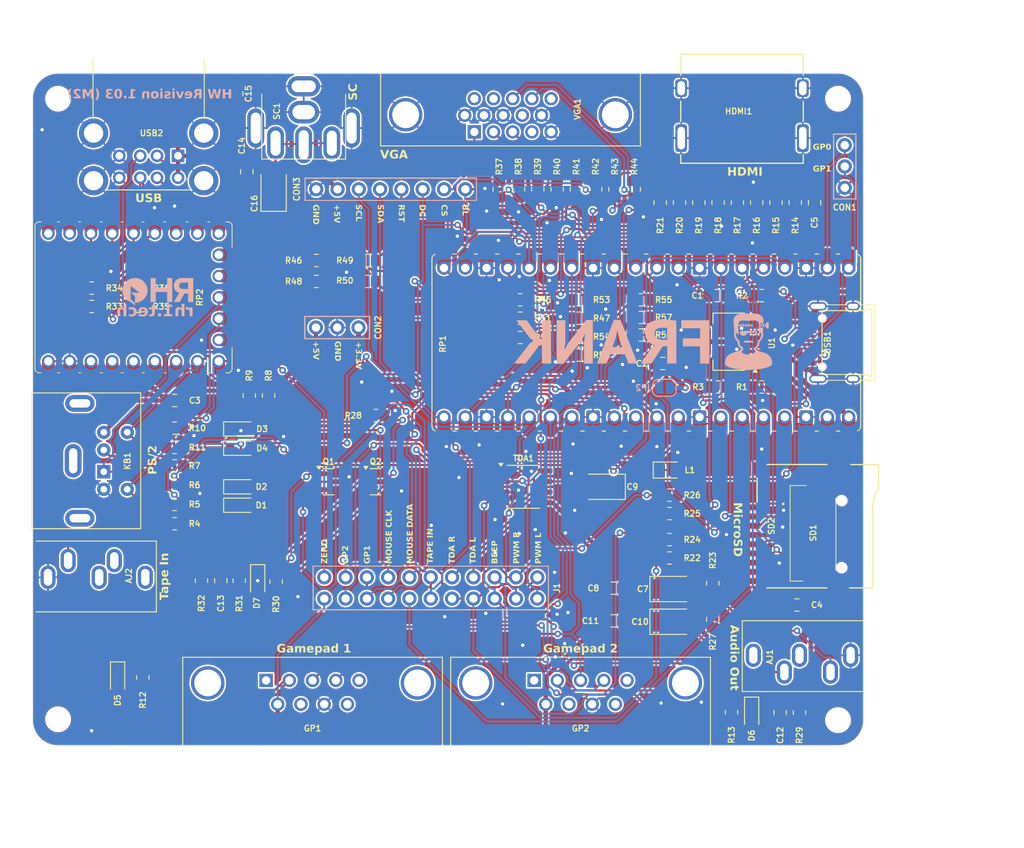
<source format=kicad_pcb>
(kicad_pcb (version 20241229) (generator "pcbnew") (generator_version "9.0")
  (title_block (title "FRANK M2") (date "2025-03-16") (rev "1.03") (company "Mikhail Matveev") (comment 1 "https://github.com/xtremespb/frank"))
  (layers (0 "F.Cu" signal) (2 "B.Cu" signal) (13 "F.Paste" user) (15 "B.Paste" user) (5 "F.SilkS" user "F.Silkscreen") (7 "B.SilkS" user "B.Silkscreen") (1 "F.Mask" user) (3 "B.Mask" user) (25 "Edge.Cuts" user))
  (net 0 "")
  (net 1 "/LOAD_IN_D")
  (net 2 "GND")
  (net 3 "/Audio Out/R*")
  (net 4 "/Audio Out/L*")
  (net 5 "/Audio Out/R")
  (net 6 "/Audio Out/L")
  (net 7 "VBUS")
  (net 8 "+3V3")
  (net 9 "/Composite/CVBS")
  (net 10 "/MS_DATA_3V")
  (net 11 "/MS_CLK_3V")
  (net 12 "/GP1_DATA")
  (net 13 "/GP2_DATA")
  (net 18 "Net-(GP1-Pad2)")
  (net 21 "Net-(GP2-Pad2)")
  (net 24 "/A_OUTR")
  (net 25 "/ZERO_VBUS")
  (net 26 "/A_OUTL")
  (net 27 "/A_OUTB")
  (net 28 "/A_TDAR")
  (net 29 "/Pico/GPIO8")
  (net 30 "/A_TDAL")
  (net 31 "Net-(JP2-A)")
  (net 32 "/MS_CLK")
  (net 33 "/KB_CLK")
  (net 34 "/KB_DATA")
  (net 35 "/MS_DATA")
  (net 36 "Net-(C7-Pad1)")
  (net 37 "Net-(C10-Pad1)")
  (net 38 "Net-(C13-Pad2)")
  (net 39 "Net-(USB1-CC1)")
  (net 40 "Net-(USB1-CC2)")
  (net 41 "Net-(USB2-D1+)")
  (net 42 "/USB_D1P")
  (net 43 "/USB_D2P")
  (net 44 "Net-(USB2-D2+)")
  (net 45 "/USB_D1M")
  (net 46 "Net-(USB2-D1-)")
  (net 47 "/USB_D2M")
  (net 48 "Net-(USB2-D2-)")
  (net 49 "Net-(C16-Pad1)")
  (net 50 "Net-(D7-K)")
  (net 51 "Net-(D7-A)")
  (net 52 "Net-(L1-A)")
  (net 53 "/Pico/5V_PICO")
  (net 54 "/Pico/GPIO23_1")
  (net 56 "/Zero/ZGPIO1")
  (net 57 "/Zero/ZGPIO28")
  (net 58 "/Zero/ZGPIO7")
  (net 59 "/Zero/ZGPIO26_1")
  (net 60 "/Zero/ZGPIO10_1")
  (net 61 "/Zero/ZGPIO6")
  (net 62 "/Zero/ZGPIO0_1")
  (net 63 "/Zero/ZGPIO8_1")
  (net 64 "/Zero/ZGPIO9_1")
  (net 65 "/Micro SD/DAT1")
  (net 66 "/Micro SD/DAT2")
  (net 67 "/Micro SD/POL")
  (net 68 "/Micro SD/DET")
  (net 69 "Net-(Q1-B)")
  (net 70 "Net-(R37-Pad2)")
  (net 71 "Net-(R38-Pad2)")
  (net 72 "Net-(R39-Pad2)")
  (net 73 "Net-(R43-Pad1)")
  (net 74 "Net-(R44-Pad1)")
  (net 75 "Net-(R45-Pad2)")
  (net 76 "Net-(R48-Pad1)")
  (net 77 "Net-(R50-Pad1)")
  (net 78 "Net-(R52-Pad1)")
  (net 79 "Net-(R54-Pad1)")
  (net 80 "Net-(R56-Pad1)")
  (net 81 "/Power/D-")
  (net 83 "/Power/D+")
  (net 85 "/Pico/GPIO29")
  (net 86 "Net-(TDA1-FLT)")
  (net 87 "/Pico/GPIO28")
  (net 88 "/GPIO12")
  (net 89 "/GPIO6")
  (net 90 "/GPIO10")
  (net 91 "/GPIO13")
  (net 92 "/GPIO0")
  (net 93 "/GPIO1")
  (net 94 "/GPIO14")
  (net 95 "/GPIO15")
  (net 96 "/GPIO26")
  (net 97 "/GPIO27")
  (net 98 "/GPIO16")
  (net 99 "/GPIO22")
  (net 100 "/GPIO21")
  (net 101 "/GPIO17")
  (net 102 "/GPIO19")
  (net 103 "/GPIO18")
  (net 104 "/GPIO20")
  (net 105 "/GPIO5")
  (net 106 "/GPIO2")
  (net 107 "/GPIO4")
  (net 108 "/GPIO3")
  (net 114 "Net-(HDMI1-D0P)")
  (net 117 "Net-(HDMI1-CLKN)")
  (net 118 "Net-(HDMI1-D2P)")
  (net 119 "Net-(HDMI1-D1N)")
  (net 121 "Net-(HDMI1-D1P)")
  (net 122 "Net-(HDMI1-D0N)")
  (net 124 "Net-(HDMI1-D2N)")
  (net 126 "Net-(HDMI1-CLKP)")
  (net 130 "/GPIO9")
  (net 131 "/GPIO7")
  (net 132 "/GPIO11")
  (net 134 "/Pico/RUN_1")
  (net 135 "Net-(AJ2-PadT)")
  (net 136 "/Zero/ZGPIO27")
  (net 137 "/Zero/ZGPIO29_1")
  (net 138 "/Zero/ZGPIO13_1")
  (footprint "FRANK:Diode (SOD-323)" (layer "F.Cu") (at 131.6 101.3 -90)
    (property "Reference" "D7")
    (property "Value" "1N4148")
  )
  (footprint "FRANK:Mounting Hole (2.7mm)" (layer "F.Cu") (at 107.8 117.74)
    (property "Reference" "H3" (hide yes))
    (property "Value" "Hole 2.7mm")
  )
  (footprint "FRANK:Diode (SOD-323)" (layer "F.Cu") (at 129.55 90)
    (property "Reference" "D2")
    (property "Value" "3V3")
  )
  (footprint "FRANK:LED (0805)" (layer "F.Cu") (at 180.625 88)
    (property "Reference" "L1")
    (property "Value" "Green")
  )
  (footprint "FRANK:Resistor (0805)" (layer "F.Cu") (at 121.7 89.8)
    (property "Reference" "R6")
    (property "Value" "100R")
  )
  (footprint "FRANK:Capacitor (3528, tantalum, polar)" (layer "F.Cu") (at 181 106.1)
    (property "Reference" "C10")
    (property "Value" "10u")
  )
  (footprint "FRANK:Diode (SOD-323)" (layer "F.Cu") (at 190.5 117.1 -90)
    (property "Reference" "D6")
    (property "Value" "3V3")
  )
  (footprint "FRANK:Capacitor (0805)" (layer "F.Cu") (at 193.9 116.9375 90)
    (property "Reference" "C12")
    (property "Value" "100n")
  )
  (footprint "FRANK:Resistor (0805)" (layer "F.Cu") (at 160.4 54.5 90)
    (property "Reference" "R37")
    (property "Value" "330R")
  )
  (footprint "FRANK:Resistor (0805)" (layer "F.Cu") (at 111.8 68.492)
    (property "Reference" "R33")
    (property "Value" "22R")
  )
  (footprint "FRANK:Resistor (0805)" (layer "F.Cu") (at 165 54.5 90)
    (property "Reference" "R39")
    (property "Value" "330R")
  )
  (footprint "FRANK:Resistor (0805)" (layer "F.Cu") (at 169.6 54.5 90)
    (property "Reference" "R41")
    (property "Value" "1K")
  )
  (footprint "FRANK:Resistor (0805)" (layer "F.Cu") (at 193.4 56.1 -90)
    (property "Reference" "R15")
    (property "Value" "270R")
  )
  (footprint "FRANK:Resistor (0805)" (layer "F.Cu") (at 177.3 71.89 180)
    (property "Reference" "R58")
    (property "Value" "300R")
  )
  (footprint "FRANK:D-SUB (9 pin, male, top mount)" (layer "F.Cu") (at 164.56 113.1)
    (property "Reference" "GP2")
    (property "Value" "D-SUB 9 Male")
  )
  (footprint "FRANK:Resistor (0805)" (layer "F.Cu") (at 144.7 65.5 180)
    (property "Reference" "R50")
    (property "Value" "150R")
  )
  (footprint "FRANK:Resistor (0805)" (layer "F.Cu") (at 162.9 72.19 180)
    (property "Reference" "R52")
    (property "Value" "150R")
  )
  (footprint "FRANK:Pin Header (1x08)" (layer "F.Cu") (at 138.58 54.5 90)
    (property "Reference" "CON3")
    (property "Value" "Pin Header 1x08")
  )
  (footprint "FRANK:Capacitor (0805)" (layer "F.Cu") (at 174 106 180)
    (property "Reference" "C11")
    (property "Value" "10n")
  )
  (footprint "FRANK:Resistor (0805)" (layer "F.Cu") (at 174.2 54.5 90)
    (property "Reference" "R43")
    (property "Value" "100R")
  )
  (footprint "FRANK:Resistor (0805)" (layer "F.Cu") (at 180.7 98.5 180)
    (property "Reference" "R22")
    (property "Value" "1K")
  )
  (footprint "FRANK:Resistor (0805)" (layer "F.Cu") (at 117.9 112.74 -90)
    (property "Reference" "R12")
    (property "Value" "1K")
  )
  (footprint "FRANK:Resistor (0805)" (layer "F.Cu") (at 169.9 74.29 180)
    (property "Reference" "R56")
    (property "Value" "150R")
  )
  (footprint "FRANK:Resistor (0805)" (layer "F.Cu") (at 177.3 69.79 180)
    (property "Reference" "R57")
    (property "Value" "270R")
  )
  (footprint "FRANK:Resistor (0805)" (layer "F.Cu") (at 186.5 78.09 180)
    (property "Reference" "R3")
    (property "Value" "1K")
  )
  (footprint "FRANK:Capacitor (0805)" (layer "F.Cu") (at 198 56.1 -90)
    (property "Reference" "C5")
    (property "Value" "100n")
  )
  (footprint "FRANK:Resistor (0805)" (layer "F.Cu") (at 145.7 81.5)
    (property "Reference" "R28")
    (property "Value" "10K")
  )
  (footprint "FRANK:Resistor (0805)" (layer "F.Cu") (at 121.7 83)
    (property "Reference" "R10")
    (property "Value" "100R")
  )
  (footprint "FRANK:Resistor (0805)" (layer "F.Cu") (at 111.8 66.292)
    (property "Reference" "R34")
    (property "Value" "22R")
  )
  (footprint "FRANK:Resistor (0805)" (layer "F.Cu") (at 180.7 93.2 180)
    (property "Reference" "R25")
    (property "Value" "2K")
  )
  (footprint "FRANK:SOT-23" (layer "F.Cu") (at 140.0625 89.4)
    (property "Reference" "Q1")
    (property "Value" "BC850")
  )
  (footprint "FRANK:Capacitor (3528, tantalum, polar)" (layer "F.Cu") (at 181 102.2)
    (property "Reference" "C7")
    (property "Value" "10u")
  )
  (footprint "FRANK:Resistor (0805)" (layer "F.Cu") (at 169.9 72.09)
    (property "Reference" "R54")
    (property "Value" "150R")
  )
  (footprint "FRANK:USB Type C" (layer "F.Cu") (at 205.185 72.79 90)
    (property "Reference" "USB1")
    (property "Value" "USB4215")
  )
  (footprint "FRANK:Resistor (0805)" (layer "F.Cu") (at 144.7 63 180)
    (property "Reference" "R49")
    (property "Value" "270R")
  )
  (footprint "FRANK:Capacitor (0805)" (layer "F.Cu") (at 174 102.1 180)
    (property "Reference" "C8")
    (property "Value" "10n")
  )
  (footprint "FRANK:Resistor (0805)" (layer "F.Cu") (at 138.6 65.5 180)
    (property "Reference" "R48")
    (property "Value" "150R")
  )
  (footprint "FRANK:SO-8" (layer "F.Cu") (at 163.3 90)
    (property "Reference" "TDA1")
    (property "Value" "TDA1387T")
  )
  (footprint "FRANK:Resistor (0805)" (layer "F.Cu") (at 121.7 92.1)
    (property "Reference" "R5")
    (property "Value" "100R")
  )
  (footprint "FRANK:Resistor (0805)" (layer "F.Cu") (at 124.9 101.2 -90)
    (property "Reference" "R32")
    (property "Value" "100R")
  )
  (footprint "FRANK:Resistor (0805)" (layer "F.Cu") (at 181.9 56.1 -90)
    (property "Reference" "R20")
    (property "Value" "270R")
  )
  (footprint "FRANK:Resistor (0805)" (layer "F.Cu") (at 188.1 116.9 -90)
    (property "Reference" "R13")
    (property "Value" "1K")
  )
  (footprint "FRANK:Resistor (0805)" (layer "F.Cu") (at 176.5 54.5 90)
    (property "Reference" "R44")
    (property "Value" "100R")
  )
  (footprint "FRANK:Resistor (0805)" (layer "F.Cu") (at 162.9 67.69 180)
    (property "Reference" "R45")
    (property "Value" "750R")
  )
  (footprint "FRANK:MicroSD (SMD, long)" (layer "F.Cu") (at 189.94 94.7 -90)
    (property "Reference" "SD2")
    (property "Value" "104031-0811")
  )
  (footprint "FRANK:SOT-223" (layer "F.Cu") (at 187.8 72.69 180)
    (property "Reference" "U1")
    (property "Value" "NCP1117 3.3")
  )
  (footprint "FRANK:Capacitor (0805)" (layer "F.Cu") (at 121.7 79.7)
    (property "Reference" "C3")
    (property "Value" "100n")
  )
  (footprint "FRANK:Diode (SOD-323)" (layer "F.Cu") (at 114.9 112.9 -90)
    (property "Reference" "D5")
    (property "Value" "3V3")
  )
  (footprint "FRANK:SOT-23" (layer "F.Cu") (at 145.6625 89.4)
    (property "Reference" "Q2")
    (property "Value" "BC850")
  )
  (footprint "FRANK:Capacitor (0805)" (layer "F.Cu") (at 195.9 104.1)
    (property "Reference" "C4")
    (property "Value" "100n")
  )
  (footprint "FRANK:Jack (3.5mm)" (layer "F.Cu") (at 202.3 110.1 -90)
    (property "Reference" "AJ1")
    (property "Value" "SJ1-353XNG")
  )
  (footprint "FRANK:Resistor (0805)" (layer "F.Cu") (at 117.4 66.3)
    (property "Reference" "R36")
    (property "Value" "22R")
  )
  (footprint "FRANK:Pin Header (1x03)" (layer "F.Cu") (at 201.6 54.325 180)
    (property "Reference" "CON1")
    (property "Value" "Pin Header 1x03")
  )
  (footprint "FRANK:Resistor (0805)" (layer "F.Cu") (at 121.7 94.4 180)
    (property "Reference" "R4")
    (property "Value" "1K")
  )
  (footprint "FRANK:Mounting Hole (2.7mm)" (layer "F.Cu") (at 200.8 117.84)
    (property "Reference" "H4" (hide yes))
    (property "Value" "Hole 2.7mm")
  )
  (footprint "FRANK:Jack (3.5mm)" (layer "F.Cu") (at 106.6 100.8 90)
    (property "Reference" "AJ2")
    (property "Value" "SJ1-353XNG")
  )
  (footprint "FRANK:Capacitor (3528, tantalum, polar)" (layer "F.Cu") (at 133.5 54.5 90)
    (property "Reference" "C16")
    (property "Value" "220u")
  )
  (footprint "FRANK:USB Type A (stacked)" (layer "F.Cu") (at 122.1 50.51 -90)
    (property "Reference" "USB2")
    (property "Value" "SS-52100-004")
  )
  (footprint "FRANK:Resistor (0805)" (layer "F.Cu") (at 191.7 78.09)
    (property "Reference" "R1")
    (property "Value" "5.1K")
  )
  (footprint "FRANK:Capacitor (0805)" (layer "F.Cu") (at 130.3 52.4 -90)
    (property "Reference" "C14")
    (property "Value" "10u")
  )
  (footprint "FRANK:Diode (SOD-323)" (layer "F.Cu") (at 129.55 85.4)
    (property "Reference" "D4")
    (property "Value" "3V3")
  )
  (footprint "FRANK:HDMI (female)" (layer "F.Cu") (at 189.35 48.4 180)
    (property "Reference" "HDMI1")
    (property "Value" "DC3RX19JA2")
  )
  (footprint "FRANK:Diode (SOD-323)" (layer "F.Cu") (at 129.55 92.2)
    (property "Reference" "D1")
    (property "Value" "3V3")
  )
  (footprint "FRANK:Resistor (0805)" (layer "F.Cu") (at 179.6 56.1 -90)
    (property "Reference" "R21")
    (property "Value" "270R")
  )
  (footprint "FRANK:Resistor (0805)" (layer "F.Cu") (at 130.6 79.1 90)
    (property "Reference" "R9")
    (property "Value" "1K")
  )
  (footprint "FRANK:Resistor (0805)" (layer "F.Cu") (at 132.9 79.1 90)
    (property "Reference" "R8")
    (property "Value" "1K")
  )
  (footprint "FRANK:Resistor (0805)" (layer "F.Cu") (at 180.7 96.3 180)
    (property "Reference" "R24")
    (property "Value" "2K")
  )
  (footprint "FRANK:D-SUB (15 pin, female)" (layer "F.Cu") (at 157.43 47.66 180)
    (property "Reference" "VGA1")
    (property "Value" "D-SUB 15 Female")
  )
  (footprint "FRANK:Raspberry Pi Zero" (layer "F.Cu") (at 116.8 67.4 90)
    (property "Reference" "RP2" (hide yes))
    (property "Value" "RP2040-Zero" (hide yes))
  )
  (footprint "FRANK:MicroSD (SMD, short)" (layer "F.Cu") (at 197.84 95.55 90)
    (property "Reference" "SD1")
    (property "Value" "0475710001" (hide yes))
  )
  (footprint "FRANK:Resistor (0805)" (layer "F.Cu") (at 121.7 85.3)
    (property "Reference" "R11")
    (property "Value" "100R")
  )
  (footprint "FRANK:Resistor (0805)" (layer "F.Cu") (at 133.8 101.3 90)
    (property "Reference" "R30")
    (property "Value" "10K")
  )
  (footprint "FRANK:Resistor (0805)" (layer "F.Cu") (at 121.7 87.5 180)
    (property "Reference" "R7")
    (property "Value" "1K")
  )
  (footprint "FRANK:Resistor (0805)" (layer "F.Cu") (at 180.7 91 180)
    (property "Reference" "R26")
    (property "Value" "1K")
  )
  (footprint "FRANK:Resistor (0805)" (layer "F.Cu") (at 162.9 69.89 180)
    (property "Reference" "R51")
    (property "Value" "270R")
  )
  (footprint "FRANK:Capacitor (0805)" (layer "F.Cu") (at 186.4 67.19 180)
    (property "Reference" "C1")
    (property "Value" "10u")
  )
  (footprint "FRANK:Pin Header (1x03)" (layer "F.Cu") (at 143.625 71 -90)
    (property "Reference" "CON2")
    (property "Value" "Pin Header 1x03")
  )
  (footprint "FRANK:Capacitor (0805)" (layer "F.Cu") (at 179.9 75.29 180)
    (property "Reference" "C2")
    (property "Value" "10u")
  )
  (footprint "FRANK:Resistor (0805)" (layer "F.Cu") (at 171.9 54.5 90)
    (property "Reference" "R42")
    (property "Value" "1K")
  )
  (footprint "FRANK:Resistor (0805)" (layer "F.Cu") (at 129.4 101.2 90)
    (property "Reference" "R31")
    (property "Value" "10K")
  )
  (footprint "FRANK:Resistor (0805)" (layer "F.Cu") (at 185.8625 101.5 90)
    (property "Reference" "R23")
    (property "Value" "330R")
  )
  (footprint "FRANK:Resistor (0805)" (layer "F.Cu") (at 188.8 56.1 -90)
    (property "Reference" "R17")
    (property "Value" "270R")
  )
  (footprint "FRANK:Resistor (0805)" (layer "F.Cu") (at 186.5 56.1 -90)
    (property "Reference" "R18")
    (property "Value" "270R")
  )
  (footprint "FRANK:Diode (SOD-323)" (layer "F.Cu") (at 129.55 83.1)
    (property "Reference" "D3")
    (property "Value" "3V3")
  )
  (footprint "FRANK:Resistor (0805)" (layer "F.Cu") (at 138.6 63)
    (property "Reference" "R46")
    (property "Value" "51R")
  )
  (footprint "FRANK:RCA" (layer "F.Cu") (at 137.085 45.9)
    (property "Reference" "SC1" (hide yes))
    (property "Value" "RCA-103" (hide yes))
  )
  (footprint "FRANK:D-SUB (9 pin, male, top mount)" (layer "F.Cu") (at 132.605 113.1)
    (property "Reference" "GP1")
    (property "Value" "D-SUB 9 Male")
  )
  (footprint "FRANK:Pin Header (2x11)" (layer "F.Cu") (at 164.94 100.8 -90)
    (property "Reference" "J1")
    (property "Value" "Pin Header 2x18" (hide yes))
  )
  (footprint "FRANK:MiniDIN (6 Pin, female)" (layer "F.Cu") (at 113.25 88.2 -90)
    (property "Reference" "KB1")
    (property "Value" "MDC-036")
  )
  (footprint "FRANK:Capacitor (0805)" (layer "F.Cu") (at 129.1 43.1 -90)
    (property "Reference" "C15")
    (property "Value" "10u")
  )
  (footprint "FRANK:Resistor (0805)" (layer "F.Cu") (at 169.9 69.89 180)
    (property "Reference" "R47")
    (property "Value" "270R")
  )
  (footprint "FRANK:Resistor (0805)" (layer "F.Cu") (at 162.7 54.5 90)
    (property "Reference" "R38")
    (property "Value" "330R")
  )
  (footprint "FRANK:Resistor (0805)" (layer "F.Cu") (at 177.3 67.69 180)
    (property "Reference" "R55")
    (property "Value" "270R")
  )
  (footprint "FRANK:Resistor (0805)" (layer "F.Cu") (at 196.2 116.9375 90)
    (property "Reference" "R29")
    (property "Value" "1K")
  )
  (footprint "FRANK:Resistor (0805)" (layer "F.Cu") (at 185.8625 105.8 -90)
    (property "Reference" "R27")
    (property "Value" "330R")
  )
  (footprint "FRANK:Resistor (0805)" (layer "F.Cu") (at 191.1 56.1 -90)
    (property "Reference" "R16")
    (property "Value" "270R")
  )
  (footprint "FRANK:Resistor (0805)" (layer "F.Cu") (at 184.2 56.1 -90)
    (property "Reference" "R19")
    (property "Value" "270R")
  )
  (footprint "FRANK:Resistor (0805)" (layer "F.Cu") (at 117.4 68.5)
    (property "Reference" "R35")
    (property "Value" "22R")
  )
  (footprint "FRANK:Resistor (0805)" (layer "F.Cu") (at 167.3 54.5 90)
    (property "Reference" "R40")
    (property "Value" "1K")
  )
  (footprint "FRANK:Resistor (0805)" (layer "F.Cu") (at 169.9 67.69 180)
    (property "Reference" "R53")
    (property "Value" "270R")
  )
  (footprint "FRANK:Resistor (0805)" (layer "F.Cu") (at 195.7 56.1 -90)
    (property "Reference" "R14")
    (property "Value" "270R")
  )
  (footprint "FRANK:Raspberry Pi Pico" (layer "F.Cu") (at 202.07 63.9 -90)
    (property "Reference" "RP1")
    (property "Value" "Rasberry Pi Pico")
  )
  (footprint "FRANK:Capacitor (0805)" (layer "F.Cu") (at 127.2 101.2 -90)
    (property "Reference" "C13")
    (property "Value" "100n")
  )
  (footprint "FRANK:Resistor (0805)" (layer "F.Cu") (at 191.7 67.19)
    (property "Reference" "R2")
    (property "Value" "5.1K")
  )
  (footprint "FRANK:Mounting Hole (2.7mm)" (layer "F.Cu") (at 200.8 43.7)
    (property "Reference" "H2" (hide yes))
    (property "Value" "Hole 2.7mm")
  )
  (footprint "FRANK:Capacitor (3528, tantalum, polar)" (layer "F.Cu") (at 172.8 90 180)
    (property "Reference" "C9")
    (property "Value" "10u")
  )
  (footprint "FRANK:Mounting Hole (2.7mm)" (layer "F.Cu") (at 107.8 43.7)
    (property "Reference" "H1" (hide yes))
    (property "Value" "Hole 2.7mm")
  )
  (footprint "FRANK:Jumper (solder)" (layer "B.Cu") (at 180.1 78.19)
    (property "Reference" "JP2")
    (property "Value" "Jumper (Solder)")
  )
  (gr_poly (pts (xy 165.497129 72.402812) (xy 165.23519 72.291687) (xy 163.687377 70.132687) (xy 162.441188 70.132687) (xy 164.076313 72.291687) (xy 164.504938 72.569499) (xy 164.060438 72.863187) (xy 162.187187 75.292062) (xy 163.536562 75.292062) (xy 165.211377 73.109249) (xy 165.497129 73.109249) (xy 165.497129 75.292062) (xy 166.592503 75.292062) (xy 166.592503 70.132687) (xy 165.497129 70.132687)) (stroke (width -0.000001)) (fill yes) (layer "B.SilkS"))
  (gr_poly (pts (xy 116.973124 67.595543) (xy 116.973124 68.039515) (xy 117.023589 68.038758) (xy 117.073901 68.036313) (xy 117.124019 68.032191) (xy 117.173901 68.026404) (xy 117.223508 68.018961) (xy 117.272798 68.009874) (xy 117.321731 67.999154) (xy 117.370267 67.986813) (xy 117.418364 67.97286) (xy 117.465982 67.957308) (xy 117.513081 67.940168) (xy 117.559619 67.92145) (xy 117.605557 67.901165) (xy 117.650853 67.879325) (xy 117.695467 67.855941) (xy 117.739359 67.831023) (xy 116.973124 67.236239)) (stroke (width -0.000001)) (fill yes) (layer "B.SilkS"))
  (gr_poly (pts (xy 182.110314 71.093125) (xy 184.348689 71.093125) (xy 184.348689 72.291687) (xy 182.292877 72.291687) (xy 182.292877 73.252124) (xy 184.348689 73.252124) (xy 184.348689 75.299999) (xy 185.444065 75.299999) (xy 185.444065 70.132687) (xy 182.110314 70.132687)) (stroke (width -0.000001)) (fill yes) (layer "B.SilkS"))
  (gr_poly (pts (xy 168.632437 72.847312) (xy 168.211753 73.601374) (xy 168.164127 73.601374) (xy 168.283189 72.839375) (xy 168.283189 70.132687) (xy 167.251314 70.132687) (xy 167.251314 75.339687) (xy 168.045065 75.339687) (xy 170.164378 72.60125) (xy 170.608878 71.823375) (xy 170.648566 71.823375) (xy 170.529502 72.609187) (xy 170.529502 75.3) (xy 171.561376 75.3) (xy 171.561376 70.092999) (xy 170.767628 70.092999)) (stroke (width -0.000001)) (fill yes) (layer "B.SilkS"))
  (gr_poly (pts (xy 120.801116 66.218651) (xy 119.44592 66.218651) (xy 119.44592 65.091526) (xy 118.831028 65.091526) (xy 118.831028 67.960668) (xy 119.44592 67.961198) (xy 119.44592 66.756814) (xy 120.801115 66.756814) (xy 120.801115 67.961198) (xy 121.412303 67.961198) (xy 121.412303 65.091526) (xy 120.801116 65.091526)) (stroke (width -0.000001)) (fill yes) (layer "B.SilkS"))
  (gr_poly (pts (xy 122.522681 65.092664) (xy 122.468688 65.096048) (xy 122.416103 65.101633) (xy 122.364949 65.109372) (xy 122.315252 65.119221) (xy 122.267036 65.131134) (xy 122.220326 65.145066) (xy 122.175146 65.160971) (xy 122.131521 65.178804) (xy 122.089475 65.198519) (xy 122.049034 65.220071) (xy 122.010221 65.243415) (xy 121.973062 65.268505) (xy 121.937581 65.295295) (xy 121.903803 65.32374) (xy 121.871752 65.353795) (xy 121.841452 65.385414) (xy 121.812929 65.418552) (xy 121.786207 65.453163) (xy 121.761311 65.489203) (xy 121.738265 65.526625) (xy 121.717094 65.565383) (xy 121.697822 65.605434) (xy 121.680475 65.64673) (xy 121.665076 65.689227) (xy 121.65165 65.73288) (xy 121.640223 65.777642) (xy 121.630818 65.823469) (xy 121.62346 65.870314) (xy 121.618174 65.918133) (xy 121.614984 65.966881) (xy 121.613915 66.01651) (xy 121.614836 66.063394) (xy 121.617557 66.108898) (xy 121.62202 66.153031) (xy 121.628165 66.195799) (xy 121.635932 66.23721) (xy 121.645264 66.27727) (xy 121.656099 66.315986) (xy 121.668378 66.353366) (xy 121.682043 66.389416) (xy 121.697034 66.424145) (xy 121.713291 66.457558) (xy 121.730755 66.489662) (xy 121.749366 66.520466) (xy 121.769066 66.549976) (xy 121.811493 66.605142) (xy 121.85756 66.655216) (xy 121.906792 66.700256) (xy 121.958713 66.740318) (xy 122.012849 66.775459) (xy 122.068725 66.805735) (xy 122.125864 66.831202) (xy 122.183793 66.851918) (xy 122.242036 66.867939) (xy 121.596982 67.960668) (xy 122.29654 67.961198) (xy 122.86169 66.94361) (xy 123.309365 66.94361) (xy 123.309365 67.963313) (xy 123.920023 67.963313) (xy 123.920023 66.403859) (xy 123.309365 66.403859) (xy 122.666957 66.403859) (xy 122.644263 66.403427) (xy 122.621936 66.402137) (xy 122.6 66.4) (xy 122.578477 66.397026) (xy 122.557392 66.393227) (xy 122.536766 66.388612) (xy 122.516623 66.383193) (xy 122.496987 66.376979) (xy 122.47788 66.369982) (xy 122.459325 66.362211) (xy 122.441347 66.353678) (xy 122.423967 66.344393) (xy 122.407209 66.334366) (xy 122.391097 66.323609) (xy 122.375653 66.312131) (xy 122.3609 66.299944) (xy 122.346862 66.287058) (xy 122.333562 66.273482) (xy 122.321023 66.259229) (xy 122.309268 66.244308) (xy 122.29832 66.228731) (xy 122.288203 66.212506) (xy 122.27894 66.195647) (xy 122.270553 66.178161) (xy 122.263066 66.160062) (xy 122.256503 66.141358) (xy 122.250885 66.12206) (xy 122.246237 66.102179) (xy 122.242582 66.081726) (xy 122.239942 66.060712) (xy 122.238341 66.039145) (xy 122.237803 66.017038) (xy 122.236215 66.01704) (xy 122.236754 65.994699) (xy 122.238355 65.972925) (xy 122.240995 65.951728) (xy 122.244652 65.931116) (xy 122.249302 65.911101) (xy 122.254922 65.891689) (xy 122.26149 65.872892) (xy 122.268982 65.854718) (xy 122.277376 65.837176) (xy 122.286648 65.820277) (xy 122.296776 65.804028) (xy 122.307736 65.78844) (xy 122.319507 65.773521) (xy 122.332063 65.759282) (xy 122.345384 65.745731) (xy 122.359445 65.732877) (xy 122.374224 65.720731) (xy 122.389698 65.7093) (xy 122.405843 65.698596) (xy 122.422638 65.688626) (xy 122.440058 65.6794) (xy 122.458082 65.670927) (xy 122.476685 65.663218) (xy 122.495846 65.65628) (xy 122.515541 65.650124) (xy 122.535746 65.644758) (xy 122.55644 65.640193) (xy 122.577599 65.636436) (xy 122.5992 65.633499) (xy 122.621221 65.631389) (xy 122.643638 65.630116) (xy 122.666428 65.62969) (xy 123.309365 65.62969) (xy 123.309365 66.403859) (xy 123.920023 66.403859) (xy 123.920023 65.091526) (xy 122.578056 65.091526)) (stroke (width -0.000001)) (fill yes) (layer "B.SilkS"))
  (gr_poly (pts (xy 189.2174 71.404191) (xy 189.198199 71.40858) (xy 189.18059 71.415669) (xy 189.16458 71.425275) (xy 189.150175 71.437211) (xy 189.137381 71.451294) (xy 189.126202 71.46734) (xy 189.116645 71.485163) (xy 189.108717 71.504578) (xy 189.102421 71.525402) (xy 189.097766 71.54745) (xy 189.094755 71.570537) (xy 189.093396 71.594479) (xy 189.093693 71.61909) (xy 189.095653 71.644187) (xy 189.099282 71.669585) (xy 189.104585 71.6951) (xy 189.111568 71.720545) (xy 189.120237 71.745738) (xy 189.130598 71.770494) (xy 189.142656 71.794627) (xy 189.156418 71.817954) (xy 189.171889 71.84029) (xy 189.189075 71.86145) (xy 189.207982 71.881249) (xy 189.228615 71.899503) (xy 189.250981 71.916028) (xy 189.275085 71.930639) (xy 189.300934 71.943151) (xy 189.328532 71.95338) (xy 189.357886 71.961141) (xy 189.389001 71.966249) (xy 189.436489 71.970947) (xy 189.480832 71.973229) (xy 189.522188 71.973239) (xy 189.560711 71.971117) (xy 189.596561 71.967008) (xy 189.629893 71.961052) (xy 189.660865 71.953393) (xy 189.689634 71.944173) (xy 189.716356 71.933535) (xy 189.741189 71.92162) (xy 189.764289 71.908572) (xy 189.785814 71.894533) (xy 189.80592 71.879645) (xy 189.824765 71.86405) (xy 189.842505 71.847892) (xy 189.859298 71.831312) (xy 189.890668 71.797457) (xy 189.920131 71.763626) (xy 189.948943 71.730958) (xy 189.97836 71.700591) (xy 189.993688 71.686628) (xy 190.009637 71.673667) (xy 190.026366 71.661851) (xy 190.044031 71.651323) (xy 190.062788 71.642225) (xy 190.082796 71.6347) (xy 190.10421 71.62889) (xy 190.127188 71.624937) (xy 190.150122 71.628845) (xy 190.171407 71.634525) (xy 190.191209 71.641846) (xy 190.209695 71.650672) (xy 190.22703 71.66087) (xy 190.243379 71.672306) (xy 190.258908 71.684847) (xy 190.273784 71.698359) (xy 190.302236 71.72776) (xy 190.33006 71.75944) (xy 190.358581 71.79233) (xy 190.389126 71.825359) (xy 190.423019 71.857457) (xy 190.441636 71.872824) (xy 190.461586 71.887556) (xy 190.483037 71.901522) (xy 190.506153 71.914586) (xy 190.531101 71.926615) (xy 190.558046 71.937476) (xy 190.587153 71.947034) (xy 190.618588 71.955157) (xy 190.652518 71.96171) (xy 190.689107 71.966559) (xy 190.728522 71.969572) (xy 190.770928 71.970613) (xy 190.816491 71.96955) (xy 190.865376 71.966249) (xy 190.896491 71.961839) (xy 190.925845 71.954688) (xy 190.953443 71.944985) (xy 190.979291 71.932918) (xy 191.003395 71.918677) (xy 191.025761 71.902451) (xy 191.046395 71.884428) (xy 191.065302 71.864798) (xy 191.082488 71.84375) (xy 191.097959 71.821471) (xy 191.11172 71.798153) (xy 191.123779 71.773982) (xy 191.134139 71.749149) (xy 191.142809 71.723842) (xy 191.149792 71.69825) (xy 191.155095 71.672562) (xy 191.158723 71.646967) (xy 191.160683 71.621654) (xy 191.160981 71.596812) (xy 191.159621 71.57263) (xy 191.156611 71.549297) (xy 191.155831 71.545562) (xy 191.016188 71.545562) (xy 191.014979 71.556135) (xy 191.012944 71.56827) (xy 191.009491 71.584009) (xy 191.00427 71.602632) (xy 190.996933 71.623418) (xy 190.987132 71.645645) (xy 190.981198 71.657074) (xy 190.974516 71.668593) (xy 190.967044 71.680113) (xy 190.958738 71.691542) (xy 190.949554 71.70279) (xy 190.939449 71.713769) (xy 190.928378 71.724387) (xy 190.916299 71.734555) (xy 190.903167 71.744181) (xy 190.88894 71.753177) (xy 190.873573 71.761453) (xy 190.857024 71.768917) (xy 190.839247 71.77548) (xy 190.8202 71.781052) (xy 190.799839 71.785542) (xy 190.778121 71.788861) (xy 190.755002 71.790919) (xy 190.730438 71.791625) (xy 190.70513 71.790919) (xy 190.681269 71.788861) (xy 190.658811 71.785542) (xy 190.637715 71.781052) (xy 190.617939 71.77548) (xy 190.59944 71.768917) (xy 190.582177 71.761453) (xy 190.566107 71.753177) (xy 190.551188 71.744181) (xy 190.537378 71.734554) (xy 190.524635 71.724387) (xy 190.512917 71.713769) (xy 190.502181 71.70279) (xy 190.492385 71.691542) (xy 190.483487 71.680112) (xy 190.475446 71.668593) (xy 190.468218 71.657074) (xy 190.461763 71.645645) (xy 190.456037 71.634396) (xy 190.450998 71.623418) (xy 190.442814 71.602632) (xy 190.436875 71.584009) (xy 190.432842 71.56827) (xy 190.430379 71.556135) (xy 190.428813 71.545562) (xy 190.627251 71.545562) (xy 190.62429 71.551515) (xy 190.621421 71.557468) (xy 190.618739 71.563421) (xy 190.617497 71.566398) (xy 190.616336 71.569375) (xy 190.615269 71.572351) (xy 190.614306 71.575328) (xy 190.613459 71.578304) (xy 190.61274 71.581281) (xy 190.61216 71.584257) (xy 190.611732 71.587234) (xy 190.611467 71.59021) (xy 190.611376 71.593187) (xy 190.611514 71.598372) (xy 190.611924 71.603502) (xy 190.612599 71.608572) (xy 190.61353 71.613573) (xy 190.614712 71.618499) (xy 190.616137 71.623342) (xy 190.617797 71.628095) (xy 190.619685 71.63275) (xy 190.621794 71.637301) (xy 190.624117 71.64174) (xy 190.626646 71.64606) (xy 190.629374 71.650253) (xy 190.632295 71.654313) (xy 190.635399 71.658231) (xy 190.638681 71.662002) (xy 190.642133 71.665617) (xy 190.645748 71.669069) (xy 190.649519 71.672351) (xy 190.653437 71.675455) (xy 190.657497 71.678376) (xy 190.66169 71.681104) (xy 190.66601 71.683633) (xy 190.670449 71.685956) (xy 190.675 71.688065) (xy 190.679655 71.689953) (xy 190.684408 71.691613) (xy 190.689251 71.693038) (xy 190.694177 71.694219) (xy 190.699178 71.695151) (xy 190.704248 71.695826) (xy 190.709379 71.696236) (xy 190.714563 71.696374) (xy 190.719748 71.696236) (xy 190.724878 71.695826) (xy 190.729948 71.695151) (xy 190.73495 71.694219) (xy 190.739875 71.693038) (xy 190.744718 71.691613) (xy 190.749471 71.689953) (xy 190.754127 71.688065) (xy 190.758678 71.685956) (xy 190.763116 71.683633) (xy 190.767436 71.681104) (xy 190.771629 71.678376) (xy 190.775689 71.675455) (xy 190.779608 71.672351) (xy 190.783378 71.669069) (xy 190.786993 71.665617) (xy 190.790445 71.662002) (xy 190.793727 71.658231) (xy 190.796832 71.654313) (xy 190.799752 71.650253) (xy 190.80248 71.64606) (xy 190.805009 71.64174) (xy 190.807332 71.637301) (xy 190.809441 71.63275) (xy 190.811329 71.628095) (xy 190.812989 71.623342) (xy 190.814414 71.618499) (xy 190.815596 71.613573) (xy 190.816528 71.608572) (xy 190.817202 71.603502) (xy 190.817612 71.598372) (xy 190.817751 71.593187) (xy 190.81766 71.590211) (xy 190.817394 71.587234) (xy 190.816966 71.584257) (xy 190.816386 71.581281) (xy 190.815667 71.578304) (xy 190.81482 71.575328) (xy 190.813857 71.572351) (xy 190.81279 71.569375) (xy 190.811629 71.566398) (xy 190.810387 71.563422) (xy 190.807705 71.557469) (xy 190.804836 71.551515) (xy 190.801875 71.545562) (xy 191.016188 71.545562) (xy 191.155831 71.545562) (xy 191.151955 71.527001) (xy 191.14566 71.505932) (xy 191.137731 71.486279) (xy 191.128175 71.46823) (xy 191.116996 71.451975) (xy 191.104201 71.437702) (xy 191.089796 71.4256) (xy 191.073787 71.415859) (xy 191.056178 71.408667) (xy 191.036977 71.404214) (xy 191.016188 71.402687) (xy 189.238188 71.402687)) (stroke (width -0.000001)) (fill yes) (layer "B.SilkS"))
  (gr_poly (pts (xy 191.668351 70.553628) (xy 191.661802 70.55438) (xy 191.65536 70.555618) (xy 191.649033 70.557328) (xy 191.642828 70.559497) (xy 191.636753 70.562112) (xy 191.630814 70.565161) (xy 191.625019 70.568629) (xy 191.619375 70.572505) (xy 191.61389 70.576774) (xy 191.60857 70.581424) (xy 191.603424 70.586442) (xy 191.593678 70.597529) (xy 191.584712 70.609929) (xy 191.576582 70.623539) (xy 191.569348 70.638253) (xy 191.563068 70.653967) (xy 191.557799 70.670577) (xy 191.553599 70.687977) (xy 191.550528 70.706063) (xy 191.548642 70.72473) (xy 191.548001 70.743875) (xy 191.548162 70.7535) (xy 191.548642 70.763019) (xy 191.549433 70.772419) (xy 191.550528 70.781686) (xy 191.551919 70.790808) (xy 191.553599 70.799772) (xy 191.555561 70.808565) (xy 191.557799 70.817172) (xy 191.560303 70.825583) (xy 191.563068 70.833782) (xy 191.566085 70.841757) (xy 191.569348 70.849496) (xy 191.57285 70.856985) (xy 191.576582 70.86421) (xy 191.580539 70.87116) (xy 191.584712 70.87782) (xy 191.589094 70.884178) (xy 191.593678 70.89022) (xy 191.598457 70.895934) (xy 191.603424 70.901307) (xy 191.60857 70.906325) (xy 191.61389 70.910975) (xy 191.619375 70.915244) (xy 191.625019 70.91912) (xy 191.630814 70.922588) (xy 191.636753 70.925637) (xy 191.642828 70.928252) (xy 191.649033 70.930421) (xy 191.65536 70.932131) (xy 191.661802 70.933369) (xy 191.668351 70.934121) (xy 191.675001 70.934375) (xy 191.722626 70.934375) (xy 191.722626 70.553375) (xy 191.675001 70.553375)) (stroke (width -0.000001)) (fill yes) (layer "B.SilkS"))
  (gr_poly (pts (xy 116.899419 65.095874) (xy 116.826197 65.100681) (xy 116.753569 65.10907) (xy 116.681657 65.120992) (xy 116.610584 65.136398) (xy 116.540473 65.155238) (xy 116.471446 65.177462) (xy 116.403628 65.203021) (xy 116.337139 65.231864) (xy 116.272104 65.263941) (xy 116.208645 65.299204) (xy 116.146885 65.337602) (xy 116.086947 65.379086) (xy 116.028954 65.423605) (xy 115.973028 65.47111) (xy 115.919292 65.521552) (xy 115.868129 65.5746) (xy 115.819872 65.629879) (xy 115.774572 65.687265) (xy 115.732282 65.746637) (xy 115.693053 65.807872) (xy 115.656935 65.870848) (xy 115.623981 65.935442) (xy 115.594241 66.001534) (xy 115.567768 66.069) (xy 115.544613 66.137719) (xy 115.524826 66.207568) (xy 115.50846 66.278425) (xy 115.495566 66.350167) (xy 115.486195 66.422673) (xy 115.480399 66.495821) (xy 115.478229 66.569488) (xy 115.480756 66.65441) (xy 115.488147 66.738538) (xy 115.500312 66.821685) (xy 115.51716 66.903669) (xy 115.538598 66.984304) (xy 115.564536 67.063405) (xy 115.594882 67.140788) (xy 115.629545 67.216268) (xy 115.668435 67.289659) (xy 115.711458 67.360778) (xy 115.758525 67.42944) (xy 115.809545 67.49546) (xy 115.864424 67.558653) (xy 115.923074 67.618834) (xy 115.985401 67.675819) (xy 116.051316 67.729422) (xy 116.097697 67.763853) (xy 116.145321 67.796428) (xy 116.194133 67.827114) (xy 116.244074 67.855883) (xy 116.29509 67.882701) (xy 116.347122 67.907538) (xy 116.400115 67.930362) (xy 116.454011 67.951143) (xy 116.521215 68.00406) (xy 116.971006 68.352781) (xy 116.971006 68.04216) (xy 116.971006 68.041101) (xy 116.674144 67.811442) (xy 116.521215 67.69238) (xy 116.454011 67.639463) (xy 116.454011 66.034502) (xy 116.971006 66.435081) (xy 117.413388 66.77851) (xy 117.489059 66.837247) (xy 116.971005 66.837247) (xy 117.858416 67.525163) (xy 117.901279 67.558501) (xy 117.858416 67.525693) (xy 117.789096 67.472776) (xy 116.971005 66.837776) (xy 116.971005 67.236235) (xy 117.737239 67.831018) (xy 117.750939 67.823073) (xy 117.764292 67.815078) (xy 117.777348 67.806983) (xy 117.790155 67.79874) (xy 117.81821 67.780295) (xy 117.845829 67.761227) (xy 117.873002 67.741544) (xy 117.899719 67.721253) (xy 117.92597 67.700362) (xy 117.951744 67.678879) (xy 117.977031 67.656812) (xy 118.001822 67.63417) (xy 118.001822 67.634168) (xy 118.026656 67.610331) (xy 118.050907 67.585947) (xy 118.074567 67.561027) (xy 118.097627 67.535583) (xy 118.120079 67.509626) (xy 118.141915 67.483167) (xy 118.163126 67.456218) (xy 118.183705 67.42879) (xy 118.203642 67.400894) (xy 118.22293 67.372542) (xy 118.241561 67.343745) (xy 118.259526 67.314514) (xy 118.276817 67.28486) (xy 118.293426 67.254795) (xy 118.309344 67.224331) (xy 118.324564 67.193478) (xy 118.341516 67.156609) (xy 118.357411 67.119332) (xy 118.372242 67.08167) (xy 118.386004 67.043645) (xy 118.398692 67.005281) (xy 118.410301 66.966599) (xy 118.420826 66.927624) (xy 118.430262 66.888377) (xy 118.438603 66.848882) (xy 118.445843 66.809161) (xy 118.451979 66.769237) (xy 118.457005 66.729133) (xy 118.460915 66.688871) (xy 118.463705 66.648475) (xy 118.465369 66.607968) (xy 118.465902 66.567371) (xy 118.463633 66.493842) (xy 118.457752 66.420834) (xy 118.44831 66.34847) (xy 118.435359 66.27687) (xy 118.418949 66.206157) (xy 118.399131 66.136452) (xy 118.375958 66.067876) (xy 118.34948 66.00055) (xy 118.319748 65.934597) (xy 118.286815 65.870137) (xy 118.250729 65.807293) (xy 118.211545 65.746185) (xy 118.169311 65.686935) (xy 118.12408 65.629665) (xy 118.075903 65.574495) (xy 118.024831 65.521548) (xy 117.971196 65.471199) (xy 117.915378 65.423775) (xy 117.8575 65.379325) (xy 117.797683 65.337899) (xy 117.736049 65.299546) (xy 117.672721 65.264317) (xy 117.607821 65.23226) (xy 117.541471 65.203426) (xy 117.473793 65.177863) (xy 117.404909 65.155622) (xy 117.334941 65.136752) (xy 117.264012 65.121302) (xy 117.192244 65.109323) (xy 117.119758 65.100863) (xy 117.046677 65.095973) (xy 116.973124 65.094701) (xy 116.973111 65.094701)) (stroke (width -0.000001)) (fill yes) (layer "B.SilkS"))
  (gr_poly (pts (xy 189.516001 72.791749) (xy 190.738376 72.791749) (xy 190.595501 72.577437) (xy 189.658876 72.577437)) (stroke (width -0.000001)) (fill yes) (layer "B.SilkS"))
  (gr_poly (pts (xy 190.431093 69.313938) (xy 190.283855 69.320076) (xy 190.127187 69.330999) (xy 189.97052 69.320076) (xy 189.823282 69.313938) (xy 189.685179 69.312346) (xy 189.55592 69.315062) (xy 189.435213 69.321847) (xy 189.322766 69.332464) (xy 189.218286 69.346673) (xy 189.121482 69.364237) (xy 189.03206 69.384917) (xy 188.94973 69.408475) (xy 188.874199 69.434672) (xy 188.805175 69.46327) (xy 188.742366 69.494031) (xy 188.685479 69.526716) (xy 188.634223 69.561087) (xy 188.588305 69.596905) (xy 188.547433 69.633933) (xy 188.511315 69.671932) (xy 188.47966 69.710663) (xy 188.452174 69.749888) (xy 188.428565 69.789369) (xy 188.408543 69.828868) (xy 188.391813 69.868145) (xy 188.378085 69.906964) (xy 188.367066 69.945085) (xy 188.358464 69.982269) (xy 188.347343 70.052877) (xy 188.342384 70.116881) (xy 188.34125 70.172374) (xy 188.344366 70.288429) (xy 188.352784 70.453411) (xy 188.379945 70.866905) (xy 188.411571 71.286352) (xy 188.4365 71.585249) (xy 188.428562 71.601124) (xy 188.422795 71.610327) (xy 188.4174 71.620053) (xy 188.412377 71.630267) (xy 188.407726 71.640935) (xy 188.403448 71.652022) (xy 188.399541 71.663492) (xy 188.396006 71.675311) (xy 188.392844 71.687444) (xy 188.390053 71.699856) (xy 188.387635 71.712512) (xy 188.385588 71.725378) (xy 188.383914 71.738418) (xy 188.382612 71.751597) (xy 188.381681 71.764881) (xy 188.381123 71.778235) (xy 188.380937 71.791624) (xy 188.381325 71.815824) (xy 188.38255 71.840861) (xy 188.384705 71.866829) (xy 188.387883 71.893819) (xy 188.392177 71.921926) (xy 188.397681 71.951242) (xy 188.404487 71.98186) (xy 188.412688 72.013874) (xy 188.430547 72.074196) (xy 188.448407 72.130332) (xy 188.466266 72.182561) (xy 188.484125 72.231163) (xy 188.501985 72.276416) (xy 188.519844 72.318599) (xy 188.537703 72.357992) (xy 188.555563 72.394874) (xy 188.565985 72.412454) (xy 188.57643 72.429476) (xy 188.586921 72.44594) (xy 188.597483 72.461847) (xy 188.608137 72.477194) (xy 188.618908 72.491984) (xy 188.629818 72.506216) (xy 188.640891 72.51989) (xy 188.65215 72.533005) (xy 188.663619 72.545562) (xy 188.675319 72.557562) (xy 188.687276 72.569003) (xy 188.699512 72.579886) (xy 188.71205 72.590211) (xy 188.724913 72.599978) (xy 188.738126 72.609186) (xy 188.755985 72.620969) (xy 188.764915 72.626627) (xy 188.773844 72.632007) (xy 188.782774 72.637014) (xy 188.787239 72.639349) (xy 188.791704 72.641557) (xy 188.796168 72.643624) (xy 188.800633 72.645541) (xy 188.805098 72.647295) (xy 188.809563 72.648874) (xy 188.81564 72.724652) (xy 188.818911 72.761193) (xy 188.822462 72.79671) (xy 188.826384 72.831111) (xy 188.830771 72.864303) (xy 188.835717 72.896192) (xy 188.841313 72.926686) (xy 188.850243 72.964281) (xy 188.859173 72.999736) (xy 188.868102 73.033145) (xy 188.877032 73.0646) (xy 188.885962 73.094195) (xy 188.894892 73.122023) (xy 188.903821 73.148177) (xy 188.912751 73.172749) (xy 188.922132 73.194521) (xy 188.932362 73.215211) (xy 188.943359 73.234855) (xy 188.955043 73.253488) (xy 188.967331 73.271144) (xy 188.980142 73.287858) (xy 188.993395 73.303665) (xy 189.007009 73.3186) (xy 189.020901 73.332698) (xy 189.034991 73.345994) (xy 189.049198 73.358522) (xy 189.063439 73.370318) (xy 189.077634 73.381416) (xy 189.091701 73.391852) (xy 189.105559 73.401659) (xy 189.119126 73.410874) (xy 189.159185 73.439151) (xy 189.195524 73.464452) (xy 189.227398 73.486776) (xy 189.241428 73.496822) (xy 189.254063 73.506124) (xy 189.254063 73.537874) (xy 189.254017 73.541564) (xy 189.253691 73.546556) (xy 189.253337 73.549482) (xy 189.252808 73.552664) (xy 189.252069 73.556078) (xy 189.251087 73.559702) (xy 189.249825 73.563512) (xy 189.24825 73.567484) (xy 189.246325 73.571597) (xy 189.244017 73.575825) (xy 189.241291 73.580147) (xy 189.238111 73.584538) (xy 189.234442 73.588976) (xy 189.232414 73.591205) (xy 189.230251 73.593437) (xy 189.227001 73.597992) (xy 189.223228 73.602723) (xy 189.218967 73.607616) (xy 189.214252 73.61266) (xy 189.209118 73.617844) (xy 189.203601 73.623156) (xy 189.191556 73.634116) (xy 189.178394 73.645449) (xy 189.164394 73.65706) (xy 189.135001 73.680749) (xy 189.118271 73.692558) (xy 189.100879 73.704158) (xy 189.082905 73.715526) (xy 189.064432 73.726638) (xy 189.02631 73.748001) (xy 188.987165 73.768061) (xy 188.947648 73.786634) (xy 188.90841 73.803532) (xy 188.870102 73.81857) (xy 188.833376 73.831561) (xy 188.808106 73.840507) (xy 188.780046 73.849545) (xy 188.749381 73.858769) (xy 188.716298 73.868272) (xy 188.563501 73.910936) (xy 188.393837 73.960546) (xy 188.347932 73.974344) (xy 188.301191 73.989071) (xy 188.253892 74.004915) (xy 188.206314 74.022061) (xy 188.15853 74.040585) (xy 188.110536 74.060493) (xy 188.062497 74.081866) (xy 188.014573 74.104785) (xy 187.966929 74.129332) (xy 187.919726 74.155588) (xy 187.873128 74.183635) (xy 187.827297 74.213554) (xy 187.782397 74.245426) (xy 187.73859 74.279333) (xy 187.696038 74.315356) (xy 187.654905 74.353576) (xy 187.615353 74.394076) (xy 187.577545 74.436936) (xy 187.541644 74.482237) (xy 187.507813 74.530062) (xy 187.486051 74.563453) (xy 187.465428 74.598135) (xy 187.445968 74.634096) (xy 187.427694 74.671325) (xy 187.410629 74.709809) (xy 187.394797 74.749537) (xy 187.38022 74.790498) (xy 187.366922 74.832679) (xy 187.354927 74.87607) (xy 187.344257 74.920658) (xy 187.334936 74.966433) (xy 187.326987 75.013381) (xy 187.320433 75.061492) (xy 187.315298 75.110755) (xy 187.311604 75.161157) (xy 187.309376 75.212686) (xy 187.3095 75.248529) (xy 187.309795 75.266683) (xy 187.310368 75.285116) (xy 187.311314 75.303921) (xy 187.312725 75.323191) (xy 187.314694 75.34302) (xy 187.317314 75.363499) (xy 187.317496 75.36945) (xy 187.318027 75.37539) (xy 187.318883 75.381306) (xy 187.320042 75.387188) (xy 187.32148 75.393022) (xy 187.323174 75.398799) (xy 187.3251 75.404506) (xy 187.327236 75.410132) (xy 187.329557 75.415664) (xy 187.332041 75.421092) (xy 187.334665 75.426404) (xy 187.337405 75.431588) (xy 187.340239 75.436632) (xy 187.343142 75.441525) (xy 187.346091 75.446256) (xy 187.349064 75.450812) (xy 187.355032 75.459726) (xy 187.361094 75.468547) (xy 187.364189 75.472894) (xy 187.367342 75.477182) (xy 187.370564 75.481401) (xy 187.373868 75.485538) (xy 187.377265 75.489583) (xy 187.380767 75.493522) (xy 187.384385 75.497346) (xy 187.388131 75.501041) (xy 187.392016 75.504597) (xy 187.396053 75.508002) (xy 187.400252 75.511244) (xy 187.404626 75.514312) (xy 187.422873 75.528854) (xy 187.441957 75.542837) (xy 187.461971 75.556449) (xy 187.483009 75.569874) (xy 187.505162 75.5833) (xy 187.528525 75.596911) (xy 187.579251 75.625437) (xy 187.632457 75.65221) (xy 187.690872 75.678891) (xy 187.754496 75.705385) (xy 187.823329 75.731601) (xy 187.89737 75.757444) (xy 187.976621 75.782822) (xy 188.061081 75.807643) (xy 188.15075 75.831812) (xy 188.341467 75.880785) (xy 188.549858 75.925945) (xy 188.774992 75.966455) (xy 189.015938 76.001476) (xy 189.271768 76.030172) (xy 189.54155 76.051705) (xy 189.824354 76.06524) (xy 190.119251 76.069937) (xy 190.302933 76.066803) (xy 190.481802 76.060496) (xy 190.655695 76.051188) (xy 190.824448 76.039055) (xy 190.987899 76.024271) (xy 191.145886 76.00701) (xy 191.298244 75.987448) (xy 191.444813 75.965757) (xy 191.585428 75.942113) (xy 191.719928 75.91669) (xy 191.848149 75.889663) (xy 191.969928 75.861205) (xy 192.085103 75.831492) (xy 192.193511 75.800698) (xy 192.29499 75.768996) (xy 192.389375 75.736562) (xy 192.450023 75.715711) (xy 192.50695 75.694766) (xy 192.560156 75.673636) (xy 192.585363 75.662972) (xy 192.609641 75.652226) (xy 192.632988 75.641388) (xy 192.655406 75.630445) (xy 192.676893 75.619385) (xy 192.69745 75.608198) (xy 192.717076 75.596871) (xy 192.735773 75.585393) (xy 192.753539 75.573752) (xy 192.770375 75.561937) (xy 192.780609 75.55598) (xy 192.790483 75.55) (xy 192.800007 75.543973) (xy 192.809195 75.537877) (xy 192.818057 75.531687) (xy 192.826605 75.525381) (xy 192.83485 75.518936) (xy 192.842805 75.512328) (xy 192.850481 75.505533) (xy 192.85789 75.49853) (xy 192.865042 75.491294) (xy 192.871951 75.483802) (xy 192.878627 75.476031) (xy 192.885082 75.467958) (xy 192.891327 75.45956) (xy 192.897375 75.450812) (xy 192.903298 75.441851) (xy 192.909034 75.432705) (xy 192.911774 75.428004) (xy 192.914398 75.423186) (xy 192.916882 75.418229) (xy 192.919204 75.413109) (xy 192.921339 75.407803) (xy 192.923265 75.402288) (xy 192.924959 75.39654) (xy 192.926397 75.390537) (xy 192.927556 75.384254) (xy 192.928412 75.377669) (xy 192.928943 75.370759) (xy 192.929125 75.363499) (xy 192.931745 75.345299) (xy 192.933714 75.326541) (xy 192.935125 75.30741) (xy 192.936071 75.288093) (xy 192.936644 75.268777) (xy 192.936939 75.249646) (xy 192.937063 75.212687) (xy 192.9366 75.174273) (xy 192.935218 75.136428) (xy 192.93293 75.099165) (xy 192.929746 75.062494) (xy 192.925678 75.026429) (xy 192.920738 74.990979) (xy 192.914938 74.956158) (xy 192.90829 74.921976) (xy 192.900804 74.888445) (xy 192.892492 74.855577) (xy 192.883367 74.823383) (xy 192.873439 74.791875) (xy 192.862721 74.761065) (xy 192.851223 74.730964) (xy 192.838959 74.701584) (xy 192.825938 74.672937) (xy 192.812177 74.64494) (xy 192.797707 74.617514) (xy 192.782563 74.590669) (xy 192.766779 74.564416) (xy 192.75039 74.538769) (xy 192.733432 74.513737) (xy 192.715939 74.489334) (xy 192.697946 74.46557) (xy 192.679488 74.442457) (xy 192.660599 74.420007) (xy 192.641316 74.398231) (xy 192.621671 74.377141) (xy 192.601702 74.356749) (xy 192.581441 74.337066) (xy 192.560925 74.318104) (xy 192.540188 74.299875) (xy 192.497888 74.265255) (xy 192.454426 74.232762) (xy 192.40994 74.202293) (xy 192.364571 74.173743) (xy 192.318457 74.147006) (xy 192.271739 74.121979) (xy 192.224556 74.098556) (xy 192.177047 74.076633) (xy 192.129353 74.056105) (xy 192.081611 74.036868) (xy 191.986547 74.001847) (xy 191.892972 73.970732) (xy 191.802001 73.942687) (xy 191.745911 73.925541) (xy 191.691124 73.909697) (xy 191.587688 73.881172) (xy 191.496159 73.855623) (xy 191.456254 73.843499) (xy 191.421001 73.831562) (xy 191.393529 73.821919) (xy 191.364942 73.810974) (xy 191.33561 73.798913) (xy 191.305907 73.785921) (xy 191.276203 73.772186) (xy 191.246872 73.757892) (xy 191.218284 73.743226) (xy 191.190813 73.728374) (xy 191.176124 73.72084) (xy 191.161854 73.71312) (xy 191.148048 73.705213) (xy 191.134754 73.697121) (xy 191.122019 73.688842) (xy 191.109888 73.680377) (xy 191.098408 73.671727) (xy 191.087625 73.66289) (xy 191.077587 73.653867) (xy 191.06834 73.644658) (xy 191.059929 73.635264) (xy 191.056053 73.630496) (xy 191.052403 73.625683) (xy 191.048985 73.620823) (xy 191.045806 73.615916) (xy 191.042871 73.610963) (xy 191.040186 73.605963) (xy 191.037757 73.600917) (xy 191.035589 73.595824) (xy 191.033689 73.590685) (xy 191.032062 73.585499) (xy 191.026481 73.576926) (xy 191.02397 73.572889) (xy 191.021644 73.569004) (xy 191.019505 73.565258) (xy 191.017551 73.56164) (xy 191.015784 73.558138) (xy 191.014203 73.554741) (xy 191.012808 73.551437) (xy 191.011598 73.548214) (xy 191.010575 73.545061) (xy 191.009738 73.541967) (xy 191.009087 73.538918) (xy 191.008622 73.535905) (xy 191.008343 73.532915) (xy 191.00825 73.529936) (xy 191.00825 73.498186) (xy 191.020885 73.488884) (xy 191.034915 73.478838) (xy 191.066789 73.456514) (xy 191.103128 73.431213) (xy 191.143187 73.402936) (xy 191.170612 73.383914) (xy 191.184679 73.373479) (xy 191.198874 73.36238) (xy 191.213115 73.350585) (xy 191.227322 73.338056) (xy 191.241412 73.324761) (xy 191.255304 73.310663) (xy 191.268918 73.295728) (xy 191.282171 73.27992) (xy 191.294982 73.263206) (xy 191.30727 73.24555) (xy 191.318954 73.226918) (xy 191.329951 73.207274) (xy 191.340181 73.186583) (xy 191.349562 73.164811) (xy 191.355422 73.154025) (xy 191.361096 73.142518) (xy 191.366584 73.130313) (xy 191.371886 73.117434) (xy 191.377002 73.103904) (xy 191.381932 73.089746) (xy 191.391234 73.059639) (xy 191.399792 73.0273) (xy 191.407605 72.992915) (xy 191.414675 72.956669) (xy 191.421 72.918749) (xy 191.426596 72.885976) (xy 191.431542 72.853016) (xy 191.435929 72.819685) (xy 191.439851 72.785796) (xy 191.446673 72.715598) (xy 191.45275 72.640936) (xy 191.457215 72.639357) (xy 191.461679 72.637603) (xy 191.466144 72.635687) (xy 191.470609 72.633619) (xy 191.475074 72.631412) (xy 191.479539 72.629077) (xy 191.488469 72.624069) (xy 191.497398 72.61869) (xy 191.506328 72.613031) (xy 191.524187 72.601249) (xy 191.533026 72.595201) (xy 191.54169 72.588955) (xy 191.550192 72.5825) (xy 191.558542 72.575824) (xy 191.566753 72.568915) (xy 191.574835 72.561763) (xy 191.582802 72.554354) (xy 191.590664 72.546678) (xy 191.598433 72.538724) (xy 191.60612 72.530478) (xy 191.613738 72.52193) (xy 191.621298 72.513068) (xy 191.628811 72.503881) (xy 191.636289 72.494356) (xy 191.643744 72.484483) (xy 191.651187 72.474249) (xy 191.665799 72.454426) (xy 191.679899 72.433616) (xy 191.693534 72.411758) (xy 191.70675 72.388797) (xy 191.719594 72.364672) (xy 191.732113 72.339327) (xy 191.744352 72.312702) (xy 191.756359 72.284741) (xy 191.779862 72.224574) (xy 191.802992 72.158361) (xy 191.826122 72.085637) (xy 191.849625 72.005936) (xy 191.857826 71.973923) (xy 191.864632 71.943304) (xy 191.870135 71.913988) (xy 191.874429 71.885882) (xy 191.877608 71.858891) (xy 191.879762 71.832924) (xy 191.880987 71.807886) (xy 191.881121 71.799562) (xy 191.659126 71.799562) (xy 191.659079 71.815189) (xy 191.658754 71.832304) (xy 191.65787 71.850907) (xy 191.656149 71.870999) (xy 191.654888 71.881603) (xy 191.653312 71.892579) (xy 191.651388 71.903927) (xy 191.64908 71.915647) (xy 191.646354 71.92774) (xy 191.643173 71.940204) (xy 191.639505 71.95304) (xy 191.635314 71.966249) (xy 191.617811 72.023563) (xy 191.600959 72.076506) (xy 191.584665 72.12517) (xy 191.568837 72.169647) (xy 191.55338 72.210033) (xy 191.538203 72.246418) (xy 191.53069 72.26314) (xy 191.523212 72.278897) (xy 191.515757 72.2937) (xy 191.508313 72.307562) (xy 191.500961 72.320588) (xy 191.493772 72.332893) (xy 191.486722 72.344501) (xy 191.479788 72.355435) (xy 191.472947 72.365717) (xy 191.466176 72.375371) (xy 191.459452 72.384421) (xy 191.452751 72.39289) (xy 191.44605 72.4008) (xy 191.439325 72.408176) (xy 191.432554 72.41504) (xy 191.425714 72.421415) (xy 191.41878 72.427326) (xy 191.41173 72.432794) (xy 191.404541 72.437844) (xy 191.397188 72.442499) (xy 191.391323 72.446784) (xy 191.385608 72.450731) (xy 191.380009 72.454376) (xy 191.374492 72.457754) (xy 191.369022 72.460899) (xy 191.363563 72.463846) (xy 191.35808 72.466631) (xy 191.35254 72.469288) (xy 191.341145 72.474357) (xy 191.3291 72.479334) (xy 191.301938 72.490124) (xy 191.230501 72.513936) (xy 191.230501 72.593311) (xy 191.229788 72.634937) (xy 191.227772 72.676283) (xy 191.224641 72.717071) (xy 191.220579 72.757022) (xy 191.215773 72.795857) (xy 191.210409 72.833297) (xy 191.204673 72.869062) (xy 191.198751 72.902874) (xy 191.195685 72.919055) (xy 191.192457 72.934841) (xy 191.185604 72.965134) (xy 191.17838 72.993566) (xy 191.170969 73.019952) (xy 191.163559 73.044106) (xy 191.156335 73.065841) (xy 191.149482 73.084971) (xy 191.143188 73.101311) (xy 191.137138 73.111636) (xy 191.130879 73.121775) (xy 191.124387 73.131728) (xy 191.117639 73.141495) (xy 191.110613 73.151076) (xy 191.103284 73.160471) (xy 191.095629 73.169679) (xy 191.087626 73.178702) (xy 191.07925 73.187539) (xy 191.070479 73.196189) (xy 191.06129 73.204654) (xy 191.051659 73.212932) (xy 191.041563 73.221025) (xy 191.030978 73.228931) (xy 191.019882 73.236652) (xy 191.008251 73.244186) (xy 190.986376 73.259131) (xy 190.962734 73.274448) (xy 190.93779 73.290509) (xy 190.912008 73.307686) (xy 190.898949 73.31681) (xy 190.885855 73.326352) (xy 190.872784 73.336359) (xy 190.859795 73.346878) (xy 190.846945 73.357955) (xy 190.834292 73.369636) (xy 190.821896 73.381969) (xy 190.809813 73.394999) (xy 190.778063 73.426749) (xy 190.778063 73.545811) (xy 190.778429 73.5592) (xy 190.779505 73.572554) (xy 190.781255 73.585838) (xy 190.783644 73.599018) (xy 190.786638 73.612058) (xy 190.790202 73.624923) (xy 190.794301 73.637579) (xy 190.798899 73.649992) (xy 190.803963 73.662124) (xy 190.809457 73.673944) (xy 190.815346 73.685414) (xy 190.821595 73.6965) (xy 190.828171 73.707168) (xy 190.835036 73.717383) (xy 190.842158 73.727109) (xy 190.849501 73.736312) (xy 190.854056 73.742263) (xy 190.858787 73.748202) (xy 190.86368 73.754119) (xy 190.868724 73.76) (xy 190.873908 73.765835) (xy 190.87922 73.771612) (xy 190.884648 73.777319) (xy 190.89018 73.782944) (xy 190.895806 73.788477) (xy 190.901513 73.793905) (xy 190.90729 73.799217) (xy 190.913125 73.8044) (xy 190.919006 73.809445) (xy 190.924922 73.814338) (xy 190.930862 73.819068) (xy 190.936813 73.823624) (xy 190.911404 73.869761) (xy 190.882739 73.912921) (xy 190.850725 73.953105) (xy 190.81527 73.990312) (xy 190.77628 74.024542) (xy 190.733663 74.055796) (xy 190.687324 74.084074) (xy 190.637172 74.109374) (xy 190.583114 74.131699) (xy 190.525055 74.151046) (xy 190.462904 74.167417) (xy 190.396567 74.180812) (xy 190.325951 74.19123) (xy 190.250963 74.198671) (xy 190.171511 74.203136) (xy 190.087501 74.204624) (xy 190.007686 74.203322) (xy 189.931929 74.199415) (xy 189.860195 74.192904) (xy 189.825825 74.188672) (xy 189.792449 74.183788) (xy 189.76006 74.178254) (xy 189.728656 74.172068) (xy 189.698231 74.165231) (xy 189.668782 74.157743) (xy 189.640303 74.149604) (xy 189.612791 74.140814) (xy 189.586241 74.131373) (xy 189.560649 74.121281) (xy 189.53601 74.110537) (xy 189.512321 74.099142) (xy 189.489576 74.087097) (xy 189.467771 74.0744) (xy 189.446903 74.061052) (xy 189.426966 74.047053) (xy 189.407956 74.032402) (xy 189.389869 74.017101) (xy 189.372701 74.001148) (xy 189.356447 73.984545) (xy 189.341103 73.96729) (xy 189.326664 73.949384) (xy 189.313127 73.930827) (xy 189.300486 73.911619) (xy 189.288737 73.89176) (xy 189.277877 73.871249) (xy 189.298682 73.856336) (xy 189.319301 73.841236) (xy 189.339547 73.825764) (xy 189.349473 73.81783) (xy 189.359236 73.809734) (xy 189.368813 73.801451) (xy 189.378181 73.79296) (xy 189.387316 73.784235) (xy 189.396195 73.775255) (xy 189.404795 73.765996) (xy 189.413093 73.756435) (xy 189.421066 73.746548) (xy 189.428689 73.736312) (xy 189.436032 73.725801) (xy 189.443154 73.715104) (xy 189.450019 73.704221) (xy 189.456595 73.693152) (xy 189.462844 73.681897) (xy 189.468733 73.670455) (xy 189.474227 73.658828) (xy 189.479291 73.647015) (xy 189.483889 73.635016) (xy 189.487988 73.62283) (xy 189.491552 73.610459) (xy 189.494546 73.597902) (xy 189.496935 73.585158) (xy 189.498685 73.572229) (xy 189.499761 73.559114) (xy 189.500127 73.545812) (xy 189.500127 73.426749) (xy 189.468377 73.394999) (xy 189.456381 73.381969) (xy 189.444223 73.369636) (xy 189.431926 73.357955) (xy 189.419512 73.346878) (xy 189.407005 73.336359) (xy 189.394428 73.326352) (xy 189.381805 73.31681) (xy 189.369158 73.307687) (xy 189.343888 73.290509) (xy 189.318804 73.274448) (xy 189.269939 73.244187) (xy 189.258221 73.236739) (xy 189.246886 73.229257) (xy 189.235947 73.221705) (xy 189.225415 73.214049) (xy 189.215301 73.206253) (xy 189.205618 73.198282) (xy 189.196376 73.190103) (xy 189.187588 73.181679) (xy 189.179265 73.172976) (xy 189.171418 73.163959) (xy 189.16406 73.154593) (xy 189.157202 73.144844) (xy 189.150855 73.134676) (xy 189.145032 73.124055) (xy 189.139744 73.112945) (xy 189.135002 73.101312) (xy 189.128708 73.087251) (xy 189.121855 73.06919) (xy 189.114631 73.047594) (xy 189.107221 73.022929) (xy 189.09981 72.995659) (xy 189.092586 72.96625) (xy 189.085733 72.935167) (xy 189.079439 72.902874) (xy 189.073517 72.869062) (xy 189.067781 72.833297) (xy 189.062417 72.795857) (xy 189.057611 72.757023) (xy 189.053549 72.717072) (xy 189.050417 72.676283) (xy 189.048402 72.634937) (xy 189.047689 72.593312) (xy 189.047689 72.513937) (xy 188.976251 72.490124) (xy 188.961741 72.484171) (xy 188.947974 72.478218) (xy 188.934952 72.472265) (xy 188.922673 72.466312) (xy 188.911139 72.460359) (xy 188.900349 72.454406) (xy 188.890303 72.448453) (xy 188.881001 72.442499) (xy 188.876536 72.43943) (xy 188.872072 72.436174) (xy 188.867607 72.432732) (xy 188.863142 72.429105) (xy 188.858677 72.425291) (xy 188.854212 72.421291) (xy 188.849747 72.417105) (xy 188.845283 72.412734) (xy 188.840818 72.408176) (xy 188.836353 72.403432) (xy 188.831888 72.398502) (xy 188.827423 72.393386) (xy 188.822958 72.388084) (xy 188.818493 72.382596) (xy 188.814029 72.376922) (xy 188.809564 72.371062) (xy 188.799233 72.357097) (xy 188.789053 72.341947) (xy 188.77899 72.325541) (xy 188.769008 72.30781) (xy 188.749149 72.268091) (xy 188.729197 72.222234) (xy 188.708873 72.169679) (xy 188.687897 72.109868) (xy 188.665991 72.042245) (xy 188.642876 71.966249) (xy 188.637295 71.940204) (xy 188.632458 71.915648) (xy 188.628366 71.89258) (xy 188.625017 71.871) (xy 188.622412 71.850908) (xy 188.620552 71.832304) (xy 188.619436 71.815189) (xy 188.619064 71.799562) (xy 188.619155 71.792216) (xy 188.61942 71.785067) (xy 188.619848 71.778127) (xy 188.620428 71.771409) (xy 188.621147 71.764923) (xy 188.621994 71.758681) (xy 188.622957 71.752695) (xy 188.624025 71.746976) (xy 188.625185 71.741537) (xy 188.626427 71.736388) (xy 188.627739 71.731541) (xy 188.629109 71.727008) (xy 188.630526 71.722801) (xy 188.631977 71.718931) (xy 188.633452 71.71541) (xy 188.634938 71.71225) (xy 188.636429 71.709364) (xy 188.63793 71.706653) (xy 188.639456 71.704105) (xy 188.641016 71.701707) (xy 188.642622 71.69945) (xy 188.644287 71.69732) (xy 188.646021 71.695307) (xy 188.647837 71.693398) (xy 188.649746 71.691582) (xy 188.651759 71.689848) (xy 188.653889 71.688183) (xy 188.656147 71.686577) (xy 188.658544 71.685017) (xy 188.661092 71.683491) (xy 188.663803 71.68199) (xy 188.666689 71.680499) (xy 188.668943 71.679057) (xy 188.671239 71.677705) (xy 188.673569 71.67644) (xy 188.675928 71.675259) (xy 188.680711 71.673139) (xy 188.68554 71.671322) (xy 188.690369 71.669783) (xy 188.695152 71.6685) (xy 188.699842 71.66745) (xy 188.704392 71.666609) (xy 188.708756 71.665954) (xy 188.712888 71.665462) (xy 188.71674 71.665109) (xy 188.720267 71.664873) (xy 188.726158 71.664655) (xy 188.730189 71.664624) (xy 188.769876 71.664624) (xy 188.944502 71.926562) (xy 188.933696 71.740418) (xy 188.92503 71.568506) (xy 188.91841 71.410175) (xy 188.913743 71.264773) (xy 188.910937 71.131649) (xy 188.909899 71.010153) (xy 188.910534 70.899632) (xy 188.912751 70.799437) (xy 189.111189 70.799437) (xy 189.111189 70.934375) (xy 189.214376 70.934375) (xy 189.214376 70.799437) (xy 189.428689 70.799437) (xy 189.428689 70.934375) (xy 189.531876 70.934375) (xy 189.531876 70.799437) (xy 189.746189 70.799437) (xy 189.746189 70.934375) (xy 189.849376 70.934375) (xy 189.849376 70.799437) (xy 190.063689 70.799437) (xy 190.063689 70.934375) (xy 190.166876 70.934375) (xy 190.166876 70.799437) (xy 190.381189 70.799437) (xy 190.381189 70.934375) (xy 190.484376 70.934375) (xy 190.484376 70.799437) (xy 190.698689 70.799437) (xy 190.698689 70.69625) (xy 190.484376 70.69625) (xy 190.484376 70.561312) (xy 190.381189 70.561312) (xy 190.381189 70.69625) (xy 190.166876 70.69625) (xy 190.166876 70.561312) (xy 190.063689 70.561312) (xy 190.063689 70.69625) (xy 189.849376 70.69625) (xy 189.849376 70.561312) (xy 189.746189 70.561312) (xy 189.746189 70.69625) (xy 189.531876 70.69625) (xy 189.531876 70.561312) (xy 189.428689 70.561312) (xy 189.428689 70.69625) (xy 189.214376 70.69625) (xy 189.214376 70.561312) (xy 189.111189 70.561312) (xy 189.111189 70.69625) (xy 188.920689 70.69625) (xy 188.92306 70.664246) (xy 188.92571 70.633693) (xy 188.928635 70.604557) (xy 188.931835 70.5768) (xy 188.935309 70.550385) (xy 188.939054 70.525277) (xy 188.943069 70.50144) (xy 188.947354 70.478836) (xy 188.951905 70.457431) (xy 188.956723 70.437186) (xy 188.961805 70.418066) (xy 188.967151 70.400035) (xy 188.972758 70.383056) (xy 188.978625 70.367093) (xy 188.984751 70.35211) (xy 188.991134 70.33807) (xy 188.997773 70.324937) (xy 189.004666 70.312674) (xy 189.011812 70.301246) (xy 189.01921 70.290615) (xy 189.026857 70.280747) (xy 189.034753 70.271603) (xy 189.042896 70.263148) (xy 189.051285 70.255346) (xy 189.059918 70.24816) (xy 189.068794 70.241554) (xy 189.077911 70.235492) (xy 189.087267 70.229937) (xy 189.096863 70.224853) (xy 189.106695 70.220203) (xy 189.116762 70.215952) (xy 189.127063 70.212062) (xy 189.157191 70.202285) (xy 189.189399 70.193749) (xy 189.223487 70.186394) (xy 189.259257 70.180157) (xy 189.335045 70.170797) (xy 189.41517 70.165181) (xy 189.498039 70.162821) (xy 189.582059 70.163228) (xy 189.665637 70.165914) (xy 189.747181 70.17039) (xy 189.897792 70.182762) (xy 190.021148 70.196435) (xy 190.135126 70.212062) (xy 190.247987 70.196435) (xy 190.370367 70.182762) (xy 190.520095 70.17039) (xy 190.684705 70.163228) (xy 190.768696 70.162821) (xy 190.851733 70.165181) (xy 190.93226 70.170797) (xy 191.008716 70.180157) (xy 191.079545 70.193749) (xy 191.143189 70.212062) (xy 191.177504 70.226257) (xy 191.208983 70.245998) (xy 191.237578 70.272739) (xy 191.263243 70.307932) (xy 191.285932 70.353032) (xy 191.305597 70.409492) (xy 191.322193 70.478765) (xy 191.335673 70.562304) (xy 191.34599 70.661564) (xy 191.353098 70.777996) (xy 191.356951 70.913056) (xy 191.357501 71.068196) (xy 191.348509 71.444529) (xy 191.325751 71.918624) (xy 191.500376 71.656687) (xy 191.540063 71.656687) (xy 191.543412 71.656703) (xy 191.547505 71.656811) (xy 191.552342 71.657106) (xy 191.557923 71.657679) (xy 191.564248 71.658625) (xy 191.56769 71.659266) (xy 191.571317 71.660036) (xy 191.575131 71.660945) (xy 191.579131 71.662005) (xy 191.583317 71.663227) (xy 191.587688 71.664624) (xy 191.604184 71.675414) (xy 191.611547 71.680391) (xy 191.615049 71.682896) (xy 191.618446 71.68546) (xy 191.62175 71.688117) (xy 191.624973 71.690902) (xy 191.628126 71.693849) (xy 191.631221 71.696994) (xy 191.634269 71.700372) (xy 191.637282 71.704017) (xy 191.640272 71.707965) (xy 191.643251 71.712249) (xy 191.646212 71.718605) (xy 191.64908 71.725892) (xy 191.65045 71.729942) (xy 191.651762 71.734294) (xy 191.653004 71.738972) (xy 191.654165 71.743999) (xy 191.655233 71.749398) (xy 191.656196 71.755192) (xy 191.657043 71.761405) (xy 191.657762 71.76806) (xy 191.658341 71.77518) (xy 191.658769 71.782788) (xy 191.659035 71.790907) (xy 191.659126 71.799562) (xy 191.881121 71.799562) (xy 191.881375 71.783686) (xy 191.881189 71.770385) (xy 191.880631 71.757269) (xy 191.8797 71.74434) (xy 191.878398 71.731596) (xy 191.876724 71.719039) (xy 191.874678 71.706668) (xy 191.872259 71.694482) (xy 191.869469 71.682483) (xy 191.866306 71.67067) (xy 191.862771 71.659043) (xy 191.858865 71.647601) (xy 191.854586 71.636346) (xy 191.849935 71.625277) (xy 191.844912 71.614394) (xy 191.839517 71.603697) (xy 191.83375 71.593186) (xy 191.833409 71.593171) (xy 191.833017 71.593134) (xy 191.83251 71.593062) (xy 191.831909 71.592944) (xy 191.831238 71.592768) (xy 191.830521 71.592521) (xy 191.830153 71.592369) (xy 191.829781 71.592194) (xy 191.829409 71.591996) (xy 191.829041 71.591773) (xy 191.828678 71.591525) (xy 191.828324 71.591248) (xy 191.827981 71.590943) (xy 191.827653 71.590607) (xy 191.827343 71.590239) (xy 191.827053 71.589838) (xy 191.826786 71.589401) (xy 191.826545 71.588929) (xy 191.826333 71.588418) (xy 191.826153 71.587869) (xy 191.826008 71.587278) (xy 191.825901 71.586646) (xy 191.825835 71.58597) (xy 191.825812 71.585249) (xy 191.8655 71.021686) (xy 191.675 71.021686) (xy 191.663932 71.02134) (xy 191.653061 71.020312) (xy 191.642396 71.018619) (xy 191.631948 71.016276) (xy 191.621727 71.013299) (xy 191.611742 71.009704) (xy 191.602005 71.005508) (xy 191.592524 71.000726) (xy 191.583311 70.995375) (xy 191.574376 70.989469) (xy 191.565729 70.983026) (xy 191.557379 70.976061) (xy 191.549338 70.96859) (xy 191.541615 70.96063) (xy 191.53422 70.952196) (xy 191.527164 70.943303) (xy 191.514108 70.92421) (xy 191.50253 70.903476) (xy 191.492509 70.881232) (xy 191.484128 70.857603) (xy 191.477467 70.832719) (xy 191.472609 70.806707) (xy 191.469634 70.779695) (xy 191.468625 70.751811) (xy 191.468901 70.737768) (xy 191.469722 70.723927) (xy 191.471071 70.710304) (xy 191.472935 70.696916) (xy 191.475298 70.683777) (xy 191.478147 70.670904) (xy 191.481467 70.658312) (xy 191.485244 70.646019) (xy 191.489462 70.63404) (xy 191.494108 70.622391) (xy 191.499166 70.611088) (xy 191.504623 70.600146) (xy 191.510463 70.589583) (xy 191.516672 70.579413) (xy 191.523236 70.569653) (xy 191.53014 70.560319) (xy 191.53737 70.551427) (xy 191.544911 70.542993) (xy 191.552748 70.535032) (xy 191.560867 70.527562) (xy 191.569254 70.520597) (xy 191.577893 70.514153) (xy 191.586771 70.508248) (xy 191.595873 70.502896) (xy 191.605184 70.498114) (xy 191.614689 70.493918) (xy 191.624375 70.490324) (xy 191.634227 70.487347) (xy 191.64423 70.485004) (xy 191.654369 70.48331) (xy 191.664631 70.482283) (xy 191.675 70.481936) (xy 191.89725 70.481936) (xy 191.908164 70.300366) (xy 191.911761 70.228557) (xy 191.912768 70.198372) (xy 191.913125 70.172374) (xy 191.907032 70.052877) (xy 191.895911 69.982269) (xy 191.87629 69.906964) (xy 191.845832 69.828868) (xy 191.802201 69.749888) (xy 191.774715 69.710663) (xy 191.74306 69.671932) (xy 191.706942 69.633933) (xy 191.66607 69.596905) (xy 191.620152 69.561087) (xy 191.568896 69.526716) (xy 191.512009 69.494031) (xy 191.4492 69.46327) (xy 191.380176 69.434672) (xy 191.304645 69.408475) (xy 191.222315 69.384917) (xy 191.132893 69.364237) (xy 191.036089 69.346673) (xy 190.931609 69.332464) (xy 190.819162 69.321847) (xy 190.698455 69.315062) (xy 190.569196 69.312346)) (stroke (width -0.000001)) (fill yes) (layer "B.SilkS"))
  (gr_poly (pts (xy 192.2465 70.553375) (xy 192.095688 70.553375) (xy 192.095688 70.934375) (xy 192.2465 70.934375) (xy 192.2465 71.093125) (xy 192.53225 71.093125) (xy 192.53225 70.37875) (xy 192.2465 70.37875)) (stroke (width -0.000001)) (fill yes) (layer "B.SilkS"))
  (gr_poly (pts (xy 191.817876 70.934375) (xy 192.000438 70.934375) (xy 192.000438 70.553375) (xy 191.817876 70.553375)) (stroke (width -0.000001)) (fill yes) (layer "B.SilkS"))
  (gr_poly (pts (xy 172.037625 75.3) (xy 173.196501 75.3) (xy 173.641001 74.196687) (xy 175.379313 74.196687) (xy 175.8 75.3) (xy 176.895376 75.3) (xy 176.130181 73.331499) (xy 175.077689 73.331499) (xy 173.895003 73.331499) (xy 174.291877 72.251999) (xy 174.466503 71.434437) (xy 174.506188 71.434437) (xy 174.680814 72.259937) (xy 175.077689 73.331499) (xy 176.130181 73.331499) (xy 174.871313 70.093) (xy 174.069626 70.093)) (stroke (width -0.000001)) (fill yes) (layer "B.SilkS"))
  (gr_poly (pts (xy 179.813757 70.054413) (xy 179.716538 70.057653) (xy 179.619877 70.062939) (xy 179.523682 70.070179) (xy 179.427858 70.079279) (xy 179.332314 70.090147) (xy 179.236955 70.102689) (xy 179.14169 70.116812) (xy 179.047897 70.135819) (xy 178.956895 70.157244) (xy 178.868497 70.181273) (xy 178.782518 70.208093) (xy 178.698771 70.23789) (xy 178.61707 70.270849) (xy 178.576929 70.288573) (xy 178.53723 70.307157) (xy 178.49795 70.326625) (xy 178.459065 70.346999) (xy 178.422321 70.368211) (xy 178.386495 70.390191) (xy 178.351577 70.41296) (xy 178.317554 70.436544) (xy 178.284414 70.460965) (xy 178.252147 70.486247) (xy 178.220739 70.512412) (xy 178.190181 70.539484) (xy 178.16046 70.567486) (xy 178.131565 70.596442) (xy 178.103483 70.626374) (xy 178.076204 70.657306) (xy 178.049715 70.689262) (xy 178.024005 70.722263) (xy 177.999063 70.756335) (xy 177.974877 70.7915) (xy 177.953205 70.827776) (xy 177.932848 70.865169) (xy 177.913816 70.903679) (xy 177.896121 70.943304) (xy 177.879775 70.984046) (xy 177.86479 71.025904) (xy 177.851176 71.068878) (xy 177.838946 71.112968) (xy 177.828112 71.158175) (xy 177.818684 71.204497) (xy 177.810675 71.251936) (xy 177.804096 71.300492) (xy 177.798959 71.350163) (xy 177.795275 71.400951) (xy 177.793056 71.452854) (xy 177.792314 71.505874) (xy 177.793525 71.583916) (xy 177.797166 71.660283) (xy 177.803249 71.734977) (xy 177.811785 71.807995) (xy 177.822787 71.87934) (xy 177.836265 71.94901) (xy 177.852231 72.017006) (xy 177.870697 72.083327) (xy 177.891674 72.147975) (xy 177.915175 72.210948) (xy 177.94121 72.272246) (xy 177.969791 72.33187) (xy 178.000931 72.38982) (xy 178.03464 72.446096) (xy 178.070931 72.500697) (xy 178.109814 72.553624) (xy 178.149529 72.603292) (xy 178.191266 72.651076) (xy 178.235004 72.696953) (xy 178.280718 72.7409) (xy 178.328386 72.782893) (xy 178.377983 72.82291) (xy 178.429488 72.860927) (xy 178.482876 72.896921) (xy 178.538125 72.930869) (xy 178.59521 72.962747) (xy 178.65411 72.992532) (xy 178.7148 73.020201) (xy 178.777257 73.04573) (xy 178.841459 73.069097) (xy 178.907381 73.090278) (xy 178.975001 73.109249) (xy 178.586063 73.339437) (xy 177.29225 75.292062) (xy 178.56225 75.292062) (xy 179.848126 73.291812) (xy 180.427563 73.2045) (xy 180.427563 75.292062) (xy 181.522939 75.292062) (xy 181.522939 71.037562) (xy 180.419626 71.037562) (xy 180.419626 72.458374) (xy 179.951315 72.458374) (xy 179.894016 72.457721) (xy 179.838205 72.455754) (xy 179.783883 72.452462) (xy 179.731049 72.447832) (xy 179.679703 72.441854) (xy 179.629846 72.434515) (xy 179.581477 72.425805) (xy 179.534596 72.41571) (xy 179.489203 72.404221) (xy 179.445299 72.391324) (xy 179.402883 72.377009) (xy 179.361955 72.361264) (xy 179.322515 72.344077) (xy 179.284564 72.325437) (xy 179.248101 72.305331) (xy 179.213126 72.283749) (xy 179.19629 72.272332) (xy 179.18001 72.260404) (xy 179.164286 72.247967) (xy 179.149115 72.235024) (xy 179.134496 72.221574) (xy 179.120429 72.20762) (xy 179.10691 72.193164) (xy 179.09394 72.178205) (xy 179.081516 72.162747) (xy 179.069637 72.146791) (xy 179.058302 72.130337) (xy 179.047509 72.113388) (xy 179.037256 72.095944) (xy 179.027543 72.078008) (xy 179.018367 72.059581) (xy 179.009728 72.040663) (xy 179.001624 72.021258) (xy 178.994053 72.001365) (xy 178.987014 71.980988) (xy 178.980505 71.960126) (xy 178.969074 71.916956) (xy 178.959747 71.871868) (xy 178.952513 71.824872) (xy 178.94736 71.775982) (xy 178.944277 71.725208) (xy 178.943252 71.672562) (xy 178.94418 71.632938) (xy 178.946957 71.594443) (xy 178.951571 71.557086) (xy 178.95801 71.520881) (xy 178.966264 71.485839) (xy 178.976319 71.451971) (xy 178.988166 71.419288) (xy 179.001791 71.387804) (xy 179.017183 71.357529) (xy 179.034331 71.328474) (xy 179.053224 71.300652) (xy 179.073848 71.274074) (xy 179.096194 71.248752) (xy 179.120249 71.224698) (xy 179.146001 71.201922) (xy 179.173439 71.180437) (xy 179.203949 71.160252) (xy 179.235947 71.141369) (xy 179.269433 71.123789) (xy 179.304408 71.107511) (xy 179.340871 71.092535) (xy 179.378822 71.078862) (xy 179.418261 71.06649) (xy 179.459189 71.055421) (xy 179.501605 71.045655) (xy 179.545509 71.03719) (xy 179.590902 71.030028) (xy 179.637783 71.024167) (xy 179.686152 71.01961) (xy 179.736009 71.016354) (xy 179.787355 71.014401) (xy 179.840189 71.013749) (xy 180.165627 71.013749) (xy 180.203563 71.014122) (xy 180.239917 71.015238) (xy 180.274597 71.017098) (xy 180.307509 71.019703) (xy 180.338562 71.023051) (xy 180.367661 71.027144) (xy 180.394713 71.031981) (xy 180.419626 71.037562) (xy 181.522939 71.037562) (xy 181.522939 70.180312) (xy 181.515001 70.180312) (xy 181.424092 70.167166) (xy 181.329462 70.152531) (xy 181.230368 70.137896) (xy 181.178914 70.131044) (xy 181.126065 70.12475) (xy 181.020149 70.112967) (xy 180.915721 70.101929) (xy 180.811293 70.092379) (xy 180.758614 70.088395) (xy 180.705376 70.085062) (xy 180.284689 70.06125) (xy 180.234475 70.05863) (xy 180.185098 70.056661) (xy 180.089228 70.054304) (xy 179.997823 70.053436) (xy 179.911627 70.053312)) (stroke (width -0.000001)) (fill yes) (layer "B.SilkS"))
  (gr_poly (pts (xy 116.973124 67.236768) (xy 116.973124 66.83566) (xy 116.456128 66.83566)) (stroke (width -0.000001)) (fill yes) (layer "B.SilkS"))
  (gr_line (start 107.8 40.7) (end 200.8 40.7) (stroke (width 0.05)) (layer "Edge.Cuts"))
  (gr_line (start 203.8 43.7) (end 203.8 117.84) (stroke (width 0.05)) (layer "Edge.Cuts"))
  (gr_arc (start 104.8 43.7) (mid 105.67868 41.57868) (end 107.8 40.7) (stroke (width 0.05)) (layer "Edge.Cuts"))
  (gr_arc (start 203.8 117.84) (mid 202.92132 119.96132) (end 200.8 120.84) (stroke (width 0.05)) (layer "Edge.Cuts"))
  (gr_arc (start 107.8 120.84) (mid 105.67868 119.96132) (end 104.8 117.84) (stroke (width 0.05)) (layer "Edge.Cuts"))
  (gr_arc (start 200.8 40.7) (mid 202.92132 41.57868) (end 203.8 43.7) (stroke (width 0.05)) (layer "Edge.Cuts"))
  (gr_line (start 104.8 43.7) (end 104.8 117.84) (stroke (width 0.05)) (layer "Edge.Cuts"))
  (gr_line (start 107.8 120.84) (end 200.8 120.84) (stroke (width 0.05)) (layer "Edge.Cuts"))
  (gr_text "MOUSE DATA" (at 150.2 99.2 90) (layer "F.SilkS") (effects (font (size 0.7 0.7) (thickness 0.175) (bold yes)) (justify left bottom)))
  (gr_text "GP2" (at 142.5 99.2 90) (layer "F.SilkS") (effects (font (size 0.7 0.7) (thickness 0.175) (bold yes)) (justify left bottom)))
  (gr_text "MicroSD" (at 188.2 95.1 270) (layer "F.SilkS") (effects (font (size 1 1) (thickness 0.2) (bold yes)) (justify bottom)))
  (gr_text "DC" (at 150.8 56.3 270) (layer "F.SilkS") (effects (font (size 0.7 0.7) (thickness 0.175) (bold yes)) (justify left bottom)))
  (gr_text "SC" (at 143.6 42.9 90) (layer "F.SilkS") (effects (font (size 1 1) (thickness 0.2) (bold yes)) (justify bottom)))
  (gr_text "PWM R" (at 162.9 99.2 90) (layer "F.SilkS") (effects (font (size 0.7 0.7) (thickness 0.175) (bold yes)) (justify left bottom)))
  (gr_text "Gamepad 1" (at 138.3 109.94 0) (layer "F.SilkS") (effects (font (size 1 1) (thickness 0.2) (bold yes)) (justify bottom)))
  (gr_text "TDA R" (at 155.2 99.2 90) (layer "F.SilkS") (effects (font (size 0.7 0.7) (thickness 0.175) (bold yes)) (justify left bottom)))
  (gr_text "GND" (at 138.1 56.3 270) (layer "F.SilkS") (effects (font (size 0.7 0.7) (thickness 0.175) (bold yes)) (justify left bottom)))
  (gr_text "PWM L" (at 165.5 99.2 90) (layer "F.SilkS") (effects (font (size 0.7 0.7) (thickness 0.175) (bold yes)) (justify left bottom)))
  (gr_text "Tape In" (at 121.1 100.7 90) (layer "F.SilkS") (effects (font (size 1 1) (thickness 0.2) (bold yes)) (justify bottom)))
  (gr_text "GP0" (at 200 49.9 0) (layer "F.SilkS") (effects (font (size 0.7 0.7) (thickness 0.175) (bold yes)) (justify right bottom)))
  (gr_text "Audio Out" (at 187.8 110.4 270) (layer "F.SilkS") (effects (font (size 1 1) (thickness 0.2) (bold yes)) (justify bottom)))
  (gr_text "MOUSE CLK" (at 147.7 99.2 90) (layer "F.SilkS") (effects (font (size 0.7 0.7) (thickness 0.175) (bold yes)) (justify left bottom)))
  (gr_text "SCL" (at 143.2 56.3 270) (layer "F.SilkS") (effects (font (size 0.7 0.7) (thickness 0.175) (bold yes)) (justify left bottom)))
  (gr_text "Gamepad 2" (at 170.1 109.94 0) (layer "F.SilkS") (effects (font (size 1 1) (thickness 0.2) (bold yes)) (justify bottom)))
  (gr_text "VGA" (at 146.2 51 0) (layer "F.SilkS") (effects (font (size 1 1) (thickness 0.2) (bold yes)) (justify left bottom)))
  (gr_text "+5V" (at 140.6 56.3 270) (layer "F.SilkS") (effects (font (size 0.7 0.7) (thickness 0.175) (bold yes)) (justify left bottom)))
  (gr_text "RST" (at 148.3 56.3 270) (layer "F.SilkS") (effects (font (size 0.7 0.7) (thickness 0.175) (bold yes)) (justify left bottom)))
  (gr_text "GP1" (at 145.1 99.2 90) (layer "F.SilkS") (effects (font (size 0.7 0.7) (thickness 0.175) (bold yes)) (justify left bottom)))
  (gr_text "GP1" (at 200 52.5 0) (layer "F.SilkS") (effects (font (size 0.7 0.7) (thickness 0.175) (bold yes)) (justify right bottom)))
  (gr_text "CS" (at 153.4 56.3 270) (layer "F.SilkS") (effects (font (size 0.7 0.7) (thickness 0.175) (bold yes)) (justify left bottom)))
  (gr_text "GND" (at 140.7 72.6 -90) (layer "F.SilkS") (effects (font (size 0.7 0.7) (thickness 0.175) (bold yes)) (justify left bottom)))
  (gr_text "PS/2" (at 119.7 86.8 90) (layer "F.SilkS") (effects (font (size 1 1) (thickness 0.2) (bold yes)) (justify bottom)))
  (gr_text "TAPE IN" (at 152.6 99.2 90) (layer "F.SilkS") (effects (font (size 0.7 0.7) (thickness 0.175) (bold yes)) (justify left bottom)))
  (gr_text "ZERO" (at 140 99.2 90) (layer "F.SilkS") (effects (font (size 0.7 0.7) (thickness 0.175) (bold yes)) (justify left bottom)))
  (gr_text "+3.3V" (at 143.2 72.7 -90) (layer "F.SilkS") (effects (font (size 0.7 0.7) (thickness 0.175) (bold yes)) (justify left bottom)))
  (gr_text "+5V" (at 138.1 72.6 -90) (layer "F.SilkS") (effects (font (size 0.7 0.7) (thickness 0.175) (bold yes)) (justify left bottom)))
  (gr_text "TDA L" (at 157.7 99.2 90) (layer "F.SilkS") (effects (font (size 0.7 0.7) (thickness 0.175) (bold yes)) (justify left bottom)))
  (gr_text "BL" (at 155.9 56.3 270) (layer "F.SilkS") (effects (font (size 0.7 0.7) (thickness 0.175) (bold yes)) (justify left bottom)))
  (gr_text "USB" (at 118.6 56.2 0) (layer "F.SilkS") (effects (font (size 1 1) (thickness 0.2) (bold yes)) (justify bottom)))
  (gr_text "SDA" (at 145.8 56.3 270) (layer "F.SilkS") (effects (font (size 0.7 0.7) (thickness 0.175) (bold yes)) (justify left bottom)))
  (gr_text "HDMI" (at 189.7 53.05 0) (layer "F.SilkS") (effects (font (size 1 1) (thickness 0.2) (bold yes)) (justify bottom)))
  (gr_text "BEEP" (at 160.3 99.2 90) (layer "F.SilkS") (effects (font (size 0.7 0.7) (thickness 0.175) (bold yes)) (justify left bottom)))
  (gr_text "rh1.tech" (at 124 69.9 0) (layer "B.SilkS") (effects (font (size 1.4 1.4) (thickness 0.3) (bold yes)) (justify left bottom mirror)))
  (gr_text "HW Revision 1.03 (M2)" (at 118.7 43.85 0) (layer "B.SilkS") (effects (font (size 1.1 1.1) (thickness 0.25) (bold yes)) (justify bottom mirror)))
  (segment (start 195.274 116.864) (end 190.662 116.864) (width 0.25) (layer "F.Cu") (net 1))
  (segment (start 167.436 114.782) (end 167.23 114.576) (width 0.25) (layer "F.Cu") (net 1))
  (segment (start 151.872 101.977) (end 152.24 101.977) (width 0.25) (layer "F.Cu") (net 1))
  (segment (start 151.063 102.786) (end 151.872 101.977) (width 0.25) (layer "F.Cu") (net 1))
  (segment (start 141 89.4) (end 138.2 89.4) (width 0.25) (layer "F.Cu") (net 1))
  (segment (start 180.617 118.831) (end 176.568 114.782) (width 0.25) (layer "F.Cu") (net 1))
  (segment (start 189.297 118.228) (end 189.297 118.378) (width 0.25) (layer "F.Cu") (net 1))
  (segment (start 176.568 114.782) (end 167.436 114.782) (width 0.25) (layer "F.Cu") (net 1))
  (segment (start 137 93) (end 137 93.05) (width 0.25) (layer "F.Cu") (net 1))
  (segment (start 137 90.6) (end 137 93) (width 0.25) (layer "F.Cu") (net 1))
  (segment (start 196.2 115.938) (end 195.274 116.864) (width 0.25) (layer "F.Cu") (net 1))
  (segment (start 196.2 115.938) (end 196.2 115.9375) (width 0.25) (layer "F.Cu") (net 1))
  (segment (start 153.768 106.532) (end 151.063 103.828) (width 0.25) (layer "F.Cu") (net 1))
  (segment (start 138.2 89.4) (end 137 90.6) (width 0.25) (layer "F.Cu") (net 1))
  (segment (start 189.297 118.378) (end 188.844 118.831) (width 0.25) (layer "F.Cu") (net 1))
  (segment (start 152.24 101.977) (end 152.24 100.8) (width 0.25) (layer "F.Cu") (net 1))
  (segment (start 190.662 116.864) (end 189.297 118.228) (width 0.25) (layer "F.Cu") (net 1))
  (segment (start 188.844 118.831) (end 180.617 118.831) (width 0.25) (layer "F.Cu") (net 1))
  (segment (start 165.439 106.532) (end 153.768 106.532) (width 0.25) (layer "F.Cu") (net 1))
  (segment (start 151.063 103.828) (end 151.063 102.786) (width 0.25) (layer "F.Cu") (net 1))
  (via (at 137 93) (size 0.8) (drill 0.4) (layers "F.Cu" "B.Cu") (net 1))
  (via (at 165.439 106.532) (size 0.8) (drill 0.4) (layers "F.Cu" "B.Cu") (net 1))
  (via (at 167.23 114.576) (size 0.8) (drill 0.4) (layers "F.Cu" "B.Cu") (net 1))
  (segment (start 165.714 111.651) (end 166.203 112.14) (width 0.25) (layer "B.Cu") (net 1))
  (segment (start 165.439 106.532) (end 165.714 106.807) (width 0.25) (layer "B.Cu") (net 1))
  (segment (start 165.714 111.334) (end 165.714 111.651) (width 0.25) (layer "B.Cu") (net 1))
  (segment (start 165.714 106.807) (end 165.714 109.806) (width 0.25) (layer "B.Cu") (net 1))
  (segment (start 137 99.923116) (end 139.240884 102.164) (width 0.25) (layer "B.Cu") (net 1))
  (segment (start 147.274 80.59928) (end 147.69928 80.174) (width 0.25) (layer "B.Cu") (net 1))
  (segment (start 149.50812 80.174) (end 151.511989 82.177869) (width 0.25) (layer "B.Cu") (net 1))
  (segment (start 166.203 112.14) (end 166.203 113.64) (width 0.25) (layer "B.Cu") (net 1))
  (segment (start 137 93) (end 137 99.923116) (width 0.25) (layer "B.Cu") (net 1))
  (segment (start 147.274 81.17188) (end 147.274 80.59928) (width 0.25) (layer "B.Cu") (net 1))
  (segment (start 140.215116 102.164) (end 140.904 101.475116) (width 0.25) (layer "B.Cu") (net 1))
  (segment (start 165.211 110.308) (end 165.211 110.909) (width 0.25) (layer "B.Cu") (net 1))
  (segment (start 147.69928 80.174) (end 149.50812 80.174) (width 0.25) (layer "B.Cu") (net 1))
  (segment (start 167.14 114.576) (end 167.23 114.576) (width 0.25) (layer "B.Cu") (net 1))
  (segment (start 165.211 110.909) (end 165.636 111.334) (width 0.25) (layer "B.Cu") (net 1))
  (segment (start 151.511989 100.071989) (end 152.24 100.8) (width 0.25) (layer "B.Cu") (net 1))
  (segment (start 166.203 113.64) (end 167.14 114.576) (width 0.25) (layer "B.Cu") (net 1))
  (segment (start 139.240884 102.164) (end 140.215116 102.164) (width 0.25) (layer "B.Cu") (net 1))
  (segment (start 151.511989 82.177869) (end 151.511989 100.071989) (width 0.25) (layer "B.Cu") (net 1))
  (segment (start 140.904 87.54188) (end 147.274 81.17188) (width 0.25) (layer "B.Cu") (net 1))
  (segment (start 165.636 111.334) (end 165.714 111.334) (width 0.25) (layer "B.Cu") (net 1))
  (segment (start 165.714 109.806) (end 165.211 110.308) (width 0.25) (layer "B.Cu") (net 1))
  (segment (start 140.904 101.475116) (end 140.904 87.54188) (width 0.25) (layer "B.Cu") (net 1))
  (segment (start 197.515 69.54) (end 197.49 69.54) (width 0.6) (layer "F.Cu") (net 2))
  (segment (start 197.515 76.04) (end 197.49 76.04) (width 0.6) (layer "F.Cu") (net 2))
  (segment (start 198.405 68.65) (end 197.515 69.54) (width 0.6) (layer "F.Cu") (net 2))
  (segment (start 198.405 76.93) (end 197.515 76.04) (width 0.6) (layer "F.Cu") (net 2))
  (via (at 168.3 95.5) (size 0.8) (drill 0.4) (layers "F.Cu" "B.Cu") (net 2))
  (via (at 159.9 97.85) (size 0.8) (drill 0.4) (layers "F.Cu" "B.Cu") (net 2))
  (via (at 114.1 64.3) (size 0.8) (drill 0.4) (layers "F.Cu" "B.Cu") (net 2))
  (via (at 179.7 115.8) (size 0.8) (drill 0.4) (layers "F.Cu" "B.Cu") (net 2))
  (via (at 167.3 105.2) (size 0.8) (drill 0.4) (layers "F.Cu" "B.Cu") (net 2))
  (via (at 162.7 90.4) (size 0.8) (drill 0.4) (layers "F.Cu" "B.Cu") (net 2))
  (via (at 188.724 73.59) (size 0.8) (drill 0.4) (layers "F.Cu" "B.Cu") (net 2))
  (via (at 167.203 56.7) (size 0.8) (drill 0.4) (layers "F.Cu" "B.Cu") (net 2))
  (via (at 167.35 68.05) (size 0.8) (drill 0.4) (layers "F.Cu" "B.Cu") (net 2))
  (via (at 170.9 75.8) (size 0.8) (drill 0.4) (layers "F.Cu" "B.Cu") (net 2))
  (via (at 182.1 71.3) (size 0.8) (drill 0.4) (layers "F.Cu" "B.Cu") (net 2))
  (via (at 152.3 94.6) (size 0.8) (drill 0.4) (layers "F.Cu" "B.Cu") (net 2))
  (via (at 172.6 58.1) (size 0.8) (drill 0.4) (layers "F.Cu" "B.Cu") (net 2))
  (via (at 181.7 85.9) (size 0.8) (drill 0.4) (layers "F.Cu" "B.Cu") (net 2))
  (via (at 167.1 75.1) (size 0.8) (drill 0.4) (layers "F.Cu" "B.Cu") (net 2))
  (via (at 162.8 64.9) (size 0.8) (drill 0.4) (layers "F.Cu" "B.Cu") (net 2))
  (via (at 124.7 90.8) (size 0.8) (drill 0.4) (layers "F.Cu" "B.Cu") (net 2))
  (via (at 169 88.4) (size 0.8) (drill 0.4) (layers "F.Cu" "B.Cu") (net 2))
  (via (at 129.3 76.1) (size 0.8) (drill 0.4) (layers "F.Cu" "B.Cu") (net 2))
  (via (at 121.7 56.5) (size 0.8) (drill 0.4) (layers "F.Cu" "B.Cu") (net 2))
  (via (at 187.5 95.7) (size 0.8) (drill 0.4) (layers "F.Cu" "B.Cu") (net 2))
  (via (at 179.1 80.1) (size 0.8) (drill 0.4) (layers "F.Cu" "B.Cu") (net 2))
  (via (at 155.6 88.9) (size 0.8) (drill 0.4) (layers "F.Cu" "B.Cu") (net 2))
  (via (at 160.8 115.9) (size 0.8) (drill 0.4) (layers "F.Cu" "B.Cu") (net 2))
  (via (at 153.9 105.5) (size 0.8) (drill 0.4) (layers "F.Cu" "B.Cu") (net 2))
  (via (at 160.3 60.6) (size 0.8) (drill 0.4) (layers "F.Cu" "B.Cu") (net 2))
  (via (at 169.4 92.8) (size 0.8) (drill 0.4) (layers "F.Cu" "B.Cu") (net 2))
  (via (at 164.7 95.1) (size 0.8) (drill 0.4) (layers "F.Cu" "B.Cu") (net 2))
  (via (at 181.6 65.9) (size 0.8) (drill 0.4) (layers "F.Cu" "B.Cu") (net 2))
  (via (at 154.1 85.2) (size 0.8) (drill 0.4) (layers "F.Cu" "B.Cu") (net 2))
  (via (at 147.6 78.6) (size 0.8) (drill 0.4) (layers "F.Cu" "B.Cu") (net 2))
  (via (at 186.9 58.9) (size 0.8) (drill 0.4) (layers "F.Cu" "B.Cu") (net 2))
  (via (at 163.2 108.9) (size 0.8) (drill 0.4) (layers "F.Cu" "B.Cu") (net 2))
  (via (at 172.567 73.0672) (size 0.8) (drill 0.4) (layers "F.Cu" "B.Cu") (net 2))
  (via (at 167 100.2) (size 0.8) (drill 0.4) (layers "F.Cu" "B.Cu") (net 2))
  (via (at 175.1 75.4) (size 0.8) (drill 0.4) (layers "F.Cu" "B.Cu") (net 2))
  (via (at 193.8 99.1) (size 0.8) (drill 0.4) (layers "F.Cu" "B.Cu") (net 2))
  (via (at 194.3 92.8) (size 0.8) (drill 0.4) (layers "F.Cu" "B.Cu") (net 2))
  (via (at 167.7 69.7) (size 0.8) (drill 0.4) (layers "F.Cu" "B.Cu") (net 2))
  (via (at 184.5 115.7) (size 0.8) (drill 0.4) (layers "F.Cu" "B.Cu") (net 2))
  (via (at 129.6 83.3) (size 0.8) (drill 0.4) (layers "F.Cu" "B.Cu") (net 2))
  (via (at 159.9 93.9) (size 0.8) (drill 0.4) (layers "F.Cu" "B.Cu") (net 2))
  (via (at 158.7 54.4) (size 0.8) (drill 0.4) (layers "F.Cu" "B.Cu") (net 2))
  (via (at 124 83.9) (size 0.8) (drill 0.4) (layers "F.Cu" "B.Cu") (net 2))
  (via (at 144 77.5) (size 0.8) (drill 0.4) (layers "F.Cu" "B.Cu") (net 2))
  (via (at 131.6 101.2) (size 0.8) (drill 0.4) (layers "F.Cu" "B.Cu") (net 2))
  (via (at 105.9 47.4) (size 0.8) (drill 0.4) (layers "F.Cu" "B.Cu") (net 2))
  (via (at 142.5 88.8) (size 0.8) (drill 0.4) (layers "F.Cu" "B.Cu") (net 2))
  (via (at 164.25 88.15) (size 0.8) (drill 0.4) (layers "F.Cu" "B.Cu") (net 2))
  (via (at 124.9 72.5) (size 0.8) (drill 0.4) (layers "F.Cu" "B.Cu") (net 2))
  (via (at 195.4 73.1) (size 0.8) (drill 0.4) (layers "F.Cu" "B.Cu") (net 2))
  (via (at 158 85) (size 0.8) (drill 0.4) (layers "F.Cu" "B.Cu") (net 2))
  (via (at 168.2 108.7) (size 0.8) (drill 0.4) (layers "F.Cu" "B.Cu") (net 2))
  (via (at 191.8 79.7) (size 0.8) (drill 0.4) (layers "F.Cu" "B.Cu") (net 2))
  (via (at 168.6 105) (size 0.8) (drill 0.4) (layers "F.Cu" "B.Cu") (net 2))
  (via (at 167.1 110.3) (size 0.8) (drill 0.4) (layers "F.Cu" "B.Cu") (net 2))
  (via (at 148.75 90.5) (size 0.8) (drill 0.4) (layers "F.Cu" "B.Cu") (net 2))
  (via (at 166.1 58.5) (size 0.8) (drill 0.4) (layers "F.Cu" "B.Cu") (net 2))
  (via (at 166.39 65.3822) (size 0.8) (drill 0.4) (layers "F.Cu" "B.Cu") (net 2))
  (via (at 111.8 119.1) (size 0.8) (drill 0.4) (layers "F.Cu" "B.Cu") (net 2))
  (via (at 134.7 84) (size 0.8) (drill 0.4) (layers "F.Cu" "B.Cu") (net 2))
  (via (at 179.2 85.2) (size 0.8) (drill 0.4) (layers "F.Cu" "B.Cu") (net 2))
  (via (at 160.4 65.3) (size 0.8) (drill 0.4) (layers "F.Cu" "B.Cu") (net 2))
  (via (at 194.2 94.8) (size 0.8) (drill 0.4) (layers "F.Cu" "B.Cu") (net 2))
  (via (at 177.6 57.8) (size 0.8) (drill 0.4) (layers "F.Cu" "B.Cu") (net 2))
  (via (at 148 80.9) (size 0.8) (drill 0.4) (layers "F.Cu" "B.Cu") (net 2))
  (via (at 158.8 105.1) (size 0.8) (drill 0.4) (layers "F.Cu" "B.Cu") (net 2))
  (via (at 163.575 85.7815) (size 0.8) (drill 0.4) (layers "F.Cu" "B.Cu") (net 2))
  (via (at 176.4 77.4) (size 0.8) (drill 0.4) (layers "F.Cu" "B.Cu") (net 2))
  (via (at 162.8 95.6) (size 0.8) (drill 0.4) (layers "F.Cu" "B.Cu") (net 2))
  (via (at 190.6 60.9) (size 0.8) (drill 0.4) (layers "F.Cu" "B.Cu") (net 2))
  (via (at 142.2 64.4) (size 0.8) (drill 0.4) (layers "F.Cu" "B.Cu") (net 2))
  (via (at 158.9 57.1) (size 0.8) (drill 0.4) (layers "F.Cu" "B.Cu") (net 2))
  (via (at 169.2 84.9) (size 0.8) (drill 0.4) (layers "F.Cu" "B.Cu") (net 2))
  (via (at 190.7 53.65) (size 0.8) (drill 0.4) (layers "F.Cu" "B.Cu") (net 2))
  (via (at 174.95 85.15) (size 0.8) (drill 0.4) (layers "F.Cu" "B.Cu") (net 2))
  (via (at 173.1 68.8) (size 0.8) (drill 0.4) (layers "F.Cu" "B.Cu") (net 2))
  (via (at 191.7 85.5) (size 0.8) (drill 0.4) (layers "F.Cu" "B.Cu") (net 2))
  (via (at 162.7 57.2) (size 0.8) (drill 0.4) (layers "F.Cu" "B.Cu") (net 2))
  (via (at 182.7 75.75) (size 0.8) (drill 0.4) (layers "F.Cu" "B.Cu") (net 2))
  (via (at 189.3 71.1) (size 0.8) (drill 0.4) (layers "F.Cu" "B.Cu") (net 2))
  (via (at 193.3 71.3) (size 0.8) (drill 0.4) (layers "F.Cu" "B.Cu") (net 2))
  (via (at 119.3 56.7) (size 0.8) (drill 0.4) (layers "F.Cu" "B.Cu") (net 2))
  (via (at 169.1 76.2) (size 0.8) (drill 0.4) (layers "F.Cu" "B.Cu") (net 2))
  (via (at 155.4 60.1) (size 0.8) (drill 0.4) (layers "F.Cu" "B.Cu") (net 2))
  (via (at 176.9 73.7) (size 0.8) (drill 0.4) (layers "F.Cu" "B.Cu") (net 2))
  (via (at 136.4 103.1) (size 0.8) (drill 0.4) (layers "F.Cu" "B.Cu") (net 2))
  (segment (start 185.862 104.8) (end 183.925 104.8) (width 0.25) (layer "F.Cu") (net 5))
  (segment (start 185.862 104.8) (end 185.8625 104.8) (width 0.25) (layer "F.Cu") (net 5))
  (segment (start 188.625 112.1) (end 182.625 106.1) (width 0.25) (layer "F.Cu") (net 5))
  (segment (start 183.925 104.8) (end 182.625 106.1) (width 0.25) (layer "F.Cu") (net 5))
  (segment (start 194.4 112.1) (end 188.625 112.1) (width 0.25) (layer "F.Cu") (net 5))
  (segment (start 190.531 107.168) (end 188.0476 104.6851) (width 0.25) (layer "F.Cu") (net 6))
  (segment (start 185.8625 102.5) (end 188.0476 104.6851) (width 0.25) (layer "F.Cu") (net 6))
  (segment (start 188.0476 104.6851) (end 185.862 102.5) (width 0.25) (layer "F.Cu") (net 6))
  (segment (start 185.562 102.2) (end 185.5625 102.2) (width 0.25) (layer "F.Cu") (net 6))
  (segment (start 182.625 102.2) (end 185.562 102.2) (width 0.25) (layer "F.Cu") (net 6))
  (segment (start 195.896 107.168) (end 190.531 107.168) (width 0.25) (layer "F.Cu") (net 6))
  (segment (start 185.5625 102.2) (end 185.8625 102.5) (width 0.25) (layer "F.Cu") (net 6))
  (via (at 195.896 107.168) (size 0.8) (drill 0.4) (layers "F.Cu" "B.Cu") (net 6))
  (segment (start 199.9 110.373) (end 199.1 110.373) (width 0.25) (layer "B.Cu") (net 6))
  (segment (start 199.9 112.1) (end 199.9 110.373) (width 0.25) (layer "B.Cu") (net 6))
  (segment (start 199.1 110.373) (end 195.896 107.168) (width 0.25) (layer "B.Cu") (net 6))
  (segment (start 126.3 92.4) (end 124.3 94.4) (width 0.6) (layer "F.Cu") (net 7))
  (segment (start 129.2 40.96) (end 114.34 40.96) (width 0.5) (layer "F.Cu") (net 7))
  (segment (start 105.06 78.2) (end 119.162 78.2) (width 0.5) (layer "F.Cu") (net 7))
  (segment (start 127.796 42.0625) (end 122.1 47.7587) (width 0.5) (layer "F.Cu") (net 7))
  (segment (start 165.945 115.94) (end 165.945 114.35) (width 0.5) (layer "F.Cu") (net 7))
  (segment (start 192.61 70.39) (end 196.3 66.7) (width 0.5) (layer "F.Cu") (net 7))
  (segment (start 105.06 50.24) (end 105.06 78.2) (width 0.5) (layer "F.Cu") (net 7))
  (segment (start 171.924 97.029) (end 166.8 91.905) (width 0.5) (layer "F.Cu") (net 7))
  (segment (start 202.07 81.68) (end 199.49 79.1) (width 0.6) (layer "F.Cu") (net 7))
  (segment (start 138.545 74.455) (end 138.545 71) (width 0.5) (layer "F.Cu") (net 7))
  (segment (start 203.54 46.5) (end 198.1 46.5) (width 0.5) (layer "F.Cu") (net 7))
  (segment (start 119.912 78.95) (end 120.662 79.7) (width 0.5) (layer "F.Cu") (net 7))
  (segment (start 117.05 79.7) (end 113.25 83.5) (width 0.5) (layer "F.Cu") (net 7))
  (segment (start 120.662 79.7) (end 117.05 79.7) (width 0.5) (layer "F.Cu") (net 7))
  (segment (start 164.5 120.58) (end 165.945 119.135) (width 0.5) (layer "F.Cu") (net 7))
  (segment (start 119.912 78.95) (end 120.662 79.7) (width 0.25) (layer "F.Cu") (net 7))
  (segment (start 199.49 79.1) (end 198.4 79.1) (width 0.6) (layer "F.Cu") (net 7))
  (segment (start 129.2 40.96) (end 129.2 41.1) (width 0.5) (layer "F.Cu") (net 7))
  (segment (start 165.945 119.135) (end 165.945 115.94) (width 0.5) (layer "F.Cu") (net 7))
  (segment (start 106.555 95.9) (end 105.66 95.9) (width 0.6) (layer "F.Cu") (net 7))
  (segment (start 198.4 79.1) (end 195.8 76.5) (width 0.6) (layer "F.Cu") (net 7))
  (segment (start 120.6625 79.7) (end 120.6623 79.6998) (width 0.25) (layer "F.Cu") (net 7))
  (segment (start 187.75 67.19) (end 190.95 70.39) (width 0.6) (layer "F.Cu") (net 7))
  (segment (start 197.49 75.24) (end 195.8 75.24) (width 0.5) (layer "F.Cu") (net 7))
  (segment (start 193.35 49.16) (end 193.35 50.76) (width 0.3) (layer "F.Cu") (net 7))
  (segment (start 138.535 47.3994) (end 138.535 51.0006) (width 0.5) (layer "F.Cu") (net 7))
  (segment (start 121.838 78.525) (end 129.025 78.525) (width 0.5) (layer "F.Cu") (net 7))
  (segment (start 191.7869 70.39) (end 192.61 70.39) (width 0.5) (layer "F.Cu") (net 7))
  (segment (start 138.535 51.0006) (end 138.535 51.915) (width 0.5) (layer "F.Cu") (net 7))
  (segment (start 196.3 66.7) (end 203.54 66.7) (width 0.5) (layer "F.Cu") (net 7))
  (segment (start 194.89 52.3) (end 196.1 52.3) (width 0.3) (layer "F.Cu") (net 7))
  (segment (start 135.635 51.0006) (end 135.635 47.3994) (width 0.5) (layer "F.Cu") (net 7))
  (segment (start 119.162 78.2) (end 119.912 78.95) (width 0.5) (layer "F.Cu") (net 7))
  (segment (start 133.99 118.59) (end 133.99 115.94) (width 0.5) (layer "F.Cu") (net 7))
  (segment (start 190.95 70.39) (end 191.7869 70.39) (width 0.5) (layer "F.Cu") (net 7))
  (segment (start 122.7 94.4) (end 121.2 95.9) (width 0.6) (layer "F.Cu") (net 7))
  (segment (start 120.662 79.7) (end 120.6623 79.6998) (width 0.5) (layer "F.Cu") (net 7))
  (segment (start 171.924 106.738) (end 171.924 97.029) (width 0.5) (layer "F.Cu") (net 7))
  (segment (start 191.7869 70.4) (end 191.7869 70.39) (width 0.25) (layer "F.Cu") (net 7))
  (segment (start 198 54.2) (end 198 55.0625) (width 0.3) (layer "F.Cu") (net 7))
  (segment (start 196.1 52.3) (end 198 54.2) (width 0.3) (layer "F.Cu") (net 7))
  (segment (start 187.438 67.19) (end 187.75 67.19) (width 0.6) (layer "F.Cu") (net 7))
  (segment (start 105.06 110) (end 115.64 120.58) (width 0.5) (layer "F.Cu") (net 7))
  (segment (start 142.6 43.3344) (end 138.535 47.3994) (width 0.5) (layer "F.Cu") (net 7))
  (segment (start 137.686 51.85) (end 136.484 51.85) (width 0.5) (layer "F.Cu") (net 7))
  (segment (start 166.08 112.582) (end 171.924 106.738) (width 0.5) (layer "F.Cu") (net 7))
  (segment (start 198 47) (end 198 54.2) (width 0.5) (layer "F.Cu") (net 7))
  (segment (start 198 54.2) (end 198 55.0625) (width 0.5) (layer "F.Cu") (net 7))
  (segment (start 130.6 80.1) (end 132.9 80.1) (width 0.5) (layer "F.Cu") (net 7))
  (segment (start 197.9 46.3) (end 182.44 46.3) (width 0.5) (layer "F.Cu") (net 7))
  (segment (start 190.96 70.4) (end 195.8 75.24) (width 0.5) (layer "F.Cu") (net 7))
  (segment (start 105.06 78.2) (end 105.06 110) (width 0.5) (layer "F.Cu") (net 7))
  (segment (start 129.448 50.51) (end 130.3 51.3625) (width 0.5) (layer "F.Cu") (net 7))
  (segment (start 198.1 46.5) (end 198.1 46.9) (width 0.5) (layer "F.Cu") (net 7))
  (segment (start 193.35 50.76) (end 194.89 52.3) (width 0.3) (layer "F.Cu") (net 7))
  (segment (start 202.07 83.28) (end 202.07 81.68) (width 0.25) (layer "F.Cu") (net 7))
  (segment (start 129.025 78.525) (end 130.6 80.1) (width 0.5) (layer "F.Cu") (net 7))
  (segment (start 122.1 47.7587) (end 122.1 50.51) (width 0.5) (layer "F.Cu") (net 7))
  (segment (start 165.945 114.35) (end 166.08 114.35) (width 0.5) (layer "F.Cu") (net 7))
  (segment (start 122.1 50.51) (end 129.448 50.51) (width 0.5) (layer "F.Cu") (net 7))
  (segment (start 106.555 95.9) (end 105.66 95.9) (width 0.25) (layer "F.Cu") (net 7))
  (segment (start 142.6 40.96) (end 142.6 43.3344) (width 0.5) (layer "F.Cu") (net 7))
  (segment (start 122.7 87.5) (end 124.5 87.5) (width 0.6) (layer "F.Cu") (net 7))
  (segment (start 122.1 50.51) (end 122.1 53.13) (width 0.5) (layer "F.Cu") (net 7))
  (segment (start 132 120.58) (end 133.99 118.59) (width 0.5) (layer "F.Cu") (net 7))
  (segment (start 136.484 51.85) (end 135.635 51.0006) (width 0.5) (layer "F.Cu") (net 7))
  (segment (start 198.1 46.9) (end 198 47) (width 0.5) (layer "F.Cu") (net 7))
  (segment (start 165.875 91.905) (end 166.8 91.905) (width 0.25) (layer "F.Cu") (net 7))
  (segment (start 126.3 89.3) (end 126.3 92.4) (width 0.6) (layer "F.Cu") (net 7))
  (segment (start 129.1 41.2) (end 129.1 42.0625) (width 0.5) (layer "F.Cu") (net 7))
  (segment (start 124.5 87.5) (end 126.3 89.3) (width 0.6) (layer "F.Cu") (net 7))
  (segment (start 132 120.58) (end 164.5 120.58) (width 0.5) (layer "F.Cu") (net 7))
  (segment (start 195.8 76.5) (end 195.8 75.24) (width 0.6) (layer "F.Cu") (net 7))
  (segment (start 135.635 47.3994) (end 132.6 44.3644) (width 0.5) (layer "F.Cu") (net 7))
  (segment (start 121.2 95.9) (end 106.555 95.9) (width 0.6) (layer "F.Cu") (net 7))
  (segment (start 124.3 94.4) (end 122.7 94.4) (width 0.6) (layer "F.Cu") (net 7))
  (segment (start 203.54 66.7) (end 203.54 46.5) (width 0.5) (layer "F.Cu") (net 7))
  (segment (start 197.43 70.4) (end 191.7869 70.4) (width 0.5) (layer "F.Cu") (net 7))
  (segment (start 138.535 51.915) (end 141.12 54.5) (width 0.5) (layer "F.Cu") (net 7))
  (segment (start 120.6623 79.6998) (end 121.838 78.525) (width 0.5) (layer "F.Cu") (net 7))
  (segment (start 132.9 80.1) (end 138.545 74.455) (width 0.5) (layer "F.Cu") (net 7))
  (segment (start 115.64 120.58) (end 132 120.58) (width 0.5) (layer "F.Cu") (net 7))
  (segment (start 191.7869 70.4) (end 190.96 70.4) (width 0.5) (layer "F.Cu") (net 7))
  (segment (start 105.66 95.9) (end 105.11 95.9) (width 0.6) (layer "F.Cu") (net 7))
  (segment (start 138.535 51.0006) (end 137.686 51.85) (width 0.5) (layer "F.Cu") (net 7))
  (segment (start 132.6 44.3644) (end 132.6 40.96) (width 0.5) (layer "F.Cu") (net 7))
  (segment (start 182.44 46.3) (end 177.1 40.96) (width 0.5) (layer "F.Cu") (net 7))
  (segment (start 198.1 46.5) (end 197.9 46.3) (width 0.5) (layer "F.Cu") (net 7))
  (segment (start 197.49 70.34) (end 197.43 70.4) (width 0.5) (layer "F.Cu") (net 7))
  (segment (start 132.6 40.96) (end 129.2 40.96) (width 0.5) (layer "F.Cu") (net 7))
  (segment (start 129.1 42.0625) (end 127.796 42.0625) (width 0.5) (layer "F.Cu") (net 7))
  (segment (start 129.2 41.1) (end 129.1 41.2) (width 0.5) (layer "F.Cu") (net 7))
  (segment (start 114.34 40.96) (end 105.06 50.24) (width 0.5) (layer "F.Cu") (net 7))
  (segment (start 166.08 114.35) (end 166.08 112.582) (width 0.5) (layer "F.Cu") (net 7))
  (segment (start 177.1 40.96) (end 142.6 40.96) (width 0.5) (layer "F.Cu") (net 7))
  (segment (start 187.438 67.19) (end 187.4375 67.19) (width 0.25) (layer "F.Cu") (net 7))
  (segment (start 139.54 104.517) (end 133.99 110.067) (width 0.25) (layer "B.Cu") (net 7))
  (segment (start 139.54 103.34) (end 139.54 104.517) (width 0.25) (layer "B.Cu") (net 7))
  (segment (start 133.99 110.067) (end 133.99 115.94) (width 0.25) (layer "B.Cu") (net 7))
  (segment (start 193.938 117.938) (end 196.2 117.938) (width 0.5) (layer "F.Cu") (net 8))
  (segment (start 192.26 72.69) (end 190.95 72.69) (width 0.5) (layer "F.Cu") (net 8))
  (segment (start 196.2 117.938) (end 196.85 117.288) (width 0.5) (layer "F.Cu") (net 8))
  (segment (start 196.5245 117.613) (end 196.2 117.9375) (width 0.25) (layer "F.Cu") (net 8))
  (segment (start 184.65 72.69) (end 190.95 72.69) (width 0.6) (layer "F.Cu") (net 8))
  (segment (start 150.723 77.7719) (end 150.151 77.2) (width 0.6) (layer "F.Cu") (net 8))
  (segment (start 181.588 74.64) (end 180.938 75.29) (width 0.25) (layer "F.Cu") (net 8))
  (segment (start 195.55 95.75) (end 190.74 95.75) (width 0.5) (layer "F.Cu") (net 8))
  (segment (start 195.05 75.4799) (end 192.26 72.69) (width 0.5) (layer "F.Cu") (net 8))
  (segment (start 162.967 77.39) (end 162.797 77.2201) (width 0.6) (layer "F.Cu") (net 8))
  (segment (start 196.938 104.1) (end 197.719 103.319) (width 0.5) (layer "F.Cu") (net 8))
  (segment (start 198.24 84.1548) (end 198.24 79.85) (width 0.5) (layer "F.Cu") (net 8))
  (segment (start 183.538 72.69) (end 182.238 73.99) (width 0.6) (layer "F.Cu") (net 8))
  (segment (start 195.05 76.8107) (end 195.05 75.4799) (width 0.5) (layer "F.Cu") (net 8))
  (segment (start 162.052 77.2201) (end 161.5 77.7719) (width 0.6) (layer "F.Cu") (net 8))
  (segment (start 193.938 117.938) (end 193.937 117.938) (width 0.25) (layer "F.Cu") (net 8))
  (segment (start 193.937 117.938) (end 193.9 117.975) (width 0.25) (layer "F.Cu") (net 8))
  (segment (start 198.5 96.4) (end 197.4 95.3) (width 0.5) (layer "F.Cu") (net 8))
  (segment (start 177.428 78.8) (end 168.838 78.8) (width 0.6) (layer "F.Cu") (net 8))
  (segment (start 202.49 85.9) (end 199.985 85.9) (width 0.5) (layer "F.Cu") (net 8))
  (segment (start 144.7 81.5) (end 144.7 78.5) (width 0.6) (layer "F.Cu") (net 8))
  (segment (start 184.65 72.69) (end 184.65 77.24) (width 0.6) (layer "F.Cu") (net 8))
  (segment (start 197.719 103.319) (end 198.5 102.538) (width 0.5) (layer "F.Cu") (net 8))
  (segment (start 150.151 77.2) (end 146 77.2) (width 0.6) (layer "F.Cu") (net 8))
  (segment (start 184.65 77.24) (end 185.5 78.09) (width 0.6) (layer "F.Cu") (net 8))
  (segment (start 181.588 74.64) (end 180.938 75.29) (width 0.6) (layer "F.Cu") (net 8))
  (segment (start 196.85 117.288) (end 196.849 117.288) (width 0.25) (layer "F.Cu") (net 8))
  (segment (start 197.2435 104.406) (end 196.9375 104.1) (width 0.25) (layer "F.Cu") (net 8))
  (segment (start 197.4 95.3) (end 196.4 95.3) (width 0.5) (layer "F.Cu") (net 8))
  (segment (start 196.85 117.288) (end 197.55 116.588) (width 0.5) (layer "F.Cu") (net 8))
  (segment (start 162.797 77.2201) (end 162.052 77.2201) (width 0.6) (layer "F.Cu") (net 8))
  (segment (start 199.985 85.9) (end 198.24 84.1548) (width 0.5) (layer "F.Cu") (net 8))
  (segment (start 198.24 79.85) (end 198.089 79.85) (width 0.5) (layer "F.Cu") (net 8))
  (segment (start 197.55 104.712) (end 197.244 104.406) (width 0.5) (layer "F.Cu") (net 8))
  (segment (start 182.238 73.99) (end 181.588 74.64) (width 0.25) (layer "F.Cu") (net 8))
  (segment (start 180.938 76.5375) (end 182.6 78.2) (width 0.6) (layer "F.Cu") (net 8))
  (segment (start 198.5 96.4) (end 202.49 92.41) (width 0.5) (layer "F.Cu") (net 8))
  (segment (start 144.7 78.5) (end 146 77.2) (width 0.6) (layer "F.Cu") (net 8))
  (segment (start 161.5 77.7719) (end 150.723 77.7719) (width 0.6) (layer "F.Cu") (net 8))
  (segment (start 197.718 103.319) (end 196.938 104.1) (width 0.25) (layer "F.Cu") (net 8))
  (segment (start 196.4 95.3) (end 196 95.3) (width 0.5) (layer "F.Cu") (net 8))
  (segment (start 196.849 117.288) (end 196.5245 117.613) (width 0.25) (layer "F.Cu") (net 8))
  (segment (start 184.65 72.69) (end 183.538 72.69) (width 0.6) (layer "F.Cu") (net 8))
  (segment (start 146 77.2) (end 143.625 74.825) (width 0.6) (layer "F.Cu") (net 8))
  (segment (start 168.838 78.8) (end 167.428 77.39) (width 0.6) (layer "F.Cu") (net 8))
  (segment (start 197.719 103.319) (end 197.718 103.319) (width 0.25) (layer "F.Cu") (net 8))
  (segment (start 197.244 104.406) (end 196.938 104.1) (width 0.5) (layer "F.Cu") (net 8))
  (segment (start 196.5245 117.613) (end 196.2 117.938) (width 0.25) (layer "F.Cu") (net 8))
  (segment (start 196 95.3) (end 195.55 95.75) (width 0.5) (layer "F.Cu") (net 8))
  (segment (start 197.244 104.406) (end 197.2435 104.406) (width 0.25) (layer "F.Cu") (net 8))
  (segment (start 167.428 77.39) (end 162.967 77.39) (width 0.6) (layer "F.Cu") (net 8))
  (segment (start 181.588 74.64) (end 181.5875 74.64) (width 0.25) (layer "F.Cu") (net 8))
  (segment (start 143.625 74.825) (end 143.625 71) (width 0.6) (layer "F.Cu") (net 8))
  (segment (start 197.55 116.588) (end 197.55 104.712) (width 0.5) (layer "F.Cu") (net 8))
  (segment (start 202.49 92.41) (end 202.49 85.9) (width 0.5) (layer "F.Cu") (net 8))
  (segment (start 181.5875 74.64) (end 180.9375 75.29) (width 0.25) (layer "F.Cu") (net 8))
  (segment (start 182.238 73.99) (end 181.588 74.64) (width 0.6) (layer "F.Cu") (net 8))
  (segment (start 198.089 79.85) (end 195.05 76.8107) (width 0.5) (layer "F.Cu") (net 8))
  (segment (start 180.938 75.29) (end 177.428 78.8) (width 0.6) (layer "F.Cu") (net 8))
  (segment (start 180.938 75.29) (end 180.938 76.5375) (width 0.6) (layer "F.Cu") (net 8))
  (segment (start 198.5 102.538) (end 198.5 96.4) (width 0.5) (layer "F.Cu") (net 8))
  (via (at 182.6 78.2) (size 0.8) (drill 0.4) (layers "F.Cu" "B.Cu") (net 8))
  (segment (start 182.6 78.2) (end 180.9302 78.2) (width 0.6) (layer "B.Cu") (net 8))
  (segment (start 180.9202 78.19) (end 180.9302 78.2) (width 0.25) (layer "B.Cu") (net 8))
  (segment (start 180.9302 78.2) (end 180.76 78.2) (width 0.6) (layer "B.Cu") (net 8))
  (segment (start 180.75 78.19) (end 180.9202 78.19) (width 0.25) (layer "B.Cu") (net 8))
  (segment (start 133.5 51.38) (end 133.5 52.875) (width 0.25) (layer "F.Cu") (net 9))
  (segment (start 133.735 51.145) (end 133.5 51.38) (width 0.25) (layer "F.Cu") (net 9))
  (segment (start 133.735 49) (end 133.735 51.145) (width 0.25) (layer "F.Cu") (net 9))
  (segment (start 133.735 51.145) (end 133.735 52.64) (width 0.25) (layer "F.Cu") (net 9))
  (segment (start 137.285 49) (end 137.185 49) (width 0.25) (layer "B.Cu") (net 9))
  (segment (start 137.285 49) (end 137.085 49.2) (width 0.25) (layer "B.Cu") (net 9))
  (segment (start 140.435 49) (end 137.285 49) (width 0.25) (layer "B.Cu") (net 9))
  (segment (start 133.835 49.1) (end 133.735 49) (width 0.25) (layer "B.Cu") (net 9))
  (segment (start 136.985 49.1) (end 133.835 49.1) (width 0.25) (layer "B.Cu") (net 9))
  (segment (start 136.985 49.1) (end 137.085 49.2) (width 0.25) (layer "B.Cu") (net 9))
  (segment (start 137.085 49.1) (end 136.985 49.1) (width 0.25) (layer "B.Cu") (net 9))
  (segment (start 145.119 82.7) (end 145.7 82.1194) (width 0.25) (layer "F.Cu") (net 10))
  (segment (start 122.7 83) (end 128.2 83) (width 0.25) (layer "F.Cu") (net 10))
  (segment (start 146.757 79.8) (end 148.107 79.8) (width 0.25) (layer "F.Cu") (net 10))
  (segment (start 128.2 83) (end 128.3 83.1) (width 0.25) (layer "F.Cu") (net 10))
  (segment (start 143.9 82.7) (end 145.119 82.7) (width 0.25) (layer "F.Cu") (net 10))
  (segment (start 145.7 82.1194) (end 145.7 80.857) (width 0.25) (layer "F.Cu") (net 10))
  (segment (start 148.107 79.8) (end 149.302 80.9946) (width 0.25) (layer "F.Cu") (net 10))
  (segment (start 128.3 83.1) (end 129.177 82.2233) (width 0.25) (layer "F.Cu") (net 10))
  (segment (start 145.7 80.857) (end 146.757 79.8) (width 0.25) (layer "F.Cu") (net 10))
  (segment (start 143.423 82.2233) (end 143.9 82.7) (width 0.25) (layer "F.Cu") (net 10))
  (segment (start 129.177 82.2233) (end 143.423 82.2233) (width 0.25) (layer "F.Cu") (net 10))
  (via (at 149.302 80.9946) (size 0.8) (drill 0.4) (layers "F.Cu" "B.Cu") (net 10))
  (segment (start 151.061 82.8623) (end 151.061 84.0528) (width 0.25) (layer "B.Cu") (net 10))
  (segment (start 151.061 84.0528) (end 150.255 84.8587) (width 0.25) (layer "B.Cu") (net 10))
  (segment (start 150.464 86.5562) (end 150.464 100.036) (width 0.25) (layer "B.Cu") (net 10))
  (segment (start 150.464 100.036) (end 149.7 100.8) (width 0.25) (layer "B.Cu") (net 10))
  (segment (start 149.302 81.1035) (end 151.061 82.8623) (width 0.25) (layer "B.Cu") (net 10))
  (segment (start 149.793 85.2851) (end 149.793 85.8857) (width 0.25) (layer "B.Cu") (net 10))
  (segment (start 149.302 80.9946) (end 149.302 81.1035) (width 0.25) (layer "B.Cu") (net 10))
  (segment (start 149.793 85.8857) (end 150.464 86.5562) (width 0.25) (layer "B.Cu") (net 10))
  (segment (start 150.255 84.8587) (end 150.219 84.8587) (width 0.25) (layer "B.Cu") (net 10))
  (segment (start 150.219 84.8587) (end 149.793 85.2851) (width 0.25) (layer "B.Cu") (net 10))
  (segment (start 146.231 83.2416) (end 132.086 83.2416) (width 0.25) (layer "F.Cu") (net 11))
  (segment (start 132.086 83.2416) (end 131.175 84.1521) (width 0.25) (layer "F.Cu") (net 11))
  (segment (start 127.433 84.8938) (end 127.433 85.3) (width 0.25) (layer "F.Cu") (net 11))
  (segment (start 127.433 85.3) (end 122.7 85.3) (width 0.25) (layer "F.Cu") (net 11))
  (segment (start 127.533 85.4) (end 127.433 85.3) (width 0.25) (layer "F.Cu") (net 11))
  (segment (start 128.3 85.4) (end 127.533 85.4) (width 0.25) (layer "F.Cu") (net 11))
  (segment (start 128.175 84.1521) (end 127.433 84.8938) (width 0.25) (layer "F.Cu") (net 11))
  (segment (start 131.175 84.1521) (end 128.175 84.1521) (width 0.25) (layer "F.Cu") (net 11))
  (via (at 146.231 83.2416) (size 0.8) (drill 0.4) (layers "F.Cu" "B.Cu") (net 11))
  (segment (start 146.231 83.2416) (end 146.231 98.6942) (width 0.25) (layer "B.Cu") (net 11))
  (segment (start 147.16 99.6233) (end 147.16 100.8) (width 0.25) (layer "B.Cu") (net 11))
  (segment (start 146.231 98.6942) (end 147.16 99.6233) (width 0.25) (layer "B.Cu") (net 11))
  (segment (start 144.62 101.977) (end 144.62 100.8) (width 0.25) (layer "F.Cu") (net 12))
  (segment (start 124.974 104.666) (end 142.461 104.666) (width 0.25) (layer "F.Cu") (net 12))
  (segment (start 114.99 111.74) (end 114.9 111.65) (width 0.25) (layer "F.Cu") (net 12))
  (segment (start 114.99 111.74) (end 117.9 111.74) (width 0.25) (layer "F.Cu") (net 12))
  (segment (start 143.443 103.684) (end 143.443 102.786) (width 0.25) (layer "F.Cu") (net 12))
  (segment (start 144.252 101.977) (end 144.62 101.977) (width 0.25) (layer "F.Cu") (net 12))
  (segment (start 142.461 104.666) (end 143.443 103.684) (width 0.25) (layer "F.Cu") (net 12))
  (segment (start 117.9 111.74) (end 124.974 104.666) (width 0.25) (layer "F.Cu") (net 12))
  (segment (start 143.443 102.786) (end 144.252 101.977) (width 0.25) (layer "F.Cu") (net 12))
  (segment (start 150.371 99.1733) (end 142.204 99.1733) (width 0.25) (layer "F.Cu") (net 13))
  (segment (start 183.554 111.054) (end 169.591 111.054) (width 0.25) (layer "F.Cu") (net 13))
  (segment (start 153.594 103.888) (end 153.594 100.474) (width 0.25) (layer "F.Cu") (net 13))
  (segment (start 188.1 115.6) (end 183.554 111.054) (width 0.25) (layer "F.Cu") (net 13))
  (segment (start 152.745 99.625) (end 151.753 99.625) (width 0.25) (layer "F.Cu") (net 13))
  (segment (start 166.119 105.807) (end 164.963 105.807) (width 0.25) (layer "F.Cu") (net 13))
  (segment (start 142.204 99.1733) (end 141.772 98.7417) (width 0.25) (layer "F.Cu") (net 13))
  (segment (start 166.889 106.577) (end 166.119 105.807) (width 0.25) (layer "F.Cu") (net 13))
  (segment (start 164.963 105.807) (end 164.688 106.082) (width 0.25) (layer "F.Cu") (net 13))
  (segment (start 164.688 106.082) (end 155.788 106.082) (width 0.25) (layer "F.Cu") (net 13))
  (segment (start 169.591 111.054) (end 169.314 111.332) (width 0.25) (layer "F.Cu") (net 13))
  (segment (start 153.594 100.474) (end 152.745 99.625) (width 0.25) (layer "F.Cu") (net 13))
  (segment (start 190.45 115.9) (end 188.1 115.9) (width 0.25) (layer "F.Cu") (net 13))
  (segment (start 151.288 100.09) (end 150.371 99.1733) (width 0.25) (layer "F.Cu") (net 13))
  (segment (start 188.1 115.6) (end 188.1 115.9) (width 0.25) (layer "F.Cu") (net 13))
  (segment (start 151.753 99.625) (end 151.288 100.09) (width 0.25) (layer "F.Cu") (net 13))
  (segment (start 155.788 106.082) (end 153.594 103.888) (width 0.25) (layer "F.Cu") (net 13))
  (segment (start 166.889 106.677) (end 166.889 106.577) (width 0.25) (layer "F.Cu") (net 13))
  (segment (start 190.45 115.9) (end 190.5 115.85) (width 0.25) (layer "F.Cu") (net 13))
  (via (at 166.889 106.677) (size 0.8) (drill 0.4) (layers "F.Cu" "B.Cu") (net 13))
  (via (at 169.314 111.332) (size 0.8) (drill 0.4) (layers "F.Cu" "B.Cu") (net 13))
  (via (at 141.772 98.7417) (size 0.8) (drill 0.4) (layers "F.Cu" "B.Cu") (net 13))
  (segment (start 166.648 108.665) (end 169.314 111.332) (width 0.25) (layer "B.Cu") (net 13))
  (segment (start 166.648 106.919) (end 166.648 108.665) (width 0.25) (layer "B.Cu") (net 13))
  (segment (start 166.889 106.677) (end 166.648 106.919) (width 0.25) (layer "B.Cu") (net 13))
  (segment (start 141.772 98.7417) (end 142.08 99.0498) (width 0.25) (layer "B.Cu") (net 13))
  (segment (start 142.08 99.0498) (end 142.08 100.8) (width 0.25) (layer "B.Cu") (net 13))
  (segment (start 134.723 113.752) (end 135.375 113.1) (width 0.25) (layer "F.Cu") (net 18))
  (segment (start 134.809 113.1) (end 134.157 113.752) (width 0.25) (layer "F.Cu") (net 18))
  (segment (start 132.144 115.765) (end 119.925 115.765) (width 0.25) (layer "F.Cu") (net 18))
  (segment (start 134.157 113.752) (end 134.723 113.752) (width 0.25) (layer "F.Cu") (net 18))
  (segment (start 134.157 113.752) (end 132.144 115.765) (width 0.25) (layer "F.Cu") (net 18))
  (segment (start 119.925 115.765) (end 117.9 113.74) (width 0.25) (layer "F.Cu") (net 18))
  (segment (start 167.955 114.276) (end 167.53 113.851) (width 0.25) (layer "F.Cu") (net 21))
  (segment (start 167.351 113.851) (end 167.33 113.83) (width 0.25) (layer "F.Cu") (net 21))
  (segment (start 188.1 117.9) (end 183.5 117.9) (width 0.25) (layer "F.Cu") (net 21))
  (segment (start 183.5 117.9) (end 179.899 114.299) (width 0.25) (layer "F.Cu") (net 21))
  (segment (start 167.955 114.299) (end 167.955 114.276) (width 0.25) (layer "F.Cu") (net 21))
  (segment (start 167.53 113.851) (end 167.351 113.851) (width 0.25) (layer "F.Cu") (net 21))
  (segment (start 179.899 114.299) (end 167.955 114.299) (width 0.25) (layer "F.Cu") (net 21))
  (segment (start 167.33 113.83) (end 167.33 113.1) (width 0.25) (layer "F.Cu") (net 21))
  (segment (start 161.223 100.8) (end 162.4 100.8) (width 0.25) (layer "F.Cu") (net 24))
  (segment (start 154.78 103.34) (end 155.957 103.34) (width 0.25) (layer "F.Cu") (net 24))
  (segment (start 178 91) (end 179.7 91) (width 0.25) (layer "F.Cu") (net 24))
  (segment (start 170.25 97.35) (end 170.3 97.35) (width 0.25) (layer "F.Cu") (net 24))
  (segment (start 158.337 102.163) (end 158.497 102.003) (width 0.25) (layer "F.Cu") (net 24))
  (segment (start 155.957 102.972) (end 156.766 102.163) (width 0.25) (layer "F.Cu") (net 24))
  (segment (start 158.497 100.438) (end 159.312 99.6233) (width 0.25) (layer "F.Cu") (net 24))
  (segment (start 161.223 100.432) (end 161.223 100.8) (width 0.25) (layer "F.Cu") (net 24))
  (segment (start 156.766 102.163) (end 158.337 102.163) (width 0.25) (layer "F.Cu") (net 24))
  (segment (start 155.957 103.34) (end 155.957 102.972) (width 0.25) (layer "F.Cu") (net 24))
  (segment (start 158.497 102.003) (end 158.497 100.438) (width 0.25) (layer "F.Cu") (net 24))
  (segment (start 159.312 99.6233) (end 160.414 99.6233) (width 0.25) (layer "F.Cu") (net 24))
  (segment (start 162.4 100.8) (end 165.85 97.35) (width 0.25) (layer "F.Cu") (net 24))
  (segment (start 160.414 99.6233) (end 161.223 100.432) (width 0.25) (layer "F.Cu") (net 24))
  (segment (start 165.85 97.35) (end 170.25 97.35) (width 0.25) (layer "F.Cu") (net 24))
  (via (at 178 91) (size 0.8) (drill 0.4) (layers "F.Cu" "B.Cu") (net 24))
  (via (at 170.25 97.35) (size 0.8) (drill 0.4) (layers "F.Cu" "B.Cu") (net 24))
  (segment (start 170.25 97.35) (end 176.6 91) (width 0.25) (layer "B.Cu") (net 24))
  (segment (start 176.6 91) (end 178 91) (width 0.25) (layer "B.Cu") (net 24))
  (segment (start 108.69 73.9119) (end 132.382 73.9119) (width 0.25) (layer "F.Cu") (net 25))
  (segment (start 107.14 75.02) (end 107.717 75.02) (width 0.25) (layer "F.Cu") (net 25))
  (segment (start 132.382 73.9119) (end 134.572 76.1026) (width 0.25) (layer "F.Cu") (net 25))
  (segment (start 107.14 75.02) (end 106.64 75.52) (width 0.25) (layer "F.Cu") (net 25))
  (segment (start 107.717 74.8854) (end 108.69 73.9119) (width 0.25) (layer "F.Cu") (net 25))
  (segment (start 107.717 75.02) (end 107.717 74.8854) (width 0.25) (layer "F.Cu") (net 25))
  (segment (start 106.64 75.02) (end 107.14 75.02) (width 0.25) (layer "F.Cu") (net 25))
  (via (at 134.572 76.1026) (size 0.8) (drill 0.4) (layers "F.Cu" "B.Cu") (net 25))
  (segment (start 134.572 76.1026) (end 139.54 81.0702) (width 0.25) (layer "B.Cu") (net 25))
  (segment (start 139.54 81.0702) (end 139.54 100.8) (width 0.25) (layer "B.Cu") (net 25))
  (segment (start 163.765 101.975) (end 161.913 101.975) (width 0.25) (layer "F.Cu") (net 26))
  (segment (start 179.7 98.5) (end 179.118 99.0819) (width 0.25) (layer "F.Cu") (net 26))
  (segment (start 160.347 101.975) (end 159.161 101.975) (width 0.25) (layer "F.Cu") (net 26))
  (segment (start 160.722 101.6) (end 160.347 101.975) (width 0.25) (layer "F.Cu") (net 26))
  (segment (start 164.94 100.8) (end 163.765 101.975) (width 0.25) (layer "F.Cu") (net 26))
  (segment (start 157.32 103.34) (end 157.796 103.34) (width 0.25) (layer "F.Cu") (net 26))
  (segment (start 161.913 101.975) (end 161.538 101.6) (width 0.25) (layer "F.Cu") (net 26))
  (segment (start 159.161 101.975) (end 157.796 103.34) (width 0.25) (layer "F.Cu") (net 26))
  (segment (start 161.538 101.6) (end 160.722 101.6) (width 0.25) (layer "F.Cu") (net 26))
  (segment (start 179.118 99.0819) (end 179.118 100.045) (width 0.25) (layer "F.Cu") (net 26))
  (via (at 179.118 100.045) (size 0.8) (drill 0.4) (layers "F.Cu" "B.Cu") (net 26))
  (segment (start 179.118 112.71) (end 174.282 117.547) (width 0.25) (layer "B.Cu") (net 26))
  (segment (start 179.118 100.045) (end 179.118 112.71) (width 0.25) (layer "B.Cu") (net 26))
  (segment (start 174.282 117.547) (end 165.296 117.547) (width 0.25) (layer "B.Cu") (net 26))
  (segment (start 157.32 109.571) (end 157.32 103.34) (width 0.25) (layer "B.Cu") (net 26))
  (segment (start 165.296 117.547) (end 157.32 109.571) (width 0.25) (layer "B.Cu") (net 26))
  (segment (start 179.7 96.3) (end 179.7 93.2) (width 0.25) (layer "F.Cu") (net 27))
  (segment (start 178.887 95.4872) (end 179.7 96.3) (width 0.25) (layer "F.Cu") (net 27))
  (segment (start 174.798 95.4872) (end 178.887 95.4872) (width 0.25) (layer "F.Cu") (net 27))
  (via (at 174.798 95.4872) (size 0.8) (drill 0.4) (layers "F.Cu" "B.Cu") (net 27))
  (segment (start 174.798 95.4872) (end 174.255 96.03) (width 0.25) (layer "B.Cu") (net 27))
  (segment (start 172.799 114.813) (end 171.015 114.813) (width 0.25) (layer "B.Cu") (net 27))
  (segment (start 170.291 115.537) (end 170.291 115.971) (width 0.25) (layer "B.Cu") (net 27))
  (segment (start 174.255 113.357) (end 172.799 114.813) (width 0.25) (layer "B.Cu") (net 27))
  (segment (start 170.291 115.971) (end 169.185 117.077) (width 0.25) (layer "B.Cu") (net 27))
  (segment (start 161.13 112.741) (end 161.13 102.07) (width 0.25) (layer "B.Cu") (net 27))
  (segment (start 169.185 117.077) (end 165.466 117.077) (width 0.25) (layer "B.Cu") (net 27))
  (segment (start 161.13 102.07) (end 159.86 100.8) (width 0.25) (layer "B.Cu") (net 27))
  (segment (start 165.466 117.077) (end 161.13 112.741) (width 0.25) (layer "B.Cu") (net 27))
  (segment (start 174.255 96.03) (end 174.255 113.357) (width 0.25) (layer "B.Cu") (net 27))
  (segment (start 171.015 114.813) (end 170.291 115.537) (width 0.25) (layer "B.Cu") (net 27))
  (segment (start 165.33172 88.095) (end 165.875 88.095) (width 0.25) (layer "F.Cu") (net 28))
  (segment (start 159.374 96.206) (end 159.374 95.79928) (width 0.25) (layer "F.Cu") (net 28))
  (segment (start 164.55072 88.876) (end 165.33172 88.095) (width 0.25) (layer "F.Cu") (net 28))
  (segment (start 160.17409 94.99919) (end 160.72753 94.99919) (width 0.25) (layer "F.Cu") (net 28))
  (segment (start 154.78 100.8) (end 159.374 96.206) (width 0.25) (layer "F.Cu") (net 28))
  (segment (start 164.55072 90.364483) (end 164.55072 88.876) (width 0.25) (layer "F.Cu") (net 28))
  (segment (start 159.374 95.79928) (end 160.17409 94.99919) (width 0.25) (layer "F.Cu") (net 28))
  (segment (start 160.72753 94.99919) (end 162.276 93.45072) (width 0.25) (layer "F.Cu") (net 28))
  (segment (start 162.276 92.639203) (end 164.55072 90.364483) (width 0.25) (layer "F.Cu") (net 28))
  (segment (start 162.276 93.45072) (end 162.276 92.639203) (width 0.25) (layer "F.Cu") (net 28))
  (segment (start 160.826 95.53853) (end 162.727 93.63753) (width 0.25) (layer "F.Cu") (net 30))
  (segment (start 162.727 92.826013) (end 164.55452 90.998493) (width 0.25) (layer "F.Cu") (net 30))
  (segment (start 164.55452 90.998493) (end 164.601507 90.998493) (width 0.25) (layer "F.Cu") (net 30))
  (segment (start 162.727 93.63753) (end 162.727 92.826013) (width 0.25) (layer "F.Cu") (net 30))
  (segment (start 157.32 98.89781) (end 159.825 96.39281) (width 0.25) (layer "F.Cu") (net 30))
  (segment (start 164.965 90.635) (end 165.875 90.635) (width 0.25) (layer "F.Cu") (net 30))
  (segment (start 159.825 96.39281) (end 159.825 95.98609) (width 0.25) (layer "F.Cu") (net 30))
  (segment (start 159.825 95.98609) (end 160.27256 95.53853) (width 0.25) (layer "F.Cu") (net 30))
  (segment (start 157.32 100.8) (end 157.32 98.89781) (width 0.25) (layer "F.Cu") (net 30))
  (segment (start 160.27256 95.53853) (end 160.826 95.53853) (width 0.25) (layer "F.Cu") (net 30))
  (segment (start 164.601507 90.998493) (end 164.965 90.635) (width 0.25) (layer "F.Cu") (net 30))
  (segment (start 191.91 83.28) (end 191.91 81.68) (width 0.25) (layer "F.Cu") (net 31))
  (segment (start 185.004 79.6983) (end 186.528 79.6983) (width 0.25) (layer "F.Cu") (net 31))
  (segment (start 186.726 79.5) (end 189.73 79.5) (width 0.25) (layer "F.Cu") (net 31))
  (segment (start 184.727 79.975) (end 185.004 79.6983) (width 0.25) (layer "F.Cu") (net 31))
  (segment (start 186.528 79.6983) (end 186.726 79.5) (width 0.25) (layer "F.Cu") (net 31))
  (segment (start 189.73 79.5) (end 191.91 81.68) (width 0.25) (layer "F.Cu") (net 31))
  (via (at 184.727 79.975) (size 0.8) (drill 0.4) (layers "F.Cu" "B.Cu") (net 31))
  (segment (start 179.45 77.7375) (end 180.078 77.11) (width 0.25) (layer "B.Cu") (net 31))
  (segment (start 182.2 77.575) (end 182.3 77.475) (width 0.25) (layer "B.Cu") (net 31))
  (segment (start 182.3 77.475) (end 182.97 77.475) (width 0.25) (layer "B.Cu") (net 31))
  (segment (start 180.078 77.11) (end 181.099 77.11) (width 0.25) (layer "B.Cu") (net 31))
  (segment (start 182.97 77.475) (end 184.727 79.2318) (width 0.25) (layer "B.Cu") (net 31))
  (segment (start 181.099 77.11) (end 181.564 77.575) (width 0.25) (layer "B.Cu") (net 31))
  (segment (start 184.727 79.2318) (end 184.727 79.975) (width 0.25) (layer "B.Cu") (net 31))
  (segment (start 179.45 78.19) (end 179.45 77.7375) (width 0.25) (layer "B.Cu") (net 31))
  (segment (start 181.564 77.575) (end 182.2 77.575) (width 0.25) (layer "B.Cu") (net 31))
  (segment (start 126.516 77.0967) (end 129.597 77.0967) (width 0.25) (layer "F.Cu") (net 32))
  (segment (start 117.85 85.3) (end 120.7 85.3) (width 0.25) (layer "F.Cu") (net 32))
  (segment (start 116.05 83.5) (end 117.85 85.3) (width 0.25) (layer "F.Cu") (net 32))
  (segment (start 125.885 74.5747) (end 125.885 76.4653) (width 0.25) (layer "F.Cu") (net 32))
  (segment (start 124.67 75.27) (end 125.578 74.3619) (width 0.25) (layer "F.Cu") (net 32))
  (segment (start 129.597 77.0967) (end 130.6 78.1) (width 0.25) (layer "F.Cu") (net 32))
  (segment (start 125.672 74.3619) (end 125.885 74.5747) (width 0.25) (layer "F.Cu") (net 32))
  (segment (start 125.578 74.3619) (end 125.672 74.3619) (width 0.25) (layer "F.Cu") (net 32))
  (segment (start 125.885 76.4653) (end 126.516 77.0967) (width 0.25) (layer "F.Cu") (net 32))
  (segment (start 124.42 75.02) (end 124.67 75.27) (width 0.25) (layer "F.Cu") (net 32))
  (segment (start 124.42 75.52) (end 124.67 75.27) (width 0.25) (layer "F.Cu") (net 32))
  (segment (start 124.42 75.02) (end 124.42 76.0967) (width 0.25) (layer "B.Cu") (net 32))
  (segment (start 124.42 76.0967) (end 123.453 76.0967) (width 0.25) (layer "B.Cu") (net 32))
  (segment (start 123.453 76.0967) (end 116.05 83.5) (width 0.25) (layer "B.Cu") (net 32))
  (segment (start 120.7 94.4) (end 120.7 92.1) (width 0.25) (layer "F.Cu") (net 33))
  (segment (start 126.96 69.94) (end 127.46 69.94) (width 0.25) (layer "F.Cu") (net 33))
  (segment (start 116.05 90.3) (end 117.85 92.1) (width 0.25) (layer "F.Cu") (net 33))
  (segment (start 117.85 92.1) (end 120.7 92.1) (width 0.25) (layer "F.Cu") (net 33))
  (segment (start 126.825 71.0167) (end 125.883 71.9587) (width 0.25) (layer "B.Cu") (net 33))
  (segment (start 126.96 71.0167) (end 126.825 71.0167) (width 0.25) (layer "B.Cu") (net 33))
  (segment (start 125.883 80.3488) (end 116.05 90.1821) (width 0.25) (layer "B.Cu") (net 33))
  (segment (start 125.883 71.9587) (end 125.883 80.3488) (width 0.25) (layer "B.Cu") (net 33))
  (segment (start 116.05 90.1821) (end 116.05 90.3) (width 0.25) (layer "B.Cu") (net 33))
  (segment (start 126.96 69.94) (end 126.96 71.0167) (width 0.25) (layer "B.Cu") (net 33))
  (segment (start 120.7 87.5) (end 120.7 89.8) (width 0.25) (layer "F.Cu") (net 34))
  (segment (start 115.077 87.5) (end 120.7 87.5) (width 0.25) (layer "F.Cu") (net 34))
  (segment (start 114.377 88.2) (end 115.077 87.5) (width 0.25) (layer "F.Cu") (net 34))
  (segment (start 126.96 67.4) (end 127.46 67.4) (width 0.25) (layer "F.Cu") (net 34))
  (segment (start 113.25 88.2) (end 114.377 88.2) (width 0.25) (layer "F.Cu") (net 34))
  (segment (start 113.25 88.2) (end 113.25 87.0733) (width 0.25) (layer "B.Cu") (net 34))
  (segment (start 120.61 74.6921) (end 126.825 68.4767) (width 0.25) (layer "B.Cu") (net 34))
  (segment (start 114 84.341) (end 114.375 83.966) (width 0.25) (layer "B.Cu") (net 34))
  (segment (start 114.375 86.0893) (end 114.375 85.134) (width 0.25) (layer "B.Cu") (net 34))
  (segment (start 114 84.759) (end 114 84.341) (width 0.25) (layer "B.Cu") (net 34))
  (segment (start 120.61 77.0121) (end 120.61 74.6921) (width 0.25) (layer "B.Cu") (net 34))
  (segment (start 114.375 83.966) (end 114.375 83.2471) (width 0.25) (layer "B.Cu") (net 34))
  (segment (start 114.375 83.2471) (end 120.61 77.0121) (width 0.25) (layer "B.Cu") (net 34))
  (segment (start 113.25 87.0733) (end 113.391 87.0733) (width 0.25) (layer "B.Cu") (net 34))
  (segment (start 126.825 68.4767) (end 126.96 68.4767) (width 0.25) (layer "B.Cu") (net 34))
  (segment (start 113.391 87.0733) (end 114.375 86.0893) (width 0.25) (layer "B.Cu") (net 34))
  (segment (start 114.375 85.134) (end 114 84.759) (width 0.25) (layer "B.Cu") (net 34))
  (segment (start 126.96 68.4767) (end 126.96 67.4) (width 0.25) (layer "B.Cu") (net 34))
  (segment (start 131 75) (end 132.9 76.9) (width 0.25) (layer "F.Cu") (net 35))
  (segment (start 126.96 75.02) (end 126.96 75.52) (width 0.25) (layer "F.Cu") (net 35))
  (segment (start 113.993 86.3431) (end 121.302 86.3431) (width 0.25) (layer "F.Cu") (net 35))
  (segment (start 132.9 76.9) (end 132.9 78.1) (width 0.25) (layer "F.Cu") (net 35))
  (segment (start 121.302 86.3431) (end 121.634 86.0108) (width 0.25) (layer "F.Cu") (net 35))
  (segment (start 121.634 86.0108) (end 121.634 83.9342) (width 0.25) (layer "F.Cu") (net 35))
  (segment (start 125.448 81.8112) (end 121.889 81.8112) (width 0.25) (layer "F.Cu") (net 35))
  (segment (start 121.889 81.8112) (end 120.7 83) (width 0.25) (layer "F.Cu") (net 35))
  (segment (start 121.634 83.9342) (end 120.7 83) (width 0.25) (layer "F.Cu") (net 35))
  (segment (start 113.25 85.6) (end 113.993 86.3431) (width 0.25) (layer "F.Cu") (net 35))
  (segment (start 127.48 75) (end 131 75) (width 0.25) (layer "F.Cu") (net 35))
  (segment (start 127.48 75) (end 126.98 75) (width 0.25) (layer "F.Cu") (net 35))
  (segment (start 126.98 75) (end 126.96 75.02) (width 0.25) (layer "F.Cu") (net 35))
  (via (at 125.448 81.8112) (size 0.8) (drill 0.4) (layers "F.Cu" "B.Cu") (net 35))
  (segment (start 126.333 75.6467) (end 126.333 80.5352) (width 0.25) (layer "B.Cu") (net 35))
  (segment (start 125.448 81.42) (end 125.448 81.8112) (width 0.25) (layer "B.Cu") (net 35))
  (segment (start 126.333 80.5352) (end 125.448 81.42) (width 0.25) (layer "B.Cu") (net 35))
  (segment (start 126.96 75.02) (end 126.333 75.6467) (width 0.25) (layer "B.Cu") (net 35))
  (segment (start 179.418 100.77) (end 179.275 100.77) (width 0.25) (layer "F.Cu") (net 36))
  (segment (start 180.625 98.575) (end 180.625 99.1951) (width 0.25) (layer "F.Cu") (net 36))
  (segment (start 179.675 99.525) (end 179.649 99.5509) (width 0.25) (layer "F.Cu") (net 36))
  (segment (start 179.275 101.435) (end 179.275 102.1) (width 0.25) (layer "F.Cu") (net 36))
  (segment (start 179.275 102.1) (end 175.038 102.1) (width 0.25) (layer "F.Cu") (net 36))
  (segment (start 181.7 98.5) (end 180.7 98.5) (width 0.25) (layer "F.Cu") (net 36))
  (segment (start 181.7 96.3) (end 181.7 98.5) (width 0.25) (layer "F.Cu") (net 36))
  (segment (start 180.625 99.1951) (end 180.295 99.525) (width 0.25) (layer "F.Cu") (net 36))
  (segment (start 179.649 99.5509) (end 179.843 99.745) (width 0.25) (layer "F.Cu") (net 36))
  (segment (start 179.843 100.346) (end 179.418 100.77) (width 0.25) (layer "F.Cu") (net 36))
  (segment (start 179.275 101.435) (end 179.375 101.535) (width 0.25) (layer "F.Cu") (net 36))
  (segment (start 179.375 101.535) (end 179.375 102.2) (width 0.25) (layer "F.Cu") (net 36))
  (segment (start 175.038 102.1) (end 175.0375 102.1) (width 0.25) (layer "F.Cu") (net 36))
  (segment (start 179.843 99.745) (end 179.843 100.346) (width 0.25) (layer "F.Cu") (net 36))
  (segment (start 180.295 99.525) (end 179.675 99.525) (width 0.25) (layer "F.Cu") (net 36))
  (segment (start 180.7 98.5) (end 180.625 98.575) (width 0.25) (layer "F.Cu") (net 36))
  (segment (start 179.275 100.77) (end 179.275 101.435) (width 0.25) (layer "F.Cu") (net 36))
  (segment (start 181.547 100.38) (end 182.628 99.2988) (width 0.25) (layer "F.Cu") (net 37))
  (segment (start 179.275 106) (end 181.547 103.728) (width 0.25) (layer "F.Cu") (net 37))
  (segment (start 181.547 103.728) (end 181.547 100.38) (width 0.25) (layer "F.Cu") (net 37))
  (segment (start 182.628 99.2988) (end 182.628 94.1284) (width 0.25) (layer "F.Cu") (net 37))
  (segment (start 182.628 94.1284) (end 181.7 93.2) (width 0.25) (layer "F.Cu") (net 37))
  (segment (start 181.7 91) (end 181.7 93.2) (width 0.25) (layer "F.Cu") (net 37))
  (segment (start 175.038 106) (end 175.0375 106) (width 0.25) (layer "F.Cu") (net 37))
  (segment (start 179.275 106) (end 179.375 106.1) (width 0.25) (layer "F.Cu") (net 37))
  (segment (start 175.038 106) (end 179.275 106) (width 0.25) (layer "F.Cu") (net 37))
  (segment (start 127.2 102.238) (end 127.2005 102.238) (width 0.25) (layer "F.Cu") (net 38))
  (segment (start 127.2005 102.238) (end 129.362 102.238) (width 0.25) (layer "F.Cu") (net 38))
  (segment (start 127.2005 102.238) (end 127.2 102.2375) (width 0.25) (layer "F.Cu") (net 38))
  (segment (start 129.362 102.238) (end 129.4 102.2) (width 0.25) (layer "F.Cu") (net 38))
  (segment (start 194.712 80.1024) (end 196.978 80.1024) (width 0.25) (layer "F.Cu") (net 39))
  (segment (start 197.49 74.04) (end 198.977 74.04) (width 0.25) (layer "F.Cu") (net 39))
  (segment (start 192.7 78.09) (end 194.712 80.1024) (width 0.25) (layer "F.Cu") (net 39))
  (segment (start 198.977 74.04) (end 199.217 74.2792) (width 0.25) (layer "F.Cu") (net 39))
  (via (at 196.978 80.1024) (size 0.8) (drill 0.4) (layers "F.Cu" "B.Cu") (net 39))
  (via (at 199.217 74.2792) (size 0.8) (drill 0.4) (layers "F.Cu" "B.Cu") (net 39))
  (segment (start 196.978 76.3867) (end 199.086 74.2792) (width 0.25) (layer "B.Cu") (net 39))
  (segment (start 196.978 80.1024) (end 196.978 76.3867) (width 0.25) (layer "B.Cu") (net 39))
  (segment (start 199.086 74.2792) (end 199.217 74.2792) (width 0.25) (layer "B.Cu") (net 39))
  (segment (start 194.283 66.6914) (end 194.283 66.6913) (width 0.25) (layer "F.Cu") (net 40))
  (segment (start 192.7 67.19) (end 193.199 66.6914) (width 0.25) (layer "F.Cu") (net 40))
  (segment (start 193.199 66.6914) (end 194.283 66.6914) (width 0.25) (layer "F.Cu") (net 40))
  (segment (start 195.74 71.04) (end 194.423 72.357) (width 0.25) (layer "F.Cu") (net 40))
  (segment (start 197.49 71.04) (end 195.74 71.04) (width 0.25) (layer "F.Cu") (net 40))
  (via (at 194.283 66.6913) (size 0.8) (drill 0.4) (layers "F.Cu" "B.Cu") (net 40))
  (via (at 194.423 72.357) (size 0.8) (drill 0.4) (layers "F.Cu" "B.Cu") (net 40))
  (segment (start 195.7 68.1082) (end 194.283 66.6913) (width 0.25) (layer "B.Cu") (net 40))
  (segment (start 195.7 71.0801) (end 195.7 68.1082) (width 0.25) (layer "B.Cu") (net 40))
  (segment (start 194.423 72.357) (end 195.7 71.0801) (width 0.25) (layer "B.Cu") (net 40))
  (segment (start 114.35 70) (end 113.78 69.4301) (width 0.25) (layer "F.Cu") (net 41))
  (segment (start 113.738 69.4301) (end 112.8 68.492) (width 0.25) (layer "F.Cu") (net 41))
  (segment (start 113.78 69.4301) (end 113.738 69.4301) (width 0.25) (layer "F.Cu") (net 41))
  (via (at 114.35 70) (size 0.8) (drill 0.4) (layers "F.Cu" "B.Cu") (net 41))
  (segment (start 115.53 68.4301) (end 115.53 54.4) (width 0.25) (layer "B.Cu") (net 41))
  (segment (start 114.35 70) (end 114.35 69.6101) (width 0.25) (layer "B.Cu") (net 41))
  (segment (start 115.53 54.4) (end 116.509 53.4207) (width 0.25) (layer "B.Cu") (net 41))
  (segment (start 116.509 51.6007) (end 117.6 50.51) (width 0.25) (layer "B.Cu") (net 41))
  (segment (start 116.509 53.4207) (end 116.509 51.6007) (width 0.25) (layer "B.Cu") (net 41))
  (segment (start 114.35 69.6101) (end 115.53 68.4301) (width 0.25) (layer "B.Cu") (net 41))
  (segment (start 109.366 67.1621) (end 110.696 68.492) (width 0.25) (layer "F.Cu") (net 42))
  (segment (start 109.366 63.2104) (end 109.366 67.1621) (width 0.25) (layer "F.Cu") (net 42))
  (segment (start 111.72 59.28) (end 111.72 59.78) (width 0.25) (layer "F.Cu") (net 42))
  (segment (start 110.8 68.492) (end 110.696 68.492) (width 0.25) (layer "F.Cu") (net 42))
  (segment (start 111.72 59.78) (end 111.72 60.8567) (width 0.25) (layer "F.Cu") (net 42))
  (segment (start 111.72 60.8567) (end 109.366 63.2104) (width 0.25) (layer "F.Cu") (net 42))
  (segment (start 116.235 60.8567) (end 110.8 66.292) (width 0.25) (layer "F.Cu") (net 43))
  (segment (start 116.8 59.78) (end 116.8 60.8567) (width 0.25) (layer "F.Cu") (net 43))
  (segment (start 116.8 60.8567) (end 116.235 60.8567) (width 0.25) (layer "F.Cu") (net 43))
  (segment (start 116.8 59.78) (end 116.8 59.28) (width 0.25) (layer "F.Cu") (net 43))
  (segment (start 117.941 61.6195) (end 115.95 63.6103) (width 0.25) (layer "F.Cu") (net 44))
  (segment (start 117.941 55.7004) (end 117.941 61.6195) (width 0.25) (layer "F.Cu") (net 44))
  (segment (start 117.941 55.7004) (end 117.6 55.3594) (width 0.25) (layer "F.Cu") (net 44))
  (segment (start 117.6 55.3594) (end 117.6 53.13) (width 0.25) (layer "F.Cu") (net 44))
  (segment (start 113.808 66.292) (end 112.8 66.292) (width 0.25) (layer "F.Cu") (net 44))
  (segment (start 117.941 53.4708) (end 117.941 55.7004) (width 0.25) (layer "F.Cu") (net 44))
  (segment (start 115.95 63.6103) (end 115.95 64.15) (width 0.25) (layer "F.Cu") (net 44))
  (segment (start 115.95 64.15) (end 113.808 66.292) (width 0.25) (layer "F.Cu") (net 44))
  (segment (start 109.858 67.0118) (end 109.858 65.2584) (width 0.25) (layer "F.Cu") (net 45))
  (segment (start 114.26 60.8567) (end 114.26 59.78) (width 0.25) (layer "F.Cu") (net 45))
  (segment (start 115.29 67.3905) (end 110.237 67.3905) (width 0.25) (layer "F.Cu") (net 45))
  (segment (start 116.4 68.5) (end 115.29 67.3905) (width 0.25) (layer "F.Cu") (net 45))
  (segment (start 109.858 65.2584) (end 114.26 60.8567) (width 0.25) (layer "F.Cu") (net 45))
  (segment (start 110.237 67.3905) (end 109.858 67.0118) (width 0.25) (layer "F.Cu") (net 45))
  (segment (start 114.26 59.78) (end 114.26 59.28) (width 0.25) (layer "F.Cu") (net 45))
  (segment (start 122.955 55.5053) (end 120.7 53.2503) (width 0.25) (layer "F.Cu") (net 46))
  (segment (start 120.7 53.2503) (end 120.7 51.61) (width 0.25) (layer "F.Cu") (net 46))
  (segment (start 120.7 51.61) (end 119.6 50.51) (width 0.25) (layer "F.Cu") (net 46))
  (segment (start 122.955 63.945) (end 122.955 55.5053) (width 0.25) (layer "F.Cu") (net 46))
  (segment (start 118.4 68.5) (end 122.955 63.945) (width 0.25) (layer "F.Cu") (net 46))
  (segment (start 118.391 60.4092) (end 118.391 61.8059) (width 0.25) (layer "F.Cu") (net 47))
  (segment (start 118.7055 60.0946) (end 118.391 60.4092) (width 0.25) (layer "F.Cu") (net 47))
  (segment (start 119.02 59.78) (end 118.7055 60.0946) (width 0.25) (layer "F.Cu") (net 47))
  (segment (start 116.4 63.7967) (end 116.4 66.3) (width 0.25) (layer "F.Cu") (net 47))
  (segment (start 118.391 61.8059) (end 116.4 63.7967) (width 0.25) (layer "F.Cu") (net 47))
  (segment (start 119.0254 60.0946) (end 119.34 59.78) (width 0.25) (layer "F.Cu") (net 47))
  (segment (start 118.7055 60.0946) (end 119.0254 60.0946) (width 0.25) (layer "F.Cu") (net 47))
  (segment (start 119.34 59.28) (end 119.34 59.78) (width 0.25) (layer "F.Cu") (net 47))
  (segment (start 119.6 53.13) (end 120.428 53.9582) (width 0.25) (layer "F.Cu") (net 48))
  (segment (start 120.428 64.2718) (end 118.4 66.3) (width 0.25) (layer "F.Cu") (net 48))
  (segment (start 120.428 53.9582) (end 120.428 64.2718) (width 0.25) (layer "F.Cu") (net 48))
  (segment (start 133.5 56.125) (end 139.6 62.225) (width 0.25) (layer "F.Cu") (net 49))
  (segment (start 139.6 62.225) (end 139.6 63) (width 0.25) (layer "F.Cu") (net 49))
  (segment (start 144.3112 88.8638) (end 144.2002 88.8638) (width 0.25) (layer "F.Cu") (net 50))
  (segment (start 129.55 100.05) (end 131.6 100.05) (width 0.25) (layer "F.Cu") (net 50))
  (segment (start 144.614 88.45) (end 144.2002 88.8638) (width 0.25) (layer "F.Cu") (net 50))
  (segment (start 129.4 100.2) (end 129.55 100.05) (width 0.25) (layer "F.Cu") (net 50))
  (segment (start 144.725 88.45) (end 144.3112 88.8638) (width 0.25) (layer "F.Cu") (net 50))
  (segment (start 134.399 98.6649) (end 132.985 98.6649) (width 0.25) (layer "F.Cu") (net 50))
  (segment (start 144.2002 88.8638) (end 134.399 98.6649) (width 0.25) (layer "F.Cu") (net 50))
  (segment (start 132.985 98.6649) (end 131.6 100.05) (width 0.25) (layer "F.Cu") (net 50))
  (segment (start 133.8 102.3) (end 134.195 102.3) (width 0.25) (layer "F.Cu") (net 51))
  (segment (start 146.728 89.4) (end 147.2615 88.8665) (width 0.25) (layer "F.Cu") (net 51))
  (segment (start 147.1335 88.8665) (end 146.6 89.4) (width 0.25) (layer "F.Cu") (net 51))
  (segment (start 146.6 89.8947) (end 134.195 102.3) (width 0.25) (layer "F.Cu") (net 51))
  (segment (start 133.8 102.3) (end 131.85 102.3) (width 0.25) (layer "F.Cu") (net 51))
  (segment (start 147.238 82.0383) (end 146.7 81.5) (width 0.25) (layer "F.Cu") (net 51))
  (segment (start 147.2615 88.8665) (end 147.795 88.333) (width 0.25) (layer "F.Cu") (net 51))
  (segment (start 131.6 102.55) (end 131.85 102.3) (width 0.25) (layer "F.Cu") (net 51))
  (segment (start 147.2615 88.8665) (end 147.1335 88.8665) (width 0.25) (layer "F.Cu") (net 51))
  (segment (start 148.887 82.0383) (end 147.238 82.0383) (width 0.25) (layer "F.Cu") (net 51))
  (segment (start 146.6 89.4) (end 146.6 89.8947) (width 0.25) (layer "F.Cu") (net 51))
  (via (at 147.795 88.333) (size 0.8) (drill 0.4) (layers "F.Cu" "B.Cu") (net 51))
  (via (at 148.887 82.0383) (size 0.8) (drill 0.4) (layers "F.Cu" "B.Cu") (net 51))
  (segment (start 147.795 83.1307) (end 148.887 82.0383) (width 0.25) (layer "B.Cu") (net 51))
  (segment (start 147.795 88.333) (end 147.795 83.1307) (width 0.25) (layer "B.Cu") (net 51))
  (segment (start 184.426 79.2483) (end 182.933 80.7413) (width 0.25) (layer "F.Cu") (net 52))
  (segment (start 187.5 78.09) (end 186.342 79.2483) (width 0.25) (layer "F.Cu") (net 52))
  (segment (start 182.933 80.7413) (end 182.933 86.717) (width 0.25) (layer "F.Cu") (net 52))
  (segment (start 186.342 79.2483) (end 184.426 79.2483) (width 0.25) (layer "F.Cu") (net 52))
  (segment (start 182.933 86.717) (end 181.65 88) (width 0.25) (layer "F.Cu") (net 52))
  (segment (start 195.123 100.15) (end 190.74 100.15) (width 0.25) (layer "F.Cu") (net 65))
  (segment (start 196.4 99.7) (end 195.573 99.7) (width 0.25) (layer "F.Cu") (net 65))
  (segment (start 195.573 99.7) (end 195.123 100.15) (width 0.25) (layer "F.Cu") (net 65))
  (segment (start 192.317 92) (end 191.867 92.45) (width 0.25) (layer "F.Cu") (net 66))
  (segment (start 196.4 92) (end 192.317 92) (width 0.25) (layer "F.Cu") (net 66))
  (segment (start 191.867 92.45) (end 190.74 92.45) (width 0.25) (layer "F.Cu") (net 66))
  (segment (start 135.604 98.4881) (end 135.604 98.4965) (width 0.25) (layer "F.Cu") (net 69))
  (segment (start 135.604 98.4965) (end 133.8 100.3) (width 0.25) (layer "F.Cu") (net 69))
  (segment (start 137.756 88.45) (end 137.416 88.7904) (width 0.25) (layer "F.Cu") (net 69))
  (segment (start 139.125 88.45) (end 137.756 88.45) (width 0.25) (layer "F.Cu") (net 69))
  (via (at 135.604 98.4881) (size 0.8) (drill 0.4) (layers "F.Cu" "B.Cu") (net 69))
  (via (at 137.416 88.7904) (size 0.8) (drill 0.4) (layers "F.Cu" "B.Cu") (net 69))
  (segment (start 135.604 90.6024) (end 135.604 98.4881) (width 0.25) (layer "B.Cu") (net 69))
  (segment (start 137.416 88.7904) (end 135.604 90.6024) (width 0.25) (layer "B.Cu") (net 69))
  (segment (start 166.272 56.9049) (end 166.272 54.5278) (width 0.25) (layer "F.Cu") (net 70))
  (segment (start 159.582 52.6815) (end 157.43 52.6815) (width 0.25) (layer "F.Cu") (net 70))
  (segment (start 155.18 55.0054) (end 158.1 57.925) (width 0.25) (layer "F.Cu") (net 70))
  (segment (start 155.18 54.0047) (end 155.18 55.0054) (width 0.25) (layer "F.Cu") (net 70))
  (segment (start 157.43 47.66) (end 157.43 52.6815) (width 0.25) (layer "F.Cu") (net 70))
  (segment (start 160.4 53.5) (end 159.582 52.6815) (width 0.25) (layer "F.Cu") (net 70))
  (segment (start 157.43 52.6815) (end 156.503 52.6815) (width 0.25) (layer "F.Cu") (net 70))
  (segment (start 164.6 57.925) (end 165.1 57.425) (width 0.25) (layer "F.Cu") (net 70))
  (segment (start 158.1 57.925) (end 164.6 57.925) (width 0.25) (layer "F.Cu") (net 70))
  (segment (start 156.503 52.6815) (end 155.18 54.0047) (width 0.25) (layer "F.Cu") (net 70))
  (segment (start 165.1 57.425) (end 165.752 57.425) (width 0.25) (layer "F.Cu") (net 70))
  (segment (start 166.272 54.5278) (end 167.3 53.5) (width 0.25) (layer "F.Cu") (net 70))
  (segment (start 165.752 57.425) (end 166.272 56.9049) (width 0.25) (layer "F.Cu") (net 70))
  (segment (start 162.7 50.64) (end 162.7 53.5) (width 0.25) (layer "F.Cu") (net 71))
  (segment (start 166.272 52.9009) (end 166.272 53.8777) (width 0.25) (layer "F.Cu") (net 71))
  (segment (start 168.672 52.5723) (end 166.601 52.5723) (width 0.25) (layer "F.Cu") (net 71))
  (segment (start 166.601 52.5723) (end 166.272 52.9009) (width 0.25) (layer "F.Cu") (net 71))
  (segment (start 165.712 54.4381) (end 163.638 54.4381) (width 0.25) (layer "F.Cu") (net 71))
  (segment (start 163.638 54.4381) (end 162.7 53.5) (width 0.25) (layer "F.Cu") (net 71))
  (segment (start 169.6 53.5) (end 168.672 52.5723) (width 0.25) (layer "F.Cu") (net 71))
  (segment (start 166.272 53.8777) (end 165.712 54.4381) (width 0.25) (layer "F.Cu") (net 71))
  (segment (start 159.72 47.66) (end 162.7 50.64) (width 0.25) (layer "F.Cu") (net 71))
  (segment (start 165.985 52.1206) (end 165.985 51.6351) (width 0.25) (layer "F.Cu") (net 72))
  (segment (start 171.9 53.5) (end 170.521 52.1206) (width 0.25) (layer "F.Cu") (net 72))
  (segment (start 165.985 51.6351) (end 162.01 47.66) (width 0.25) (layer "F.Cu") (net 72))
  (segment (start 165.985 52.1206) (end 165 53.1057) (width 0.25) (layer "F.Cu") (net 72))
  (segment (start 165 53.1057) (end 165 53.5) (width 0.25) (layer "F.Cu") (net 72))
  (segment (start 170.521 52.1206) (end 165.985 52.1206) (width 0.25) (layer "F.Cu") (net 72))
  (segment (start 173.898 57.0199) (end 174.2 56.7177) (width 0.25) (layer "F.Cu") (net 73))
  (segment (start 174.2 56.7177) (end 174.2 55.5) (width 0.25) (layer "F.Cu") (net 73))
  (via (at 173.898 57.0199) (size 0.8) (drill 0.4) (layers "F.Cu" "B.Cu") (net 73))
  (segment (start 163.663 42.0474) (end 167.293 42.0474) (width 0.25) (layer "B.Cu") (net 73))
  (segment (start 175.743 53.9783) (end 176.018 54.2533) (width 0.25) (layer "B.Cu") (net 73))
  (segment (start 162.01 43.7) (end 163.663 42.0474) (width 0.25) (layer "B.Cu") (net 73))
  (segment (start 167.293 42.0474) (end 175.743 50.4973) (width 0.25) (layer "B.Cu") (net 73))
  (segment (start 175.743 50.4973) (end 175.743 53.9783) (width 0.25) (layer "B.Cu") (net 73))
  (segment (start 176.018 54.8995) (end 173.898 57.0199) (width 0.25) (layer "B.Cu") (net 73))
  (segment (start 176.018 54.2533) (end 176.018 54.8995) (width 0.25) (layer "B.Cu") (net 73))
  (segment (start 176.5 55.5) (end 175.554 54.5536) (width 0.25) (layer "F.Cu") (net 74))
  (segment (start 175.554 54.5536) (end 175.293 54.5536) (width 0.25) (layer "F.Cu") (net 74))
  (via (at 175.293 54.5536) (size 0.8) (drill 0.4) (layers "F.Cu" "B.Cu") (net 74))
  (segment (start 167.051 42.5349) (end 175.293 50.7772) (width 0.25) (layer "B.Cu") (net 74))
  (segment (start 164.3 43.7) (end 165.465 42.5349) (width 0.25) (layer "B.Cu") (net 74))
  (segment (start 175.293 50.7772) (end 175.293 54.5536) (width 0.25) (layer "B.Cu") (net 74))
  (segment (start 165.465 42.5349) (end 167.051 42.5349) (width 0.25) (layer "B.Cu") (net 74))
  (segment (start 149.998 67.69) (end 161.9 67.69) (width 0.25) (layer "F.Cu") (net 75))
  (segment (start 167.17328 69.2) (end 167.39928 68.974) (width 0.25) (layer "F.Cu") (net 75))
  (segment (start 164.98 69.2) (end 167.17328 69.2) (width 0.25) (layer "F.Cu") (net 75))
  (segment (start 137.6 65.5) (end 137.6 64.0937) (width 0.25) (layer "F.Cu") (net 75))
  (segment (start 161.9 67.69) (end 162.925 68.715) (width 0.25) (layer "F.Cu") (net 75))
  (segment (start 162.925 68.715) (end 164.495 68.715) (width 0.25) (layer "F.Cu") (net 75))
  (segment (start 168.00072 68.974) (end 168.9 69.87328) (width 0.25) (layer "F.Cu") (net 75))
  (segment (start 140.962 64.0937) (end 143.093 61.9629) (width 0.25) (layer "F.Cu") (net 75))
  (segment (start 137.6 64.0937) (end 140.962 64.0937) (width 0.25) (layer "F.Cu") (net 75))
  (segment (start 164.495 68.715) (end 164.98 69.2) (width 0.25) (layer "F.Cu") (net 75))
  (segment (start 143.093 61.9629) (end 144.351 61.9629) (width 0.25) (layer "F.Cu") (net 75))
  (segment (start 144.351 61.9629) (end 144.7 62.3123) (width 0.25) (layer "F.Cu") (net 75))
  (segment (start 167.39928 68.974) (end 168.00072 68.974) (width 0.25) (layer "F.Cu") (net 75))
  (segment (start 168.9 69.87328) (end 168.9 69.89) (width 0.25) (layer "F.Cu") (net 75))
  (segment (start 137.6 64.0937) (end 137.6 63) (width 0.25) (layer "F.Cu") (net 75))
  (segment (start 144.7 63.664) (end 145.286 64.25) (width 0.25) (layer "F.Cu") (net 75))
  (segment (start 145.286 64.25) (end 146.558 64.25) (width 0.25) (layer "F.Cu") (net 75))
  (segment (start 144.7 62.3123) (end 144.7 63.664) (width 0.25) (layer "F.Cu") (net 75))
  (segment (start 146.558 64.25) (end 149.998 67.69) (width 0.25) (layer "F.Cu") (net 75))
  (segment (start 143.7 63) (end 143.7 65.5) (width 0.25) (layer "F.Cu") (net 76))
  (segment (start 139.6 65.5) (end 143.7 65.5) (width 0.25) (layer "F.Cu") (net 76))
  (segment (start 145.7 65.5) (end 150.09 69.89) (width 0.25) (layer "F.Cu") (net 77))
  (segment (start 150.09 69.89) (end 161.9 69.89) (width 0.25) (layer "F.Cu") (net 77))
  (segment (start 161.9 69.89) (end 161.9 72.19) (width 0.25) (layer "F.Cu") (net 77))
  (segment (start 169.869 71.0587) (end 165.031 71.0587) (width 0.25) (layer "F.Cu") (net 78))
  (segment (start 165.031 71.0587) (end 163.9 72.19) (width 0.25) (layer "F.Cu") (net 78))
  (segment (start 169.869 68.6587) (end 169.869 71.0587) (width 0.25) (layer "F.Cu") (net 78))
  (segment (start 170.9 72.09) (end 169.869 71.0587) (width 0.25) (layer "F.Cu") (net 78))
  (segment (start 168.9 67.69) (end 169.869 68.6587) (width 0.25) (layer "F.Cu") (net 78))
  (segment (start 176.3 67.69) (end 172.686 71.3036) (width 0.25) (layer "F.Cu") (net 79))
  (segment (start 168.9 73.1229) (end 168.9 74.29) (width 0.25) (layer "F.Cu") (net 79))
  (segment (start 172.686 71.3036) (end 172.686 71.9227) (width 0.25) (layer "F.Cu") (net 79))
  (segment (start 172.686 71.9227) (end 171.486 73.1229) (width 0.25) (layer "F.Cu") (net 79))
  (segment (start 171.486 73.1229) (end 168.9 73.1229) (width 0.25) (layer "F.Cu") (net 79))
  (segment (start 168.9 72.09) (end 168.9 73.1229) (width 0.25) (layer "F.Cu") (net 79))
  (segment (start 173.9 74.29) (end 170.9 74.29) (width 0.25) (layer "F.Cu") (net 80))
  (segment (start 176.3 71.89) (end 173.9 74.29) (width 0.25) (layer "F.Cu") (net 80))
  (segment (start 176.3 69.79) (end 176.3 71.89) (width 0.25) (layer "F.Cu") (net 80))
  (segment (start 198.565 73.375) (end 198.4 73.54) (width 0.3) (layer "F.Cu") (net 81))
  (segment (start 198.4 73.54) (end 197.49 73.54) (width 0.3) (layer "F.Cu") (net 81))
  (segment (start 198.515 72.54) (end 198.565 72.59) (width 0.3) (layer "F.Cu") (net 81))
  (segment (start 198.565 72.59) (end 198.565 73.375) (width 0.3) (layer "F.Cu") (net 81))
  (segment (start 197.49 72.54) (end 198.515 72.54) (width 0.3) (layer "F.Cu") (net 81))
  (segment (start 196.415 73.015) (end 196.44 73.04) (width 0.3) (layer "F.Cu") (net 83))
  (segment (start 197.49 72.04) (end 196.465 72.04) (width 0.3) (layer "F.Cu") (net 83))
  (segment (start 196.465 72.04) (end 196.415 72.09) (width 0.3) (layer "F.Cu") (net 83))
  (segment (start 196.44 73.04) (end 197.49 73.04) (width 0.3) (layer "F.Cu") (net 83))
  (segment (start 196.415 72.09) (end 196.415 73.015) (width 0.3) (layer "F.Cu") (net 83))
  (segment (start 166.8 89.365) (end 165.875 89.365) (width 0.25) (layer "F.Cu") (net 86))
  (segment (start 172.862 91.5635) (end 170.041 91.5635) (width 0.25) (layer "F.Cu") (net 86))
  (segment (start 170.041 91.5635) (end 167.843 89.365) (width 0.25) (layer "F.Cu") (net 86))
  (segment (start 167.843 89.365) (end 166.8 89.365) (width 0.25) (layer "F.Cu") (net 86))
  (segment (start 174.425 90) (end 172.862 91.5635) (width 0.25) (layer "F.Cu") (net 86))
  (segment (start 179.28 68.8101) (end 179.28 65.7707) (width 0.25) (layer "F.Cu") (net 88))
  (segment (start 179.28 65.7707) (end 178.024 64.5145) (width 0.25) (layer "F.Cu") (net 88))
  (segment (start 163.97 63.9) (end 163.97 62.3) (width 0.25) (layer "F.Cu") (net 88))
  (segment (start 163.97 61.1733) (end 163.993 61.1504) (width 0.25) (layer "F.Cu") (net 88))
  (segment (start 170.955 54.5552) (end 171.9 55.5) (width 0.25) (layer "F.Cu") (net 88))
  (segment (start 178.024 61.1504) (end 186.948 61.1504) (width 0.25) (layer "F.Cu") (net 88))
  (segment (start 170.695 54.5552) (end 170.955 54.5552) (width 0.25) (layer "F.Cu") (net 88))
  (segment (start 192.8 60) (end 195.7 57.1) (width 0.25) (layer "F.Cu") (net 88))
  (segment (start 188.098 60) (end 192.8 60) (width 0.25) (layer "F.Cu") (net 88))
  (segment (start 186.948 61.1504) (end 188.098 60) (width 0.25) (layer "F.Cu") (net 88))
  (segment (start 163.993 61.1504) (end 178.024 61.1504) (width 0.25) (layer "F.Cu") (net 88))
  (segment (start 178.3 69.79) (end 179.28 68.8101) (width 0.25) (layer "F.Cu") (net 88))
  (segment (start 178.024 64.5145) (end 178.024 61.1504) (width 0.25) (layer "F.Cu") (net 88))
  (segment (start 163.97 62.3) (end 163.97 61.1733) (width 0.25) (layer "F.Cu") (net 88))
  (via (at 170.695 54.5552) (size 0.8) (drill 0.4) (layers "F.Cu" "B.Cu") (net 88))
  (segment (start 163.97 60.3179) (end 163.97 63.9) (width 0.25) (layer "B.Cu") (net 88))
  (segment (start 153.82 54.5) (end 154.997 54.5) (width 0.25) (layer "B.Cu") (net 88))
  (segment (start 155.806 53.3229) (end 159.898 53.3229) (width 0.25) (layer "B.Cu") (net 88))
  (segment (start 154.997 54.5) (end 154.997 54.1323) (width 0.25) (layer "B.Cu") (net 88))
  (segment (start 170.695 54.5552) (end 169.918 53.7779) (width 0.25) (layer "B.Cu") (net 88))
  (segment (start 161.19 53.7779) (end 160.771 54.1962) (width 0.25) (layer "B.Cu") (net 88))
  (segment (start 169.918 53.7779) (end 161.19 53.7779) (width 0.25) (layer "B.Cu") (net 88))
  (segment (start 154.997 54.1323) (end 155.806 53.3229) (width 0.25) (layer "B.Cu") (net 88))
  (segment (start 160.771 54.1962) (end 160.771 57.1191) (width 0.25) (layer "B.Cu") (net 88))
  (segment (start 160.771 57.1191) (end 163.97 60.3179) (width 0.25) (layer "B.Cu") (net 88))
  (segment (start 159.898 53.3229) (end 160.771 54.1962) (width 0.25) (layer "B.Cu") (net 88))
  (segment (start 190.74 96.85) (end 191.303 96.85) (width 0.25) (layer "F.Cu") (net 89))
  (segment (start 192.317 96.4) (end 196.4 96.4) (width 0.25) (layer "F.Cu") (net 89))
  (segment (start 190.74 96.85) (end 186.405 96.85) (width 0.25) (layer "F.Cu") (net 89))
  (segment (start 185.332 95.7769) (end 185.332 92.9586) (width 0.25) (layer "F.Cu") (net 89))
  (segment (start 185.332 92.9586) (end 186.155 92.1351) (width 0.25) (layer "F.Cu") (net 89))
  (segment (start 181.75 63.9) (end 181.75 62.3) (width 0.25) (layer "F.Cu") (net 89))
  (segment (start 186.405 96.85) (end 185.332 95.7769) (width 0.25) (layer "F.Cu") (net 89))
  (segment (start 191.303 96.85) (end 191.867 96.85) (width 0.25) (layer "F.Cu") (net 89))
  (segment (start 191.867 96.85) (end 192.317 96.4) (width 0.25) (layer "F.Cu") (net 89))
  (via (at 186.155 92.1351) (size 0.8) (drill 0.4) (layers "F.Cu" "B.Cu") (net 89))
  (segment (start 186.155 92.1351) (end 185.454 91.4333) (width 0.25) (layer "B.Cu") (net 89))
  (segment (start 185.454 67.6036) (end 181.75 63.9) (width 0.25) (layer "B.Cu") (net 89))
  (segment (start 185.454 91.4333) (end 185.454 67.6036) (width 0.25) (layer "B.Cu") (net 89))
  (segment (start 161.55 93.15) (end 161.606 93.0937) (width 0.25) (layer "F.Cu") (net 90))
  (segment (start 161.606 93.0937) (end 161.606 92.6713) (width 0.25) (layer "F.Cu") (net 90))
  (segment (start 169.05 62.3) (end 169.05 63.9) (width 0.25) (layer "F.Cu") (net 90))
  (segment (start 163.568 90.7094) (end 163.568 90.137) (width 0.25) (layer "F.Cu") (net 90))
  (segment (start 163.568 90.137) (end 163.904 89.8009) (width 0.25) (layer "F.Cu") (net 90))
  (segment (start 163.904 88.9685) (end 162.792 87.8565) (width 0.25) (layer "F.Cu") (net 90))
  (segment (start 162.792 87.8565) (end 160.038 87.8565) (width 0.25) (layer "F.Cu") (net 90))
  (segment (start 161.606 92.6713) (end 163.568 90.7094) (width 0.25) (layer "F.Cu") (net 90))
  (segment (start 163.904 89.8009) (end 163.904 88.9685) (width 0.25) (layer "F.Cu") (net 90))
  (via (at 161.55 93.15) (size 0.8) (drill 0.4) (layers "F.Cu" "B.Cu") (net 90))
  (segment (start 165.095 81.405) (end 166.386453 80.113547) (width 0.25) (layer "B.Cu") (net 90))
  (segment (start 161.55 93.15) (end 161.55 92.336) (width 0.25) (layer "B.Cu") (net 90))
  (segment (start 162.05 91.8363) (end 162.05 90.9955) (width 0.25) (layer "B.Cu") (net 90))
  (segment (start 162.032 102.163) (end 162.4 102.163) (width 0.25) (layer "B.Cu") (net 90))
  (segment (start 169.05 74.9864) (end 169.05 63.9) (width 0.25) (layer "B.Cu") (net 90))
  (segment (start 161.55 92.336) (end 162.05 91.8363) (width 0.25) (layer "B.Cu") (net 90))
  (segment (start 161.55 93.15) (end 161.215 93.4853) (width 0.25) (layer "B.Cu") (net 90))
  (segment (start 161.215 101.346) (end 162.032 102.163) (width 0.25) (layer "B.Cu") (net 90))
  (segment (start 161.3 90.2458) (end 161.3 89.8214) (width 0.25) (layer "B.Cu") (net 90))
  (segment (start 162.05 90.9955) (end 161.3 90.2458) (width 0.25) (layer "B.Cu") (net 90))
  (segment (start 165.095 82.146) (end 165.095 81.405) (width 0.25) (layer "B.Cu") (net 90))
  (segment (start 162.4 102.163) (end 162.4 103.34) (width 0.25) (layer "B.Cu") (net 90))
  (segment (start 161.215 93.4853) (end 161.215 101.346) (width 0.25) (layer "B.Cu") (net 90))
  (segment (start 166.386453 80.113547) (end 166.386453 77.649947) (width 0.25) (layer "B.Cu") (net 90))
  (segment (start 161.3 89.8214) (end 162.85 88.2714) (width 0.25) (layer "B.Cu") (net 90))
  (segment (start 162.85 88.2714) (end 162.85 84.391) (width 0.25) (layer "B.Cu") (net 90))
  (segment (start 162.85 84.391) (end 165.095 82.146) (width 0.25) (layer "B.Cu") (net 90))
  (segment (start 166.386453 77.649947) (end 169.05 74.9864) (width 0.25) (layer "B.Cu") (net 90))
  (segment (start 161.43 63.9) (end 161.43 64.63) (width 0.25) (layer "F.Cu") (net 91))
  (segment (start 161.43 64.63) (end 162.564 65.764) (width 0.25) (layer "F.Cu") (net 91))
  (segment (start 165 56.3) (end 165 55.5) (width 0.25) (layer "F.Cu") (net 91))
  (segment (start 162.564 65.764) (end 164.86781 65.764) (width 0.25) (layer "F.Cu") (net 91))
  (segment (start 186.588 60.2375) (end 170.017 60.2375) (width 0.25) (layer "F.Cu") (net 91))
  (segment (start 192.403 59.1) (end 187.725 59.1) (width 0.25) (layer "F.Cu") (net 91))
  (segment (start 169.464 60.2375) (end 169.74 59.9608) (width 0.25) (layer "F.Cu") (net 91))
  (segment (start 163.326 60.2375) (end 169.464 60.2375) (width 0.25) (layer "F.Cu") (net 91))
  (segment (start 161.43 62.3) (end 161.43 63.9) (width 0.25) (layer "F.Cu") (net 91))
  (segment (start 176.375 65.765) (end 178.3 67.69) (width 0.25) (layer "F.Cu") (net 91))
  (segment (start 164.86781 65.764) (end 165.30281 66.199) (width 0.25) (layer "F.Cu") (net 91))
  (segment (start 165.30281 66.199) (end 166.671 66.199) (width 0.25) (layer "F.Cu") (net 91))
  (segment (start 193.4 58.1026) (end 192.403 59.1) (width 0.25) (layer "F.Cu") (net 91))
  (segment (start 162.494 60.0187) (end 163.107 60.0187) (width 0.25) (layer "F.Cu") (net 91))
  (segment (start 170.017 60.2375) (end 169.74 59.9608) (width 0.25) (layer "F.Cu") (net 91))
  (segment (start 187.725 59.1) (end 186.588 60.2375) (width 0.25) (layer "F.Cu") (net 91))
  (segment (start 167.105 65.765) (end 176.375 65.765) (width 0.25) (layer "F.Cu") (net 91))
  (segment (start 161.43 61.0831) (end 162.494 60.0187) (width 0.25) (layer "F.Cu") (net 91))
  (segment (start 166.671 66.199) (end 167.105 65.765) (width 0.25) (layer "F.Cu") (net 91))
  (segment (start 163.107 60.0187) (end 163.326 60.2375) (width 0.25) (layer "F.Cu") (net 91))
  (segment (start 165.4 56.7) (end 165 56.3) (width 0.25) (layer "F.Cu") (net 91))
  (segment (start 161.43 62.3) (end 161.43 61.0831) (width 0.25) (layer "F.Cu") (net 91))
  (segment (start 193.4 57.1) (end 193.4 58.1026) (width 0.25) (layer "F.Cu") (net 91))
  (via (at 169.74 59.9608) (size 0.8) (drill 0.4) (layers "F.Cu" "B.Cu") (net 91))
  (via (at 165.4 56.7) (size 0.8) (drill 0.4) (layers "F.Cu" "B.Cu") (net 91))
  (segment (start 167.916 57.425) (end 168.504 56.8367) (width 0.25) (layer "B.Cu") (net 91))
  (segment (start 166.7 57.425) (end 167.916 57.425) (width 0.25) (layer "B.Cu") (net 91))
  (segment (start 169.895 59.8065) (end 169.74 59.9608) (width 0.25) (layer "B.Cu") (net 91))
  (segment (start 165.4 56.7) (end 166 57.3) (width 0.25) (layer "B.Cu") (net 91))
  (segment (start 168.504 56.8367) (end 169.447 56.8367) (width 0.25) (layer "B.Cu") (net 91))
  (segment (start 169.447 56.8367) (end 169.895 57.2839) (width 0.25) (layer "B.Cu") (net 91))
  (segment (start 166 57.3) (end 166.575 57.3) (width 0.25) (layer "B.Cu") (net 91))
  (segment (start 166.575 57.3) (end 166.7 57.425) (width 0.25) (layer "B.Cu") (net 91))
  (segment (start 169.895 57.2839) (end 169.895 59.8065) (width 0.25) (layer "B.Cu") (net 91))
  (segment (start 175.5 89.0681) (end 175.5 88.5932) (width 0.25) (layer "F.Cu") (net 92))
  (segment (start 174.328 87.4216) (end 173.939 87.4216) (width 0.25) (layer "F.Cu") (net 92))
  (segment (start 194.634 88.4207) (end 193.987 89.0681) (width 0.25) (layer "F.Cu") (net 92))
  (segment (start 151.889 86.9565) (end 150.518 85.5854) (width 0.25) (layer "F.Cu") (net 92))
  (segment (start 175.5 88.5932) (end 174.328 87.4216) (width 0.25) (layer "F.Cu") (net 92))
  (segment (start 193.987 89.0681) (end 175.5 89.0681) (width 0.25) (layer "F.Cu") (net 92))
  (segment (start 173.939 87.4216) (end 173.474 86.9565) (width 0.25) (layer "F.Cu") (net 92))
  (segment (start 173.474 86.9565) (end 151.889 86.9565) (width 0.25) (layer "F.Cu") (net 92))
  (segment (start 202.07 62.3) (end 202.07 63.9) (width 0.25) (layer "F.Cu") (net 92))
  (via (at 194.634 88.4207) (size 0.8) (drill 0.4) (layers "F.Cu" "B.Cu") (net 92))
  (via (at 150.518 85.5854) (size 0.8) (drill 0.4) (layers "F.Cu" "B.Cu") (net 92))
  (segment (start 149.038 101.8) (end 149.213 101.975) (width 0.25) (layer "B.Cu") (net 92))
  (segment (start 201.6 51.785) (end 201.6 52.9617) (width 0.25) (layer "B.Cu") (net 92))
  (segment (start 202.777 53.7706) (end 202.777 63.1933) (width 0.25) (layer "B.Cu") (net 92))
  (segment (start 150.19 101.975) (end 150.914 101.251) (width 0.25) (layer "B.Cu") (net 92))
  (segment (start 195.633 87.4222) (end 194.634 88.4207) (width 0.25) (layer "B.Cu") (net 92))
  (segment (start 201.6 52.9617) (end 201.968 52.9617) (width 0.25) (layer "B.Cu") (net 92))
  (segment (start 201.343 68.7669) (end 195.633 74.4766) (width 0.25) (layer "B.Cu") (net 92))
  (segment (start 148.497 101.8) (end 149.038 101.8) (width 0.25) (layer "B.Cu") (net 92))
  (segment (start 150.914 101.251) (end 150.914 85.9809) (width 0.25) (layer "B.Cu") (net 92))
  (segment (start 147.16 103.137) (end 147.16 103.34) (width 0.25) (layer "B.Cu") (net 92))
  (segment (start 149.213 101.975) (end 150.19 101.975) (width 0.25) (layer "B.Cu") (net 92))
  (segment (start 201.343 64.6273) (end 201.343 68.7669) (width 0.25) (layer "B.Cu") (net 92))
  (segment (start 150.914 85.9809) (end 150.518 85.5854) (width 0.25) (layer "B.Cu") (net 92))
  (segment (start 147.16 103.137) (end 148.497 101.8) (width 0.25) (layer "B.Cu") (net 92))
  (segment (start 202.777 63.1933) (end 202.07 63.9) (width 0.25) (layer "B.Cu") (net 92))
  (segment (start 195.633 74.4766) (end 195.633 87.4222) (width 0.25) (layer "B.Cu") (net 92))
  (segment (start 202.07 63.9) (end 201.343 64.6273) (width 0.25) (layer "B.Cu") (net 92))
  (segment (start 201.968 52.9617) (end 202.777 53.7706) (width 0.25) (layer "B.Cu") (net 92))
  (segment (start 189.1 66.7) (end 189.148 66.7) (width 0.25) (layer "F.Cu") (net 93))
  (segment (start 189.148 66.7) (end 190.249 65.5988) (width 0.25) (layer "F.Cu") (net 93))
  (segment (start 197.831 65.5988) (end 199.53 63.9) (width 0.25) (layer "F.Cu") (net 93))
  (segment (start 199.53 62.3) (end 199.53 63.9) (width 0.25) (layer "F.Cu") (net 93))
  (segment (start 190.249 65.5988) (end 197.831 65.5988) (width 0.25) (layer "F.Cu") (net 93))
  (via (at 189.1 66.7) (size 0.8) (drill 0.4) (layers "F.Cu" "B.Cu") (net 93))
  (segment (start 149.7 108.832) (end 149.7 103.34) (width 0.25) (layer "B.Cu") (net 93))
  (segment (start 190.64 68.24) (end 190.64 101.841) (width 0.25) (layer "B.Cu") (net 93))
  (segment (start 199.53 63.9) (end 199.53 52.124) (width 0.25) (layer "B.Cu") (net 93))
  (segment (start 199.53 52.124) (end 201.232 50.4217) (width 0.25) (layer "B.Cu") (net 93))
  (segment (start 158.874 118.006) (end 149.7 108.832) (width 0.25) (layer "B.Cu") (net 93))
  (segment (start 174.476 118.006) (end 158.874 118.006) (width 0.25) (layer "B.Cu") (net 93))
  (segment (start 189.1 66.7) (end 190.64 68.24) (width 0.25) (layer "B.Cu") (net 93))
  (segment (start 201.6 50.4217) (end 201.6 49.245) (width 0.25) (layer "B.Cu") (net 93))
  (segment (start 190.64 101.841) (end 174.476 118.006) (width 0.25) (layer "B.Cu") (net 93))
  (segment (start 201.232 50.4217) (end 201.6 50.4217) (width 0.25) (layer "B.Cu") (net 93))
  (segment (start 191.1 57.1) (end 190.158 58.0424) (width 0.25) (layer "F.Cu") (net 94))
  (segment (start 150.882 57.8183) (end 151.818 57.8183) (width 0.25) (layer "F.Cu") (net 94))
  (segment (start 168.539 58.4661) (end 168.378 58.3052) (width 0.25) (layer "F.Cu") (net 94))
  (segment (start 154.261 60.361) (end 155.073 61.1733) (width 0.25) (layer "F.Cu") (net 94))
  (segment (start 185.35 57.6112) (end 183.624 59.3375) (width 0.25) (layer "F.Cu") (net 94))
  (segment (start 167.612 59.1485) (end 167.612 59.7875) (width 0.25) (layer "F.Cu") (net 94))
  (segment (start 187.22 56.1723) (end 185.801 56.1723) (width 0.25) (layer "F.Cu") (net 94))
  (segment (start 157.955 59.5687) (end 156.35 61.1733) (width 0.25) (layer "F.Cu") (net 94))
  (segment (start 187.65 56.6027) (end 187.22 56.1723) (width 0.25) (layer "F.Cu") (net 94))
  (segment (start 154.261 57.5) (end 154.261 60.361) (width 0.25) (layer "F.Cu") (net 94))
  (segment (start 188.11 58.0424) (end 187.65 57.5828) (width 0.25) (layer "F.Cu") (net 94))
  (segment (start 148.74 55.6767) (end 150.882 57.8183) (width 0.25) (layer "F.Cu") (net 94))
  (segment (start 168.295 58.4661) (end 167.612 59.1485) (width 0.25) (layer "F.Cu") (net 94))
  (segment (start 185.35 56.6236) (end 185.35 57.6112) (width 0.25) (layer "F.Cu") (net 94))
  (segment (start 185.801 56.1723) (end 185.35 56.6236) (width 0.25) (layer "F.Cu") (net 94))
  (segment (start 170.077 58.6354) (end 168.708 58.6354) (width 0.25) (layer "F.Cu") (net 94))
  (segment (start 163.512 59.7875) (end 163.294 59.5687) (width 0.25) (layer "F.Cu") (net 94))
  (segment (start 170.779 59.3375) (end 170.077 58.6354) (width 0.25) (layer "F.Cu") (net 94))
  (segment (start 183.624 59.3375) (end 170.779 59.3375) (width 0.25) (layer "F.Cu") (net 94))
  (segment (start 156.35 62.3) (end 156.35 63.9) (width 0.25) (layer "F.Cu") (net 94))
  (segment (start 168.378 58.3052) (end 168.378 56.7222) (width 0.25) (layer "F.Cu") (net 94))
  (segment (start 168.708 58.6354) (end 168.539 58.4661) (width 0.25) (layer "F.Cu") (net 94))
  (segment (start 187.65 57.5828) (end 187.65 56.6027) (width 0.25) (layer "F.Cu") (net 94))
  (segment (start 168.378 56.7222) (end 169.6 55.5) (width 0.25) (layer "F.Cu") (net 94))
  (segment (start 190.158 58.0424) (end 188.11 58.0424) (width 0.25) (layer "F.Cu") (net 94))
  (segment (start 163.294 59.5687) (end 157.955 59.5687) (width 0.25) (layer "F.Cu") (net 94))
  (segment (start 156.35 62.3) (end 156.35 61.1733) (width 0.25) (layer "F.Cu") (net 94))
  (segment (start 168.539 58.4661) (end 168.295 58.4661) (width 0.25) (layer "F.Cu") (net 94))
  (segment (start 155.073 61.1733) (end 156.35 61.1733) (width 0.25) (layer "F.Cu") (net 94))
  (segment (start 152.137 57.5) (end 154.261 57.5) (width 0.25) (layer "F.Cu") (net 94))
  (segment (start 151.818 57.8183) (end 152.137 57.5) (width 0.25) (layer "F.Cu") (net 94))
  (segment (start 167.612 59.7875) (end 163.512 59.7875) (width 0.25) (layer "F.Cu") (net 94))
  (segment (start 150.882 57.8183) (end 145.7 63) (width 0.25) (layer "F.Cu") (net 94))
  (segment (start 148.74 54.5) (end 148.74 55.6767) (width 0.25) (layer "F.Cu") (net 94))
  (segment (start 161.714 56.4865) (end 159.523 56.4865) (width 0.25) (layer "F.Cu") (net 95))
  (segment (start 194.476 57.6628) (end 194.476 56.4907) (width 0.25) (layer "F.Cu") (net 95))
  (segment (start 162.807 60.7437) (end 162.863 60.6875) (width 0.25) (layer "F.Cu") (net 95))
  (segment (start 194.476 56.4907) (end 194.086 56.1) (width 0.25) (layer "F.Cu") (net 95))
  (segment (start 171.556 66.665) (end 171.864 66.9726) (width 0.25) (layer "F.Cu") (net 95))
  (segment (start 159.523 56.4865) (end 157.537 54.5) (width 0.25) (layer "F.Cu") (net 95))
  (segment (start 171.864 68.9265) (end 170.9 69.89) (width 0.25) (layer "F.Cu") (net 95))
  (segment (start 165.116 66.65) (end 166.874 66.65) (width 0.25) (layer "F.Cu") (net 95))
  (segment (start 156.125 66.215) (end 164.681 66.215) (width 0.25) (layer "F.Cu") (net 95))
  (segment (start 157.537 54.5) (end 156.36 54.5) (width 0.25) (layer "F.Cu") (net 95))
  (segment (start 187.912 59.55) (end 192.589 59.55) (width 0.25) (layer "F.Cu") (net 95))
  (segment (start 153.81 63.9) (end 156.125 66.215) (width 0.25) (layer "F.Cu") (net 95))
  (segment (start 189.8 56.1) (end 188.8 57.1) (width 0.25) (layer "F.Cu") (net 95))
  (segment (start 167.240436 66.283564) (end 168.050436 66.283564) (width 0.25) (layer "F.Cu") (net 95))
  (segment (start 192.589 59.55) (end 194.476 57.6628) (width 0.25) (layer "F.Cu") (net 95))
  (segment (start 162.863 60.6875) (end 186.774 60.6875) (width 0.25) (layer "F.Cu") (net 95))
  (segment (start 170.511 66.665) (end 171.556 66.665) (width 0.25) (layer "F.Cu") (net 95))
  (segment (start 166.874 66.65) (end 167.240436 66.283564) (width 0.25) (layer "F.Cu") (net 95))
  (segment (start 171.864 66.9726) (end 171.864 68.9265) (width 0.25) (layer "F.Cu") (net 95))
  (segment (start 186.774 60.6875) (end 187.912 59.55) (width 0.25) (layer "F.Cu") (net 95))
  (segment (start 164.681 66.215) (end 165.116 66.65) (width 0.25) (layer "F.Cu") (net 95))
  (segment (start 162.7 55.5) (end 161.714 56.4865) (width 0.25) (layer "F.Cu") (net 95))
  (segment (start 168.050436 66.283564) (end 168.119 66.215) (width 0.25) (layer "F.Cu") (net 95))
  (segment (start 153.81 63.9) (end 153.81 62.3) (width 0.25) (layer "F.Cu") (net 95))
  (segment (start 194.086 56.1) (end 189.8 56.1) (width 0.25) (layer "F.Cu") (net 95))
  (segment (start 170.061 66.215) (end 170.511 66.665) (width 0.25) (layer "F.Cu") (net 95))
  (segment (start 168.119 66.215) (end 170.061 66.215) (width 0.25) (layer "F.Cu") (net 95))
  (via (at 162.807 60.7437) (size 0.8) (drill 0.4) (layers "F.Cu" "B.Cu") (net 95))
  (segment (start 156.518 60.7437) (end 157.662 59.6) (width 0.25) (layer "B.Cu") (net 95))
  (segment (start 156.518 60.7437) (end 156.518 55.8348) (width 0.25) (layer "B.Cu") (net 95))
  (segment (start 156.36 55.6767) (end 156.36 54.5) (width 0.25) (layer "B.Cu") (net 95))
  (segment (start 153.81 63.9) (end 156.518 61.1919) (width 0.25) (layer "B.Cu") (net 95))
  (segment (start 156.518 61.1919) (end 156.518 60.7437) (width 0.25) (layer "B.Cu") (net 95))
  (segment (start 156.518 55.8348) (end 156.36 55.6767) (width 0.25) (layer "B.Cu") (net 95))
  (segment (start 157.662 59.6) (end 161.663 59.6) (width 0.25) (layer "B.Cu") (net 95))
  (segment (start 161.663 59.6) (end 162.807 60.7437) (width 0.25) (layer "B.Cu") (net 95))
  (segment (start 166.388 78.6479) (end 166.388 78.465) (width 0.25) (layer "F.Cu") (net 96))
  (segment (start 167.685 78.8) (end 167.413 79.0726) (width 0.25) (layer "F.Cu") (net 96))
  (segment (start 150.04 81.2401) (end 150.04 83.4342) (width 0.25) (layer "F.Cu") (net 96))
  (segment (start 163.216 78.465) (end 162.834 78.8469) (width 0.25) (layer "F.Cu") (net 96))
  (segment (start 166.812 79.0726) (end 166.388 78.6479) (width 0.25) (layer "F.Cu") (net 96))
  (segment (start 167.413 79.0726) (end 166.812 79.0726) (width 0.25) (layer "F.Cu") (net 96))
  (segment (start 166.388 78.465) (end 163.216 78.465) (width 0.25) (layer "F.Cu") (net 96))
  (segment (start 167.954 78.8) (end 167.685 78.8) (width 0.25) (layer "F.Cu") (net 96))
  (segment (start 179.21 81.68) (end 176.955 79.425) (width 0.25) (layer "F.Cu") (net 96))
  (segment (start 179.21 83.28) (end 179.21 81.68) (width 0.25) (layer "F.Cu") (net 96))
  (segment (start 150.04 83.4342) (end 150.331 83.7248) (width 0.25) (layer "F.Cu") (net 96))
  (segment (start 152.433 78.8469) (end 150.04 81.2401) (width 0.25) (layer "F.Cu") (net 96))
  (segment (start 168.579 79.425) (end 167.954 78.8) (width 0.25) (layer "F.Cu") (net 96))
  (segment (start 176.955 79.425) (end 168.579 79.425) (width 0.25) (layer "F.Cu") (net 96))
  (segment (start 162.834 78.8469) (end 152.433 78.8469) (width 0.25) (layer "F.Cu") (net 96))
  (via (at 150.331 83.7248) (size 0.8) (drill 0.4) (layers "F.Cu" "B.Cu") (net 96))
  (segment (start 149.343 86.0721) (end 149.343 84.7126) (width 0.25) (layer "B.Cu") (net 96))
  (segment (start 147.498 102.163) (end 148.525 101.136) (width 0.25) (layer "B.Cu") (net 96))
  (segment (start 144.62 103.28) (end 144.62 103.34) (width 0.25) (layer "B.Cu") (net 96))
  (segment (start 148.525 100.313) (end 150.014 98.8248) (width 0.25) (layer "B.Cu") (net 96))
  (segment (start 149.343 84.7126) (end 150.331 83.7248) (width 0.25) (layer "B.Cu") (net 96))
  (segment (start 150.014 98.8248) (end 150.014 86.7426) (width 0.25) (layer "B.Cu") (net 96))
  (segment (start 145.737 102.163) (end 147.498 102.163) (width 0.25) (layer "B.Cu") (net 96))
  (segment (start 148.525 101.136) (end 148.525 100.313) (width 0.25) (layer "B.Cu") (net 96))
  (segment (start 150.014 86.7426) (end 149.343 86.0721) (width 0.25) (layer "B.Cu") (net 96))
  (segment (start 144.62 103.28) (end 145.737 102.163) (width 0.25) (layer "B.Cu") (net 96))
  (segment (start 174.495 86.5065) (end 152.075 86.5065) (width 0.25) (layer "F.Cu") (net 97))
  (segment (start 181.75 83.28) (end 181.75 84.4067) (width 0.25) (layer "F.Cu") (net 97))
  (segment (start 151.243 85.2851) (end 150.817 84.8587) (width 0.25) (layer "F.Cu") (net 97))
  (segment (start 152.075 86.5065) (end 151.243 85.674) (width 0.25) (layer "F.Cu") (net 97))
  (segment (start 174.588 86.6) (end 174.495 86.5065) (width 0.25) (layer "F.Cu") (net 97))
  (segment (start 181.75 84.4067) (end 179.557 86.6) (width 0.25) (layer "F.Cu") (net 97))
  (segment (start 151.243 85.674) (end 151.243 85.2851) (width 0.25) (layer "F.Cu") (net 97))
  (segment (start 150.817 84.8587) (end 145.616 84.8587) (width 0.25) (layer "F.Cu") (net 97))
  (segment (start 179.557 86.6) (end 174.588 86.6) (width 0.25) (layer "F.Cu") (net 97))
  (segment (start 145.616 84.8587) (end 145.438 85.0369) (width 0.25) (layer "F.Cu") (net 97))
  (segment (start 181.75 83.28) (end 181.75 81.68) (width 0.25) (layer "F.Cu") (net 97))
  (via (at 145.438 85.0369) (size 0.8) (drill 0.4) (layers "F.Cu" "B.Cu") (net 97))
  (segment (start 142.448 102.163) (end 143.257 101.354) (width 0.25) (layer "B.Cu") (net 97))
  (segment (start 143.257 101.354) (end 143.257 87.2177) (width 0.25) (layer "B.Cu") (net 97))
  (segment (start 142.08 103.34) (end 142.08 102.163) (width 0.25) (layer "B.Cu") (net 97))
  (segment (start 142.08 102.163) (end 142.448 102.163) (width 0.25) (layer "B.Cu") (net 97))
  (segment (start 143.257 87.2177) (end 145.438 85.0369) (width 0.25) (layer "B.Cu") (net 97))
  (segment (start 163.699 59.3375) (end 167.162 59.3375) (width 0.25) (layer "F.Cu") (net 98))
  (segment (start 164.93 67.1) (end 167.06 67.1) (width 0.25) (layer "F.Cu") (net 98))
  (segment (start 167.716299 67.0219) (end 167.138 67.0219) (width 0.25) (layer "F.Cu") (net 98))
  (segment (start 167.4099 66.75) (end 168.22 66.75) (width 0.25) (layer "F.Cu") (net 98))
  (segment (start 168 56.2) (end 167.3 55.5) (width 0.25) (layer "F.Cu") (net 98))
  (segment (start 170.041 59.2358) (end 170.592 59.7875) (width 0.25) (layer "F.Cu") (net 98))
  (segment (start 167.162 58.9621) (end 167.928 58.1968) (width 0.25) (layer "F.Cu") (net 98))
  (segment (start 153.81 81.68) (end 153.81 83.28) (width 0.25) (layer "F.Cu") (net 98))
  (segment (start 168.22 66.75) (end 168.305 66.665) (width 0.25) (layer "F.Cu") (net 98))
  (segment (start 168.426 59.3604) (end 168.55 59.2358) (width 0.25) (layer "F.Cu") (net 98))
  (segment (start 167.06 67.1) (end 167.138 67.0219) (width 0.25) (layer "F.Cu") (net 98))
  (segment (start 157.087 59.8) (end 157.768 59.1187) (width 0.25) (layer "F.Cu") (net 98))
  (segment (start 168 56.4636) (end 168 56.2) (width 0.25) (layer "F.Cu") (net 98))
  (segment (start 183.812 59.7875) (end 186.5 57.1) (width 0.25) (layer "F.Cu") (net 98))
  (segment (start 167.138 67.0219) (end 167.4099 66.75) (width 0.25) (layer "F.Cu") (net 98))
  (segment (start 170.592 59.7875) (end 183.812 59.7875) (width 0.25) (layer "F.Cu") (net 98))
  (segment (start 160.73 67.24) (end 161.305 66.665) (width 0.25) (layer "F.Cu") (net 98))
  (segment (start 169.875 66.665) (end 170.9 67.69) (width 0.25) (layer "F.Cu") (net 98))
  (segment (start 167.729635 67.008564) (end 167.716299 67.0219) (width 0.25) (layer "F.Cu") (net 98))
  (segment (start 150.332 65.4659) (end 152.106 67.24) (width 0.25) (layer "F.Cu") (net 98))
  (segment (start 168.55 59.2358) (end 170.041 59.2358) (width 0.25) (layer "F.Cu") (net 98))
  (segment (start 155.433 58.7605) (end 156.473 59.8) (width 0.25) (layer "F.Cu") (net 98))
  (segment (start 167.162 59.3375) (end 167.162 58.9621) (width 0.25) (layer "F.Cu") (net 98))
  (segment (start 167.928 58.1968) (end 167.928 56.5358) (width 0.25) (layer "F.Cu") (net 98))
  (segment (start 167.928 56.5358) (end 168 56.4636) (width 0.25) (layer "F.Cu") (net 98))
  (segment (start 164.495 66.665) (end 164.93 67.1) (width 0.25) (layer "F.Cu") (net 98))
  (segment (start 168.305 66.665) (end 169.875 66.665) (width 0.25) (layer "F.Cu") (net 98))
  (segment (start 163.48 59.1187) (end 163.699 59.3375) (width 0.25) (layer "F.Cu") (net 98))
  (segment (start 152.106 67.24) (end 160.73 67.24) (width 0.25) (layer "F.Cu") (net 98))
  (segment (start 157.768 59.1187) (end 163.48 59.1187) (width 0.25) (layer "F.Cu") (net 98))
  (segment (start 161.305 66.665) (end 164.495 66.665) (width 0.25) (layer "F.Cu") (net 98))
  (segment (start 156.473 59.8) (end 157.087 59.8) (width 0.25) (layer "F.Cu") (net 98))
  (via (at 167.729635 67.008564) (size 0.8) (drill 0.4) (layers "F.Cu" "B.Cu") (net 98))
  (via (at 168.426 59.3604) (size 0.8) (drill 0.4) (layers "F.Cu" "B.Cu") (net 98))
  (via (at 150.332 65.4659) (size 0.8) (drill 0.4) (layers "F.Cu" "B.Cu") (net 98))
  (via (at 155.433 58.7605) (size 0.8) (drill 0.4) (layers "F.Cu" "B.Cu") (net 98))
  (segment (start 167.78 60.0063) (end 168.426 59.3604) (width 0.25) (layer "B.Cu") (net 98))
  (segment (start 151.118 78.6855) (end 150.7 78.2673) (width 0.25) (layer "B.Cu") (net 98))
  (segment (start 167.729635 67.008564) (end 167.78 66.958199) (width 0.25) (layer "B.Cu") (net 98))
  (segment (start 151.28 58.7605) (end 151.28 54.5) (width 0.25) (layer "B.Cu") (net 98))
  (segment (start 151.118 79.2861) (end 151.118 78.6855) (width 0.25) (layer "B.Cu") (net 98))
  (segment (start 155.433 58.7605) (end 151.28 58.7605) (width 0.25) (layer "B.Cu") (net 98))
  (segment (start 153.81 81.68) (end 152.696 81.68) (width 0.25) (layer "B.Cu") (net 98))
  (segment (start 167.78 66.958199) (end 167.78 60.0063) (width 0.25) (layer "B.Cu") (net 98))
  (segment (start 151.28 65.4659) (end 150.332 65.4659) (width 0.25) (layer "B.Cu") (net 98))
  (segment (start 150.7 66.0459) (end 151.28 65.4659) (width 0.25) (layer "B.Cu") (net 98))
  (segment (start 152.696 81.68) (end 150.71 79.6941) (width 0.25) (layer "B.Cu") (net 98))
  (segment (start 150.7 78.2673) (end 150.7 66.0459) (width 0.25) (layer "B.Cu") (net 98))
  (segment (start 151.28 65.4659) (end 151.28 58.7605) (width 0.25) (layer "B.Cu") (net 98))
  (segment (start 150.71 79.6941) (end 151.118 79.2861) (width 0.25) (layer "B.Cu") (net 98))
  (segment (start 166.018291 78.916) (end 166.625685 79.523394) (width 0.25) (layer "F.Cu") (net 99))
  (segment (start 163.402775 78.916) (end 166.018291 78.916) (width 0.25) (layer "F.Cu") (net 99))
  (segment (start 157.0478 79.2979) (end 163.020875 79.2979) (width 0.25) (layer "F.Cu") (net 99))
  (segment (start 166.625685 79.523394) (end 167.600016 79.523394) (width 0.25) (layer "F.Cu") (net 99))
  (segment (start 174.13 81.68) (end 174.13 83.28) (width 0.25) (layer "F.Cu") (net 99))
  (segment (start 168.39219 79.876) (end 172.326 79.876) (width 0.25) (layer "F.Cu") (net 99))
  (segment (start 155.2 85.3) (end 154.935 85.035) (width 0.25) (layer "F.Cu") (net 99))
  (segment (start 154.935 81.4107) (end 157.0478 79.2979) (width 0.25) (layer "F.Cu") (net 99))
  (segment (start 163.020875 79.2979) (end 163.402775 78.916) (width 0.25) (layer "F.Cu") (net 99))
  (segment (start 167.8198 79.30361) (end 168.39219 79.876) (width 0.25) (layer "F.Cu") (net 99))
  (segment (start 167.600016 79.523394) (end 167.8198 79.30361) (width 0.25) (layer "F.Cu") (net 99))
  (segment (start 154.935 85.035) (end 154.935 81.4107) (width 0.25) (layer "F.Cu") (net 99))
  (segment (start 172.326 79.876) (end 174.13 81.68) (width 0.25) (layer "F.Cu") (net 99))
  (via (at 155.2 85.3) (size 0.8) (drill 0.4) (layers "F.Cu" "B.Cu") (net 99))
  (segment (start 153.605 101.166) (end 152.608 102.163) (width 0.25) (layer "B.Cu") (net 99))
  (segment (start 156.9 87) (end 156.9 97.0183) (width 0.25) (layer "B.Cu") (net 99))
  (segment (start 155.2 85.3) (end 156.9 87) (width 0.25) (layer "B.Cu") (net 99))
  (segment (start 152.608 102.163) (end 152.24 102.163) (width 0.25) (layer "B.Cu") (net 99))
  (segment (start 152.24 102.163) (end 152.24 103.34) (width 0.25) (layer "B.Cu") (net 99))
  (segment (start 156.9 97.0183) (end 153.605 100.313) (width 0.25) (layer "B.Cu") (net 99))
  (segment (start 153.605 100.313) (end 153.605 101.166) (width 0.25) (layer "B.Cu") (net 99))
  (segment (start 153.582 106.982) (end 164.864 106.982) (width 0.25) (layer "F.Cu") (net 100))
  (segment (start 153.299 106.7) (end 153.582 106.982) (width 0.25) (layer "F.Cu") (net 100))
  (segment (start 169.05 83.28) (end 169.05 81.68) (width 0.25) (layer "F.Cu") (net 100))
  (segment (start 164.864 106.982) (end 165.433 107.551) (width 0.25) (layer "F.Cu") (net 100))
  (segment (start 144.545 106.7) (end 153.299 106.7) (width 0.25) (layer "F.Cu") (net 100))
  (segment (start 165.433 107.551) (end 167.374 107.551) (width 0.25) (layer "F.Cu") (net 100))
  (segment (start 138.145 113.1) (end 144.545 106.7) (width 0.25) (layer "F.Cu") (net 100))
  (via (at 167.374 107.551) (size 0.8) (drill 0.4) (layers "F.Cu" "B.Cu") (net 100))
  (segment (start 167.376 107.55) (end 167.374 107.551) (width 0.25) (layer "B.Cu") (net 100))
  (segment (start 168.085 82.3324) (end 168.085 82.015) (width 0.25) (layer "B.Cu") (net 100))
  (segment (start 167.41 95.6353) (end 167.41 83.0074) (width 0.25) (layer "B.Cu") (net 100))
  (segment (start 169.05 107.55) (end 167.376 107.55) (width 0.25) (layer "B.Cu") (net 100))
  (segment (start 168.2525 81.8475) (end 168.8825 81.8475) (width 0.25) (layer "B.Cu") (net 100))
  (segment (start 170.1 113.1) (end 170.1 108.6) (width 0.25) (layer "B.Cu") (net 100))
  (segment (start 169.05 107.55) (end 169.05 107.45) (width 0.25) (layer "B.Cu") (net 100))
  (segment (start 168.8825 81.8475) (end 169.05 81.68) (width 0.25) (layer "B.Cu") (net 100))
  (segment (start 170.1 108.6) (end 169.05 107.55) (width 0.25) (layer "B.Cu") (net 100))
  (segment (start 168.9 102.858) (end 168.9 97.1253) (width 0.25) (layer "B.Cu") (net 100))
  (segment (start 168.085 82.015) (end 168.2525 81.8475) (width 0.25) (layer "B.Cu") (net 100))
  (segment (start 169.9 103.858) (end 168.9 102.858) (width 0.25) (layer "B.Cu") (net 100))
  (segment (start 168.2525 81.8475) (end 168.42 81.68) (width 0.25) (layer "B.Cu") (net 100))
  (segment (start 167.41 83.0074) (end 168.085 82.3324) (width 0.25) (layer "B.Cu") (net 100))
  (segment (start 169.9 106.6) (end 169.9 103.858) (width 0.25) (layer "B.Cu") (net 100))
  (segment (start 168.9 97.1253) (end 167.41 95.6353) (width 0.25) (layer "B.Cu") (net 100))
  (segment (start 169.05 107.45) (end 169.9 106.6) (width 0.25) (layer "B.Cu") (net 100))
  (segment (start 184.2 57.1) (end 184.2 58.1248) (width 0.25) (layer "F.Cu") (net 101))
  (segment (start 163.954 69.9438) (end 163.9538 69.9438) (width 0.25) (layer "F.Cu") (net 101))
  (segment (start 163.9538 69.9438) (end 163.9 69.89) (width 0.25) (layer "F.Cu") (net 101))
  (segment (start 161.345 54.5552) (end 161.498 54.5552) (width 0.25) (layer "F.Cu") (net 101))
  (segment (start 169.762 58.1854) (end 169.138 57.5617) (width 0.25) (layer "F.Cu") (net 101))
  (segment (start 170.965 58.8875) (end 170.263 58.1854) (width 0.25) (layer "F.Cu") (net 101))
  (segment (start 184.2 58.1248) (end 183.437 58.8875) (width 0.25) (layer "F.Cu") (net 101))
  (segment (start 170.263 58.1854) (end 169.762 58.1854) (width 0.25) (layer "F.Cu") (net 101))
  (segment (start 160.4 55.5) (end 161.345 54.5552) (width 0.25) (layer "F.Cu") (net 101))
  (segment (start 165.18 69.9438) (end 163.954 69.9438) (width 0.25) (layer "F.Cu") (net 101))
  (segment (start 183.437 58.8875) (end 170.965 58.8875) (width 0.25) (layer "F.Cu") (net 101))
  (segment (start 156.35 83.28) (end 156.35 81.68) (width 0.25) (layer "F.Cu") (net 101))
  (via (at 165.18 69.9438) (size 0.8) (drill 0.4) (layers "F.Cu" "B.Cu") (net 101))
  (via (at 161.498 54.5552) (size 0.8) (drill 0.4) (layers "F.Cu" "B.Cu") (net 101))
  (via (at 169.138 57.5617) (size 0.8) (drill 0.4) (layers "F.Cu" "B.Cu") (net 101))
  (segment (start 165.666 57.75) (end 165.18 58.2367) (width 0.25) (layer "B.Cu") (net 101))
  (segment (start 165.18 64.282405) (end 165.18 58.2367) (width 0.25) (layer "B.Cu") (net 101))
  (segment (start 168.416 57.5617) (end 168.102 57.875) (width 0.25) (layer "B.Cu") (net 101))
  (segment (start 166.513 57.875) (end 166.388 57.75) (width 0.25) (layer "B.Cu") (net 101))
  (segment (start 168.102 57.875) (end 166.513 57.875) (width 0.25) (layer "B.Cu") (net 101))
  (segment (start 166.388 57.75) (end 165.666 57.75) (width 0.25) (layer "B.Cu") (net 101))
  (segment (start 164.95 64.512405) (end 165.18 64.282405) (width 0.25) (layer "B.Cu") (net 101))
  (segment (start 165.18 69.9438) (end 164.95 69.7138) (width 0.25) (layer "B.Cu") (net 101))
  (segment (start 165.18 69.9438) (end 165.18 72.8505) (width 0.25) (layer "B.Cu") (net 101))
  (segment (start 169.138 57.5617) (end 168.416 57.5617) (width 0.25) (layer "B.Cu") (net 101))
  (segment (start 164.95 69.7138) (end 164.95 64.512405) (width 0.25) (layer "B.Cu") (net 101))
  (segment (start 165.18 58.2367) (end 161.498 54.5552) (width 0.25) (layer "B.Cu") (net 101))
  (segment (start 165.18 72.8505) (end 156.35 81.68) (width 0.25) (layer "B.Cu") (net 101))
  (segment (start 176.5 53.5) (end 177.807 54.807) (width 0.25) (layer "F.Cu") (net 102))
  (segment (start 178.8766 56.7125) (end 179.264 57.1) (width 0.25) (layer "F.Cu") (net 102))
  (segment (start 172.953 86.0555) (end 175.32 83.6889) (width 0.25) (layer "F.Cu") (net 102))
  (segment (start 177.807 54.807) (end 177.807 55.5605) (width 0.25) (layer "F.Cu") (net 102))
  (segment (start 177.894 55.994) (end 178.6125 56.7125) (width 0.25) (layer "F.Cu") (net 102))
  (segment (start 177.808 55.562) (end 177.808 55.6445) (width 0.25) (layer "F.Cu") (net 102))
  (segment (start 177.807 55.5605) (end 177.808 55.562) (width 0.25) (layer "F.Cu") (net 102))
  (segment (start 179.2125 56.7125) (end 179.6 57.1) (width 0.25) (layer "F.Cu") (net 102))
  (segment (start 178.6125 56.7125) (end 178.8766 56.7125) (width 0.25) (layer "F.Cu") (net 102))
  (segment (start 175.32 83.6889) (end 175.32 80.6532) (width 0.25) (layer "F.Cu") (net 102))
  (segment (start 163.97 83.28) (end 163.97 85.14978) (width 0.25) (layer "F.Cu") (net 102))
  (segment (start 178.8766 56.7125) (end 179.2125 56.7125) (width 0.25) (layer "F.Cu") (net 102))
  (segment (start 175.854 56.9647) (end 176.658 56.9647) (width 0.25) (layer "F.Cu") (net 102))
  (segment (start 163.97 81.68) (end 163.97 83.28) (width 0.25) (layer "F.Cu") (net 102))
  (segment (start 163.97 85.14978) (end 164.87572 86.0555) (width 0.25) (layer "F.Cu") (net 102))
  (segment (start 176.658 56.9647) (end 177.894 55.7295) (width 0.25) (layer "F.Cu") (net 102))
  (segment (start 177.894 55.7295) (end 177.894 55.994) (width 0.25) (layer "F.Cu") (net 102))
  (segment (start 164.87572 86.0555) (end 172.953 86.0555) (width 0.25) (layer "F.Cu") (net 102))
  (segment (start 177.808 55.6445) (end 177.894 55.7295) (width 0.25) (layer "F.Cu") (net 102))
  (via (at 175.854 56.9647) (size 0.8) (drill 0.4) (layers "F.Cu" "B.Cu") (net 102))
  (via (at 175.32 80.6532) (size 0.8) (drill 0.4) (layers "F.Cu" "B.Cu") (net 102))
  (segment (start 175.255 73.4795) (end 175.255 57.5639) (width 0.25) (layer "B.Cu") (net 102))
  (segment (start 145.273 74.8928) (end 145.273 74.156) (width 0.25) (layer "B.Cu") (net 102))
  (segment (start 144.837 56.8534) (end 143.66 55.6767) (width 0.25) (layer "B.Cu") (net 102))
  (segment (start 173 78.3337) (end 173 75.7345) (width 0.25) (layer "B.Cu") (net 102))
  (segment (start 163.97 81.68) (end 162.806 82.844) (width 0.25) (layer "B.Cu") (net 102))
  (segment (start 143.66 55.6767) (end 143.66 54.5) (width 0.25) (layer "B.Cu") (net 102))
  (segment (start 145.273 74.156) (end 144.837 73.7202) (width 0.25) (layer "B.Cu") (net 102))
  (segment (start 175.255 57.5639) (end 175.854 56.9647) (width 0.25) (layer "B.Cu") (net 102))
  (segment (start 162.806 82.844) (end 153.224 82.844) (width 0.25) (layer "B.Cu") (net 102))
  (segment (start 173 75.7345) (end 175.255 73.4795) (width 0.25) (layer "B.Cu") (net 102))
  (segment (start 153.224 82.844) (end 145.273 74.8928) (width 0.25) (layer "B.Cu") (net 102))
  (segment (start 144.837 73.7202) (end 144.837 56.8534) (width 0.25) (layer "B.Cu") (net 102))
  (segment (start 175.32 80.6532) (end 173 78.3337) (width 0.25) (layer "B.Cu") (net 102))
  (segment (start 178.258 55.458) (end 178.9 56.1) (width 0.25) (layer "F.Cu") (net 103))
  (segment (start 167.112453 78.347247) (end 167.112247 78.347247) (width 0.25) (layer "F.Cu") (net 103))
  (segment (start 177.159 52.5391) (end 177.525 52.9049) (width 0.25) (layer "F.Cu") (net 103))
  (segment (start 164.251 68.041) (end 163.9 67.69) (width 0.25) (layer "F.Cu") (net 103))
  (segment (start 162.53 78.015) (end 162.425 78.1201) (width 0.25) (layer "F.Cu") (net 103))
  (segment (start 150.393 78.9858) (end 150.982 78.3969) (width 0.25) (layer "F.Cu") (net 103))
  (segment (start 166.78 78.015) (end 162.53 78.015) (width 0.25) (layer "F.Cu") (net 103))
  (segment (start 167.112247 78.347247) (end 166.78 78.015) (width 0.25) (layer "F.Cu") (net 103))
  (segment (start 165.5413 68.0413) (end 164.251 68.0413) (width 0.25) (layer "F.Cu") (net 103))
  (segment (start 180.9 56.1) (end 181.9 57.1) (width 0.25) (layer "F.Cu") (net 103))
  (segment (start 178.9 56.1) (end 180.9 56.1) (width 0.25) (layer "F.Cu") (net 103))
  (segment (start 164.251 68.0413) (end 164.251 68.041) (width 0.25) (layer "F.Cu") (net 103))
  (segment (start 150.982 78.3969) (end 162.148 78.3969) (width 0.25) (layer "F.Cu") (net 103))
  (segment (start 171.566 57.1031) (end 171.948 57.1031) (width 0.25) (layer "F.Cu") (net 103))
  (segment (start 174.2 53.5) (end 175.161 52.5391) (width 0.25) (layer "F.Cu") (net 103))
  (segment (start 177.525 52.9049) (end 177.525 53.8886) (width 0.25) (layer "F.Cu") (net 103))
  (segment (start 165.675 68.175) (end 165.5413 68.0413) (width 0.25) (layer "F.Cu") (net 103))
  (segment (start 162.148 78.3969) (end 162.425 78.1201) (width 0.25) (layer "F.Cu") (net 103))
  (segment (start 161.43 81.68) (end 161.43 83.28) (width 0.25) (layer "F.Cu") (net 103))
  (segment (start 173.05 54.65) (end 174.2 53.5) (width 0.25) (layer "F.Cu") (net 103))
  (segment (start 173.05 56.0015) (end 173.05 54.65) (width 0.25) (layer "F.Cu") (net 103))
  (segment (start 177.525 53.8886) (end 178.258 54.6221) (width 0.25) (layer "F.Cu") (net 103))
  (segment (start 178.258 54.6221) (end 178.258 55.458) (width 0.25) (layer "F.Cu") (net 103))
  (segment (start 171.948 57.1031) (end 173.05 56.0015) (width 0.25) (layer "F.Cu") (net 103))
  (segment (start 175.161 52.5391) (end 177.159 52.5391) (width 0.25) (layer "F.Cu") (net 103))
  (via (at 165.675 68.175) (size 0.8) (drill 0.4) (layers "F.Cu" "B.Cu") (net 103))
  (via (at 150.393 78.9858) (size 0.8) (drill 0.4) (layers "F.Cu" "B.Cu") (net 103))
  (via (at 167.112453 78.347247) (size 0.8) (drill 0.4) (layers "F.Cu" "B.Cu") (net 103))
  (via (at 162.425 78.1201) (size 0.8) (drill 0.4) (layers "F.Cu" "B.Cu") (net 103))
  (via (at 171.566 57.1031) (size 0.8) (drill 0.4) (layers "F.Cu" "B.Cu") (net 103))
  (segment (start 166.08 70.7055) (end 166.08 74.4651) (width 0.25) (layer "B.Cu") (net 103))
  (segment (start 166.08 74.4651) (end 162.425 78.1201) (width 0.25) (layer "B.Cu") (net 103))
  (segment (start 170.175 60.5538) (end 171.566 59.1625) (width 0.25) (layer "B.Cu") (net 103))
  (segment (start 168.552 78.3476) (end 170.1 76.8) (width 0.25) (layer "B.Cu") (net 103))
  (segment (start 166.08 68.35) (end 166.08 69.1821) (width 0.25) (layer "B.Cu") (net 103))
  (segment (start 170.175 64.366) (end 170.175 60.5538) (width 0.25) (layer "B.Cu") (net 103))
  (segment (start 166.354 70.4305) (end 166.08 70.7055) (width 0.25) (layer "B.Cu") (net 103))
  (segment (start 150.002 78.9858) (end 146.2 75.1838) (width 0.25) (layer "B.Cu") (net 103))
  (segment (start 165.905 68.175) (end 166.08 68.35) (width 0.25) (layer "B.Cu") (net 103))
  (segment (start 161.43 81.68) (end 161.43 79.1147) (width 0.25) (layer "B.Cu") (net 103))
  (segment (start 166.08 69.1821) (end 166.354 69.4571) (width 0.25) (layer "B.Cu") (net 103))
  (segment (start 166.354 69.4571) (end 166.354 70.4305) (width 0.25) (layer "B.Cu") (net 103))
  (segment (start 170.1 76.8) (end 170.1 64.441) (width 0.25) (layer "B.Cu") (net 103))
  (segment (start 161.43 79.1147) (end 162.425 78.1201) (width 0.25) (layer "B.Cu") (net 103))
  (segment (start 150.393 78.9858) (end 150.002 78.9858) (width 0.25) (layer "B.Cu") (net 103))
  (segment (start 170.1 64.441) (end 170.175 64.366) (width 0.25) (layer "B.Cu") (net 103))
  (segment (start 167.112806 78.3476) (end 168.552 78.3476) (width 0.25) (layer "B.Cu") (net 103))
  (segment (start 171.566 59.1625) (end 171.566 57.1031) (width 0.25) (layer "B.Cu") (net 103))
  (segment (start 167.112453 78.347247) (end 167.112806 78.3476) (width 0.25) (layer "B.Cu") (net 103))
  (segment (start 165.675 68.175) (end 165.905 68.175) (width 0.25) (layer "B.Cu") (net 103))
  (segment (start 146.2 75.1838) (end 146.2 54.5) (width 0.25) (layer "B.Cu") (net 103))
  (segment (start 140.915 113.1) (end 143.406 110.609) (width 0.25) (layer "F.Cu") (net 104))
  (segment (start 143.406 110.609) (end 165.936 110.609) (width 0.25) (layer "F.Cu") (net 104))
  (segment (start 166.51 81.68) (end 166.51 83.28) (width 0.25) (layer "F.Cu") (net 104))
  (via (at 165.936 110.609) (size 0.8) (drill 0.4) (layers "F.Cu" "B.Cu") (net 104))
  (segment (start 168 97.4981) (end 166.51 96.0081) (width 0.25) (layer "B.Cu") (net 104))
  (segment (start 166.164 104.144) (end 168 102.308) (width 0.25) (layer "B.Cu") (net 104))
  (segment (start 166.164 111.464) (end 166.675 111.975) (width 0.25) (layer "B.Cu") (net 104))
  (segment (start 167.796 111.975) (end 168.527 112.706) (width 0.25) (layer "B.Cu") (net 104))
  (segment (start 171.7 114.27) (end 172.87 113.1) (width 0.25) (layer "B.Cu") (net 104))
  (segment (start 166.164 110.609) (end 166.164 111.464) (width 0.25) (layer "B.Cu") (net 104))
  (segment (start 168 102.308) (end 168 97.4981) (width 0.25) (layer "B.Cu") (net 104))
  (segment (start 168.527 113.183) (end 169.615 114.27) (width 0.25) (layer "B.Cu") (net 104))
  (segment (start 166.675 111.975) (end 167.796 111.975) (width 0.25) (layer "B.Cu") (net 104))
  (segment (start 169.615 114.27) (end 171.7 114.27) (width 0.25) (layer "B.Cu") (net 104))
  (segment (start 166.164 110.609) (end 166.164 104.144) (width 0.25) (layer "B.Cu") (net 104))
  (segment (start 168.527 112.706) (end 168.527 113.183) (width 0.25) (layer "B.Cu") (net 104))
  (segment (start 165.936 110.609) (end 166.164 110.609) (width 0.25) (layer "B.Cu") (net 104))
  (segment (start 166.51 96.0081) (end 166.51 81.68) (width 0.25) (layer "B.Cu") (net 104))
  (segment (start 196.4 93.1) (end 195.573 93.1) (width 0.25) (layer "F.Cu") (net 105))
  (segment (start 189.613 93.55) (end 190.74 93.55) (width 0.25) (layer "F.Cu") (net 105))
  (segment (start 187.326 93.5012) (end 189.564 93.5012) (width 0.25) (layer "F.Cu") (net 105))
  (segment (start 189.564 93.5012) (end 189.613 93.55) (width 0.25) (layer "F.Cu") (net 105))
  (segment (start 195.573 93.1) (end 195.123 93.55) (width 0.25) (layer "F.Cu") (net 105))
  (segment (start 195.123 93.55) (end 190.74 93.55) (width 0.25) (layer "F.Cu") (net 105))
  (segment (start 186.83 63.9) (end 186.83 62.3) (width 0.25) (layer "F.Cu") (net 105))
  (via (at 187.326 93.5012) (size 0.8) (drill 0.4) (layers "F.Cu" "B.Cu") (net 105))
  (segment (start 186.9 66.3507) (end 186.9 80.159) (width 0.25) (layer "B.Cu") (net 105))
  (segment (start 186.9 66.3507) (end 186.83 66.2807) (width 0.25) (layer "B.Cu") (net 105))
  (segment (start 187.955 81.214) (end 187.955 92.8724) (width 0.25) (layer "B.Cu") (net 105))
  (segment (start 187.955 92.8724) (end 187.326 93.5012) (width 0.25) (layer "B.Cu") (net 105))
  (segment (start 186.9 80.159) (end 187.955 81.214) (width 0.25) (layer "B.Cu") (net 105))
  (segment (start 186.83 66.2807) (end 186.83 63.9) (width 0.25) (layer "B.Cu") (net 105))
  (segment (start 186.9 63.97) (end 186.9 66.3507) (width 0.25) (layer "B.Cu") (net 105))
  (segment (start 136.566 87.4065) (end 135.644 86.4849) (width 0.25) (layer "F.Cu") (net 106))
  (segment (start 135.643 86.4849) (end 131.028 91.1) (width 0.25) (layer "F.Cu") (net 106))
  (segment (start 121.663 90.95) (end 122.7 91.9867) (width 0.25) (layer "F.Cu") (net 106))
  (segment (start 129.4 91.1) (end 128.3 92.2) (width 0.25) (layer "F.Cu") (net 106))
  (segment (start 135.643 86.4849) (end 134.698 85.5406) (width 0.25) (layer "F.Cu") (net 106))
  (segment (start 122.7 92.1) (end 122.7 91.9867) (width 0.25) (layer "F.Cu") (net 106))
  (segment (start 131.028 91.1) (end 129.4 91.1) (width 0.25) (layer "F.Cu") (net 106))
  (segment (start 173.288 87.4065) (end 136.566 87.4065) (width 0.25) (layer "F.Cu") (net 106))
  (segment (start 174.028 88.1466) (end 173.288 87.4065) (width 0.25) (layer "F.Cu") (net 106))
  (segment (start 135.644 86.4849) (end 135.643 86.4849) (width 0.25) (layer "F.Cu") (net 106))
  (segment (start 194.45 62.3) (end 194.45 63.9) (width 0.25) (layer "F.Cu") (net 106))
  (via (at 121.663 90.95) (size 0.8) (drill 0.4) (layers "F.Cu" "B.Cu") (net 106))
  (via (at 174.028 88.1466) (size 0.8) (drill 0.4) (layers "F.Cu" "B.Cu") (net 106))
  (via (at 134.698 85.5406) (size 0.8) (drill 0.4) (layers "F.Cu" "B.Cu") (net 106))
  (segment (start 125.285 84.4288) (end 121.733 87.9802) (width 0.25) (layer "B.Cu") (net 106))
  (segment (start 121.344 87.9802) (end 120.918 88.4066) (width 0.25) (layer "B.Cu") (net 106))
  (segment (start 193.272 62.7217) (end 178.758 62.7217) (width 0.25) (layer "B.Cu") (net 106))
  (segment (start 129.022 84.4288) (end 125.285 84.4288) (width 0.25) (layer "B.Cu") (net 106))
  (segment (start 177.94 84.2347) (end 174.028 88.1466) (width 0.25) (layer "B.Cu") (net 106))
  (segment (start 121.733 87.9802) (end 121.344 87.9802) (width 0.25) (layer "B.Cu") (net 106))
  (segment (start 194.45 63.9) (end 193.272 62.7217) (width 0.25) (layer "B.Cu") (net 106))
  (segment (start 177.94 63.5398) (end 177.94 84.2347) (width 0.25) (layer "B.Cu") (net 106))
  (segment (start 129.297 84.1538) (end 129.022 84.4288) (width 0.25) (layer "B.Cu") (net 106))
  (segment (start 120.918 88.4066) (end 120.918 90.2049) (width 0.25) (layer "B.Cu") (net 106))
  (segment (start 133.312 84.1538) (end 129.297 84.1538) (width 0.25) (layer "B.Cu") (net 106))
  (segment (start 178.758 62.7217) (end 177.94 63.5398) (width 0.25) (layer "B.Cu") (net 106))
  (segment (start 120.918 90.2049) (end 121.663 90.95) (width 0.25) (layer "B.Cu") (net 106))
  (segment (start 134.698 85.5406) (end 133.312 84.1538) (width 0.25) (layer "B.Cu") (net 106))
  (segment (start 189.37 63.9) (end 189.37 62.3) (width 0.25) (layer "F.Cu") (net 107))
  (segment (start 191.927 99.05) (end 190.74 99.05) (width 0.25) (layer "F.Cu") (net 107))
  (segment (start 194.617 98.6) (end 193.497 97.4801) (width 0.25) (layer "F.Cu") (net 107))
  (segment (start 196.4 98.6) (end 194.617 98.6) (width 0.25) (layer "F.Cu") (net 107))
  (segment (start 193.497 97.4801) (end 191.927 99.05) (width 0.25) (layer "F.Cu") (net 107))
  (via (at 193.497 97.4801) (size 0.8) (drill 0.4) (layers "F.Cu" "B.Cu") (net 107))
  (segment (start 191.09 77.19) (end 191.09 68.0536) (width 0.25) (layer "B.Cu") (net 107))
  (segment (start 191.09 95.0729) (end 193.035 93.1279) (width 0.25) (layer "B.Cu") (net 107))
  (segment (start 193.497 97.4801) (end 191.09 95.0729) (width 0.25) (layer "B.Cu") (net 107))
  (segment (start 189.37 63.9854) (end 189.37 63.9) (width 0.25) (layer "B.Cu") (net 107))
  (segment (start 190.8 67.7636) (end 190.8 66.1) (width 0.25) (layer "B.Cu") (net 107))
  (segment (start 191.09 68.0536) (end 190.8 67.7636) (width 0.25) (layer "B.Cu") (net 107))
  (segment (start 193.035 93.1279) (end 193.035 79.135) (width 0.25) (layer "B.Cu") (net 107))
  (segment (start 189.969 64.5844) (end 189.37 63.9854) (width 0.25) (layer "B.Cu") (net 107))
  (segment (start 189.969 64.5844) (end 189.969 63.9) (width 0.25) (layer "B.Cu") (net 107))
  (segment (start 190.8 66.1) (end 189.969 65.2689) (width 0.25) (layer "B.Cu") (net 107))
  (segment (start 193.035 79.135) (end 191.09 77.19) (width 0.25) (layer "B.Cu") (net 107))
  (segment (start 189.969 65.2689) (end 189.969 64.5844) (width 0.25) (layer "B.Cu") (net 107))
  (segment (start 179.25 70.7499) (end 179.25 72.9162) (width 0.25) (layer "F.Cu") (net 108))
  (segment (start 174.566 77.6) (end 168.522 77.6) (width 0.25) (layer "F.Cu") (net 108))
  (segment (start 128.3 90) (end 129.597 88.7031) (width 0.25) (layer "F.Cu") (net 108))
  (segment (start 188.575 66.2) (end 188.08 66.2) (width 0.25) (layer "F.Cu") (net 108))
  (segment (start 163.226 76.765) (end 163.056 76.5951) (width 0.25) (layer "F.Cu") (net 108))
  (segment (start 188.02 66.14) (end 183.86 66.14) (width 0.25) (layer "F.Cu") (net 108))
  (segment (start 131.511 86.2375) (end 132.969 84.7792) (width 0.25) (layer "F.Cu") (net 108))
  (segment (start 191.7801 64.0299) (end 191.1811 64.0299) (width 0.25) (layer "F.Cu") (net 108))
  (segment (start 188.8 65.975) (end 188.575 66.2) (width 0.25) (layer "F.Cu") (net 108))
  (segment (start 183.86 66.14) (end 179.25 70.7499) (width 0.25) (layer "F.Cu") (net 108))
  (segment (start 167.687 76.765) (end 163.226 76.765) (width 0.25) (layer "F.Cu") (net 108))
  (segment (start 132.969 84.7792) (end 142.249 84.7792) (width 0.25) (layer "F.Cu") (net 108))
  (segment (start 129.597 86.2375) (end 129.597 84.8788) (width 0.25) (layer "F.Cu") (net 108))
  (segment (start 129.597 86.2375) (end 131.511 86.2375) (width 0.25) (layer "F.Cu") (net 108))
  (segment (start 121.645 88.7052) (end 122.7 89.7604) (width 0.25) (layer "F.Cu") (net 108))
  (segment (start 161.793 76.5951) (end 161.241 77.1469) (width 0.25) (layer "F.Cu") (net 108))
  (segment (start 191.91 63.301) (end 191.311 63.9) (width 0.25) (layer "F.Cu") (net 108))
  (segment (start 189.236 65.975) (end 188.8 65.975) (width 0.25) (layer "F.Cu") (net 108))
  (segment (start 150.982 77.1469) (end 150.41 76.575) (width 0.25) (layer "F.Cu") (net 108))
  (segment (start 191.311 63.9) (end 191.1811 64.0299) (width 0.25) (layer "F.Cu") (net 108))
  (segment (start 188.08 66.2) (end 188.02 66.14) (width 0.25) (layer "F.Cu") (net 108))
  (segment (start 150.41 76.575) (end 146.259 76.575) (width 0.25) (layer "F.Cu") (net 108))
  (segment (start 191.91 63.9) (end 191.7801 64.0299) (width 0.25) (layer "F.Cu") (net 108))
  (segment (start 179.25 72.9162) (end 174.566 77.6) (width 0.25) (layer "F.Cu") (net 108))
  (segment (start 146.259 76.575) (end 144.546 74.862) (width 0.25) (layer "F.Cu") (net 108))
  (segment (start 122.7 89.7604) (end 122.7 89.8) (width 0.25) (layer "F.Cu") (net 108))
  (segment (start 163.056 76.5951) (end 161.793 76.5951) (width 0.25) (layer "F.Cu") (net 108))
  (segment (start 168.522 77.6) (end 167.687 76.765) (width 0.25) (layer "F.Cu") (net 108))
  (segment (start 191.91 62.3) (end 191.91 63.301) (width 0.25) (layer "F.Cu") (net 108))
  (segment (start 161.241 77.1469) (end 150.982 77.1469) (width 0.25) (layer "F.Cu") (net 108))
  (segment (start 129.597 88.7031) (end 129.597 86.2375) (width 0.25) (layer "F.Cu") (net 108))
  (segment (start 144.546 74.862) (end 144.546 74.457) (width 0.25) (layer "F.Cu") (net 108))
  (segment (start 191.1811 64.0299) (end 189.236 65.975) (width 0.25) (layer "F.Cu") (net 108))
  (via (at 129.597 84.8788) (size 0.8) (drill 0.4) (layers "F.Cu" "B.Cu") (net 108))
  (via (at 121.645 88.7052) (size 0.8) (drill 0.4) (layers "F.Cu" "B.Cu") (net 108))
  (via (at 142.249 84.7792) (size 0.8) (drill 0.4) (layers "F.Cu" "B.Cu") (net 108))
  (via (at 144.546 74.457) (size 0.8) (drill 0.4) (layers "F.Cu" "B.Cu") (net 108))
  (segment (start 125.471 84.8788) (end 121.645 88.7052) (width 0.25) (layer "B.Cu") (net 108))
  (segment (start 129.597 84.8788) (end 125.471 84.8788) (width 0.25) (layer "B.Cu") (net 108))
  (segment (start 142.249 84.7792) (end 142.249 76.7538) (width 0.25) (layer "B.Cu") (net 108))
  (segment (start 142.249 76.7538) (end 144.546 74.457) (width 0.25) (layer "B.Cu") (net 108))
  (segment (start 187.85 49.16) (end 187.85 54.15) (width 0.25) (layer "F.Cu") (net 114))
  (segment (start 187.85 54.15) (end 188.8 55.1) (width 0.25) (layer "F.Cu") (net 114))
  (segment (start 190.35 50.7867) (end 191.387 50.7867) (width 0.25) (layer "F.Cu") (net 117))
  (segment (start 190.35 49.16) (end 190.35 50.7867) (width 0.25) (layer "F.Cu") (net 117))
  (segment (start 191.387 50.7867) (end 195.7 55.1) (width 0.25) (layer "F.Cu") (net 117))
  (segment (start 184.85 49.16) (end 184.85 50.7867) (width 0.25) (layer "F.Cu") (net 118))
  (segment (start 184.85 50.7867) (end 183.913 50.7867) (width 0.25) (layer "F.Cu") (net 118))
  (segment (start 183.913 50.7867) (end 179.6 55.1) (width 0.25) (layer "F.Cu") (net 118))
  (segment (start 187.35 49.16) (end 187.35 54.25) (width 0.25) (layer "F.Cu") (net 119))
  (segment (start 187.35 54.25) (end 186.5 55.1) (width 0.25) (layer "F.Cu") (net 119))
  (segment (start 186.35 49.16) (end 186.35 52.95) (width 0.25) (layer "F.Cu") (net 121))
  (segment (start 186.35 52.95) (end 184.2 55.1) (width 0.25) (layer "F.Cu") (net 121))
  (segment (start 188.85 52.85) (end 188.85 49.16) (width 0.25) (layer "F.Cu") (net 122))
  (segment (start 191.1 55.1) (end 188.85 52.85) (width 0.25) (layer "F.Cu") (net 122))
  (segment (start 185.85 51.15) (end 181.9 55.1) (width 0.25) (layer "F.Cu") (net 124))
  (segment (start 185.85 49.16) (end 185.85 51.15) (width 0.25) (layer "F.Cu") (net 124))
  (segment (start 189.35 51.05) (end 193.4 55.1) (width 0.25) (layer "F.Cu") (net 126))
  (segment (start 189.35 49.16) (end 189.35 51.05) (width 0.25) (layer "F.Cu") (net 126))
  (segment (start 161.037 105.632) (end 161.037 104.517) (width 0.25) (layer "F.Cu") (net 130))
  (segment (start 160.2159 90.635) (end 160.725 90.635) (width 0.25) (layer "F.Cu") (net 130))
  (segment (start 174.13 63.9) (end 174.13 62.3) (width 0.25) (layer "F.Cu") (net 130))
  (segment (start 165.484 105.357) (end 164.777 105.357) (width 0.25) (layer "F.Cu") (net 130))
  (segment (start 158.5983 92.2526) (end 160.2159 90.635) (width 0.25) (layer "F.Cu") (net 130))
  (segment (start 164.502 105.632) (end 161.037 105.632) (width 0.25) (layer "F.Cu") (net 130))
  (segment (start 161.037 104.517) (end 159.86 103.34) (width 0.25) (layer "F.Cu") (net 130))
  (segment (start 167.373 103.961) (end 166.881 103.961) (width 0.25) (layer "F.Cu") (net 130))
  (segment (start 164.777 105.357) (end 164.502 105.632) (width 0.25) (layer "F.Cu") (net 130))
  (segment (start 166.881 103.961) (end 165.484 105.357) (width 0.25) (layer "F.Cu") (net 130))
  (via (at 158.5983 92.2526) (size 0.8) (drill 0.4) (layers "F.Cu" "B.Cu") (net 130))
  (via (at 167.373 103.961) (size 0.8) (drill 0.4) (layers "F.Cu" "B.Cu") (net 130))
  (segment (start 167.373 103.749) (end 167.373 103.961) (width 0.25) (layer "B.Cu") (net 130))
  (segment (start 174.805 64.575) (end 174.805 73.2931) (width 0.25) (layer "B.Cu") (net 130))
  (segment (start 167.635 82.146) (end 166.96 82.821) (width 0.25) (layer "B.Cu") (net 130))
  (segment (start 158.5983 101.2693) (end 158.5983 92.2526) (width 0.25) (layer "B.Cu") (net 130))
  (segment (start 172.55 75.5481) (end 172.55 77.45) (width 0.25) (layer "B.Cu") (net 130))
  (segment (start 174.805 73.2931) (end 172.55 75.5481) (width 0.25) (layer "B.Cu") (net 130))
  (segment (start 159.86 103.34) (end 159.86 102.1633) (width 0.25) (layer "B.Cu") (net 130))
  (segment (start 159.4923 102.1633) (end 158.5983 101.2693) (width 0.25) (layer "B.Cu") (net 130))
  (segment (start 168.45 102.672) (end 167.373 103.749) (width 0.25) (layer "B.Cu") (net 130))
  (segment (start 168.45 97.3117) (end 168.45 102.672) (width 0.25) (layer "B.Cu") (net 130))
  (segment (start 166.96 82.821) (end 166.96 95.8217) (width 0.25) (layer "B.Cu") (net 130))
  (segment (start 174.13 63.9) (end 174.805 64.575) (width 0.25) (layer "B.Cu") (net 130))
  (segment (start 169.445 80.555) (end 168.584 80.555) (width 0.25) (layer "B.Cu") (net 130))
  (segment (start 168.584 80.555) (end 167.635 81.504) (width 0.25) (layer "B.Cu") (net 130))
  (segment (start 159.86 102.1633) (end 159.4923 102.1633) (width 0.25) (layer "B.Cu") (net 130))
  (segment (start 167.635 81.504) (end 167.635 82.146) (width 0.25) (layer "B.Cu") (net 130))
  (segment (start 172.55 77.45) (end 169.445 80.555) (width 0.25) (layer "B.Cu") (net 130))
  (segment (start 166.96 95.8217) (end 168.45 97.3117) (width 0.25) (layer "B.Cu") (net 130))
  (segment (start 192.09 94) (end 191.44 94.65) (width 0.25) (layer "F.Cu") (net 131))
  (segment (start 195.373 94) (end 192.09 94) (width 0.25) (layer "F.Cu") (net 131))
  (segment (start 191.44 94.65) (end 190.74 94.65) (width 0.25) (layer "F.Cu") (net 131))
  (segment (start 186.852 94.65) (end 186.059 95.4438) (width 0.25) (layer "F.Cu") (net 131))
  (segment (start 195.573 94.2) (end 195.373 94) (width 0.25) (layer "F.Cu") (net 131))
  (segment (start 179.21 63.9) (end 179.21 62.3) (width 0.25) (layer "F.Cu") (net 131))
  (segment (start 196.4 94.2) (end 195.573 94.2) (width 0.25) (layer "F.Cu") (net 131))
  (segment (start 190.74 94.65) (end 186.852 94.65) (width 0.25) (layer "F.Cu") (net 131))
  (via (at 186.059 95.4438) (size 0.8) (drill 0.4) (layers "F.Cu" "B.Cu") (net 131))
  (segment (start 178.39 64.72) (end 178.39 78.5592) (width 0.25) (layer "B.Cu") (net 131))
  (segment (start 179.101 79.27) (end 179.57 79.27) (width 0.25) (layer "B.Cu") (net 131))
  (segment (start 178.39 78.5592) (end 179.101 79.27) (width 0.25) (layer "B.Cu") (net 131))
  (segment (start 180.48 80.1801) (end 180.48 89.8652) (width 0.25) (layer "B.Cu") (net 131))
  (segment (start 179.57 79.27) (end 180.48 80.1801) (width 0.25) (layer "B.Cu") (net 131))
  (segment (start 180.48 89.8652) (end 186.059 95.4438) (width 0.25) (layer "B.Cu") (net 131))
  (segment (start 179.21 63.9) (end 178.39 64.72) (width 0.25) (layer "B.Cu") (net 131))
  (segment (start 165.35 79.7) (end 165.35 84.25) (width 0.25) (layer "F.Cu") (net 132))
  (segment (start 166.51 62.3) (end 166.51 63.9) (width 0.25) (layer "F.Cu") (net 132))
  (segment (start 165.4 79.65) (end 165.35 79.7) (width 0.25) (layer "F.Cu") (net 132))
  (segment (start 159.8 89.365) (end 160.725 89.365) (width 0.25) (layer "F.Cu") (net 132))
  (segment (start 163.076 89.365) (end 163.164 89.2774) (width 0.25) (layer "F.Cu") (net 132))
  (segment (start 160.725 89.365) (end 163.076 89.365) (width 0.25) (layer "F.Cu") (net 132))
  (via (at 163.164 89.2774) (size 0.8) (drill 0.4) (layers "F.Cu" "B.Cu") (net 132))
  (via (at 165.35 84.25) (size 0.8) (drill 0.4) (layers "F.Cu" "B.Cu") (net 132))
  (via (at 165.4 79.65) (size 0.8) (drill 0.4) (layers "F.Cu" "B.Cu") (net 132))
  (segment (start 164.572 102.163) (end 163.763 101.354) (width 0.25) (layer "B.Cu") (net 132))
  (segment (start 165.664 66.77358) (end 166 67.10958) (width 0.25) (layer "B.Cu") (net 132))
  (segment (start 167.826 74.79928) (end 167.826 75.40072) (width 0.25) (layer "B.Cu") (net 132))
  (segment (start 166.531 68.00428) (end 166.531 68.99629) (width 0.25) (layer "B.Cu") (net 132))
  (segment (start 166.805 73.77828) (end 167.826 74.79928) (width 0.25) (layer "B.Cu") (net 132))
  (segment (start 167.826 75.40072) (end 166.97672 76.25) (width 0.25) (layer "B.Cu") (net 132))
  (segment (start 166.8 76.25) (end 165.4 77.65) (width 0.25) (layer "B.Cu") (net 132))
  (segment (start 166 67.47328) (end 166.531 68.00428) (width 0.25) (layer "B.Cu") (net 132))
  (segment (start 164.14932 89.2774) (end 163.164 89.2774) (width 0.25) (layer "B.Cu") (net 132))
  (segment (start 165.664 64.746) (end 165.664 66.77358) (width 0.25) (layer "B.Cu") (net 132))
  (segment (start 166.97672 76.25) (end 166.8 76.25) (width 0.25) (layer "B.Cu") (net 132))
  (segment (start 163.763 101.354) (end 163.763 89.8769) (width 0.25) (layer "B.Cu") (net 132))
  (segment (start 166.531 68.99629) (end 166.805 69.27029) (width 0.25) (layer "B.Cu") (net 132))
  (segment (start 165.35 84.25) (end 165.35 88.07672) (width 0.25) (layer "B.Cu") (net 132))
  (segment (start 163.763 89.8769) (end 163.164 89.2774) (width 0.25) (layer "B.Cu") (net 132))
  (segment (start 165.4 77.65) (end 165.4 79.65) (width 0.25) (layer "B.Cu") (net 132))
  (segment (start 164.94 103.34) (end 164.94 102.163) (width 0.25) (layer "B.Cu") (net 132))
  (segment (start 166.805 69.27029) (end 166.805 73.77828) (width 0.25) (layer "B.Cu") (net 132))
  (segment (start 166.51 63.9) (end 165.664 64.746) (width 0.25) (layer "B.Cu") (net 132))
  (segment (start 164.94 102.163) (end 164.572 102.163) (width 0.25) (layer "B.Cu") (net 132))
  (segment (start 165.35 88.07672) (end 164.14932 89.2774) (width 0.25) (layer "B.Cu") (net 132))
  (segment (start 166 67.10958) (end 166 67.47328) (width 0.25) (layer "B.Cu") (net 132))
  (segment (start 127.2 100.1625) (end 124.9375 100.1625) (width 0.25) (layer "F.Cu") (net 135))
  (segment (start 109 98.8) (end 109 97.0733) (width 0.25) (layer "F.Cu") (net 135))
  (segment (start 124.9375 100.1625) (end 124.9 100.2) (width 0.25) (layer "F.Cu") (net 135))
  (segment (start 121.7733 97.0733) (end 124.9 100.2) (width 0.25) (layer "F.Cu") (net 135))
  (segment (start 109 97.0733) (end 121.7733 97.0733) (width 0.25) (layer "F.Cu") (net 135))
  (zone (net 2) (net_name "GND") (layers "F.Cu" "B.Cu") (connect_pads (clearance 0.1)) (min_thickness 0.2) (fill yes (thermal_gap 0.2) (thermal_bridge_width 0.2))
    (polygon (pts (xy 104.8 40.7) (xy 203.8 40.7) (xy 203.8 120.8) (xy 104.8 120.9)))
  )
)
</source>
